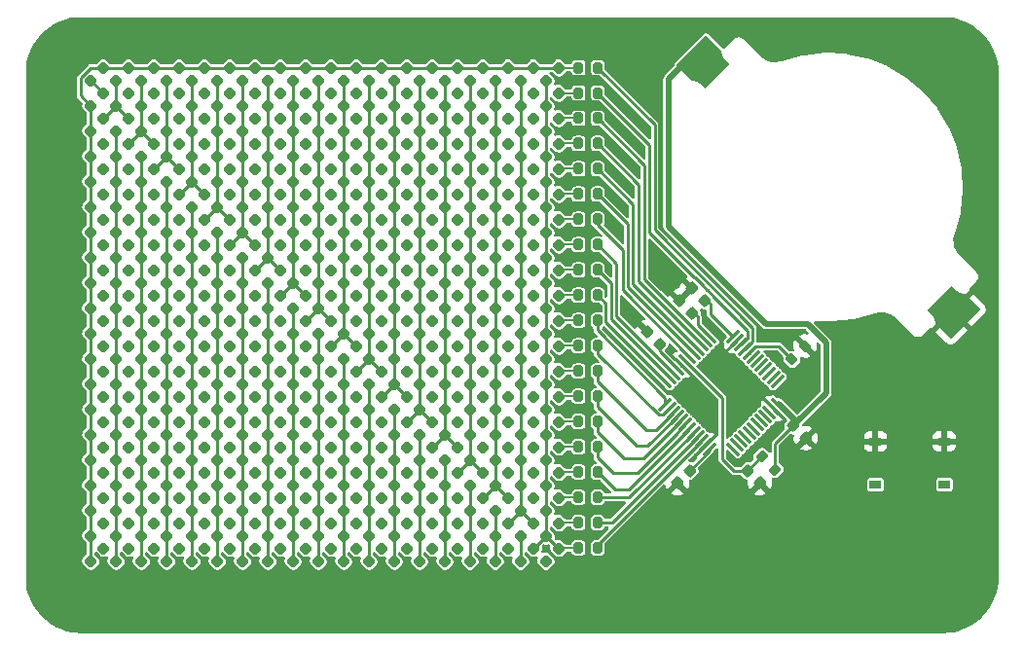
<source format=gbr>
%TF.GenerationSoftware,KiCad,Pcbnew,9.0.2*%
%TF.CreationDate,2025-10-11T19:40:45+02:00*%
%TF.ProjectId,Yet_Another_Business_Card,5965745f-416e-46f7-9468-65725f427573,rev?*%
%TF.SameCoordinates,Original*%
%TF.FileFunction,Copper,L1,Top*%
%TF.FilePolarity,Positive*%
%FSLAX46Y46*%
G04 Gerber Fmt 4.6, Leading zero omitted, Abs format (unit mm)*
G04 Created by KiCad (PCBNEW 9.0.2) date 2025-10-11 19:40:45*
%MOMM*%
%LPD*%
G01*
G04 APERTURE LIST*
G04 Aperture macros list*
%AMRoundRect*
0 Rectangle with rounded corners*
0 $1 Rounding radius*
0 $2 $3 $4 $5 $6 $7 $8 $9 X,Y pos of 4 corners*
0 Add a 4 corners polygon primitive as box body*
4,1,4,$2,$3,$4,$5,$6,$7,$8,$9,$2,$3,0*
0 Add four circle primitives for the rounded corners*
1,1,$1+$1,$2,$3*
1,1,$1+$1,$4,$5*
1,1,$1+$1,$6,$7*
1,1,$1+$1,$8,$9*
0 Add four rect primitives between the rounded corners*
20,1,$1+$1,$2,$3,$4,$5,0*
20,1,$1+$1,$4,$5,$6,$7,0*
20,1,$1+$1,$6,$7,$8,$9,0*
20,1,$1+$1,$8,$9,$2,$3,0*%
%AMFreePoly0*
4,1,30,0.200000,1.710000,0.236753,1.697426,0.376387,1.589219,0.526382,1.504463,0.606724,1.473357,0.606723,1.473356,0.687059,1.442253,0.771046,1.423078,0.855035,1.403901,1.028740,1.390056,1.444035,1.390057,1.486461,1.372484,1.504035,1.330057,1.504034,-1.539942,1.486460,-1.582368,1.444038,-1.599942,1.046227,-1.599966,0.870517,-1.612848,0.700699,-1.650739,0.538235,-1.712988,
0.386579,-1.798267,0.245504,-1.907442,0.208783,-1.919991,-1.650000,-1.919992,-1.692426,-1.902418,-1.710001,-1.859992,-1.710000,1.650008,-1.692426,1.692433,-1.650000,1.710007,0.200000,1.710000,0.200000,1.710000,$1*%
G04 Aperture macros list end*
%TA.AperFunction,SMDPad,CuDef*%
%ADD10RoundRect,0.225000X0.335876X0.017678X0.017678X0.335876X-0.335876X-0.017678X-0.017678X-0.335876X0*%
%TD*%
%TA.AperFunction,SMDPad,CuDef*%
%ADD11RoundRect,0.200000X0.053033X-0.335876X0.335876X-0.053033X-0.053033X0.335876X-0.335876X0.053033X0*%
%TD*%
%TA.AperFunction,SMDPad,CuDef*%
%ADD12R,1.000000X0.750000*%
%TD*%
%TA.AperFunction,SMDPad,CuDef*%
%ADD13RoundRect,0.200000X-0.335876X-0.053033X-0.053033X-0.335876X0.335876X0.053033X0.053033X0.335876X0*%
%TD*%
%TA.AperFunction,SMDPad,CuDef*%
%ADD14RoundRect,0.225000X-0.335876X-0.017678X-0.017678X-0.335876X0.335876X0.017678X0.017678X0.335876X0*%
%TD*%
%TA.AperFunction,SMDPad,CuDef*%
%ADD15RoundRect,0.225000X-0.017678X0.335876X-0.335876X0.017678X0.017678X-0.335876X0.335876X-0.017678X0*%
%TD*%
%TA.AperFunction,SMDPad,CuDef*%
%ADD16RoundRect,0.218750X0.026517X-0.335876X0.335876X-0.026517X-0.026517X0.335876X-0.335876X0.026517X0*%
%TD*%
%TA.AperFunction,SMDPad,CuDef*%
%ADD17RoundRect,0.200000X-0.200000X-0.275000X0.200000X-0.275000X0.200000X0.275000X-0.200000X0.275000X0*%
%TD*%
%TA.AperFunction,SMDPad,CuDef*%
%ADD18RoundRect,0.200000X0.200000X0.275000X-0.200000X0.275000X-0.200000X-0.275000X0.200000X-0.275000X0*%
%TD*%
%TA.AperFunction,SMDPad,CuDef*%
%ADD19RoundRect,0.075000X-0.521491X0.415425X0.415425X-0.521491X0.521491X-0.415425X-0.415425X0.521491X0*%
%TD*%
%TA.AperFunction,SMDPad,CuDef*%
%ADD20RoundRect,0.075000X-0.521491X-0.415425X-0.415425X-0.521491X0.521491X0.415425X0.415425X0.521491X0*%
%TD*%
%TA.AperFunction,SMDPad,CuDef*%
%ADD21FreePoly0,315.000000*%
%TD*%
%TA.AperFunction,SMDPad,CuDef*%
%ADD22FreePoly0,135.000000*%
%TD*%
%TA.AperFunction,ViaPad*%
%ADD23C,0.600000*%
%TD*%
%TA.AperFunction,ViaPad*%
%ADD24C,0.700000*%
%TD*%
%TA.AperFunction,Conductor*%
%ADD25C,0.250000*%
%TD*%
%TA.AperFunction,Conductor*%
%ADD26C,0.500000*%
%TD*%
%TA.AperFunction,Conductor*%
%ADD27C,0.200000*%
%TD*%
G04 APERTURE END LIST*
D10*
%TO.P,C3,2*%
%TO.N,GND*%
X178251992Y-82151992D03*
%TO.P,C3,1*%
%TO.N,VDD*%
X179348008Y-83248008D03*
%TD*%
%TO.P,C2,2*%
%TO.N,GND*%
X179351992Y-81051992D03*
%TO.P,C2,1*%
%TO.N,VDD*%
X180448008Y-82148008D03*
%TD*%
D11*
%TO.P,R22,1*%
%TO.N,MCU_BOOT0*%
X188016637Y-87283363D03*
%TO.P,R22,2*%
%TO.N,GND*%
X189183363Y-86116637D03*
%TD*%
D12*
%TO.P,BTN_MAIN1,1,1*%
%TO.N,GND*%
X195300000Y-94425000D03*
X201300000Y-94425000D03*
%TO.P,BTN_MAIN1,2,2*%
%TO.N,BTN_MAIN_PIN*%
X195300000Y-98175000D03*
X201300000Y-98175000D03*
%TD*%
D13*
%TO.P,R21,1*%
%TO.N,MCU_NRST*%
X185416637Y-95716637D03*
%TO.P,R21,2*%
%TO.N,VDD*%
X186583363Y-96883363D03*
%TD*%
D14*
%TO.P,C6,1*%
%TO.N,MCU_NRST*%
X184151992Y-96951992D03*
%TO.P,C6,2*%
%TO.N,GND*%
X185248008Y-98048008D03*
%TD*%
%TO.P,C5,1*%
%TO.N,VDD*%
X188151992Y-93051992D03*
%TO.P,C5,2*%
%TO.N,GND*%
X189248008Y-94148008D03*
%TD*%
D15*
%TO.P,C4,1*%
%TO.N,VDD*%
X179148008Y-96951992D03*
%TO.P,C4,2*%
%TO.N,GND*%
X178051992Y-98048008D03*
%TD*%
D10*
%TO.P,C1,1*%
%TO.N,VDD*%
X176548008Y-85948008D03*
%TO.P,C1,2*%
%TO.N,GND*%
X175451992Y-84851992D03*
%TD*%
D16*
%TO.P,D300,1,K*%
%TO.N,CHRLY_14*%
X155643153Y-96038182D03*
%TO.P,D300,2,A*%
%TO.N,CHRLY_16*%
X156756847Y-94924488D03*
%TD*%
%TO.P,D322,1,K*%
%TO.N,CHRLY_18*%
X162243153Y-98238182D03*
%TO.P,D322,2,A*%
%TO.N,CHRLY_17*%
X163356847Y-97124488D03*
%TD*%
%TO.P,D206,1,K*%
%TO.N,CHRLY_16*%
X157843153Y-85038182D03*
%TO.P,D206,2,A*%
%TO.N,CHRLY_11*%
X158956847Y-83924488D03*
%TD*%
%TO.P,D62,1,K*%
%TO.N,CHRLY_5*%
X133643153Y-69638182D03*
%TO.P,D62,2,A*%
%TO.N,CHRLY_4*%
X134756847Y-68524488D03*
%TD*%
%TO.P,D289,1,K*%
%TO.N,CHRLY_3*%
X131443153Y-96038182D03*
%TO.P,D289,2,A*%
%TO.N,CHRLY_16*%
X132556847Y-94924488D03*
%TD*%
%TO.P,D267,1,K*%
%TO.N,CHRLY_20*%
X166643153Y-91638182D03*
%TO.P,D267,2,A*%
%TO.N,CHRLY_14*%
X167756847Y-90524488D03*
%TD*%
%TO.P,D130,1,K*%
%TO.N,CHRLY_16*%
X157843153Y-76238182D03*
%TO.P,D130,2,A*%
%TO.N,CHRLY_7*%
X158956847Y-75124488D03*
%TD*%
%TO.P,D371,1,K*%
%TO.N,CHRLY_9*%
X144643153Y-104838182D03*
%TO.P,D371,2,A*%
%TO.N,CHRLY_20*%
X145756847Y-103724488D03*
%TD*%
%TO.P,D134,1,K*%
%TO.N,CHRLY_20*%
X166643153Y-76238182D03*
%TO.P,D134,2,A*%
%TO.N,CHRLY_7*%
X167756847Y-75124488D03*
%TD*%
%TO.P,D305,1,K*%
%TO.N,CHRLY_20*%
X166643153Y-96038182D03*
%TO.P,D305,2,A*%
%TO.N,CHRLY_16*%
X167756847Y-94924488D03*
%TD*%
%TO.P,D60,1,K*%
%TO.N,CHRLY_2*%
X129243153Y-69638182D03*
%TO.P,D60,2,A*%
%TO.N,CHRLY_4*%
X130356847Y-68524488D03*
%TD*%
%TO.P,D37,1,K*%
%TO.N,CHRLY_18*%
X162243153Y-65238182D03*
%TO.P,D37,2,A*%
%TO.N,CHRLY_2*%
X163356847Y-64124488D03*
%TD*%
%TO.P,D335,1,K*%
%TO.N,CHRLY_11*%
X149043153Y-100438182D03*
%TO.P,D335,2,A*%
%TO.N,CHRLY_18*%
X150156847Y-99324488D03*
%TD*%
%TO.P,D158,1,K*%
%TO.N,CHRLY_5*%
X135843153Y-80638182D03*
%TO.P,D158,2,A*%
%TO.N,CHRLY_9*%
X136956847Y-79524488D03*
%TD*%
%TO.P,D23,1,K*%
%TO.N,CHRLY_4*%
X131443153Y-65238182D03*
%TO.P,D23,2,A*%
%TO.N,CHRLY_2*%
X132556847Y-64124488D03*
%TD*%
%TO.P,D74,1,K*%
%TO.N,CHRLY_17*%
X160043153Y-69638182D03*
%TO.P,D74,2,A*%
%TO.N,CHRLY_4*%
X161156847Y-68524488D03*
%TD*%
%TO.P,D287,1,K*%
%TO.N,CHRLY_1*%
X127043153Y-96038182D03*
%TO.P,D287,2,A*%
%TO.N,CHRLY_16*%
X128156847Y-94924488D03*
%TD*%
%TO.P,D355,1,K*%
%TO.N,CHRLY_12*%
X151243153Y-102638182D03*
%TO.P,D355,2,A*%
%TO.N,CHRLY_19*%
X152356847Y-101524488D03*
%TD*%
%TO.P,D360,1,K*%
%TO.N,CHRLY_17*%
X162243153Y-102638182D03*
%TO.P,D360,2,A*%
%TO.N,CHRLY_19*%
X163356847Y-101524488D03*
%TD*%
%TO.P,D334,1,K*%
%TO.N,CHRLY_10*%
X146843153Y-100438182D03*
%TO.P,D334,2,A*%
%TO.N,CHRLY_18*%
X147956847Y-99324488D03*
%TD*%
%TO.P,D187,1,K*%
%TO.N,CHRLY_16*%
X157843153Y-82838182D03*
%TO.P,D187,2,A*%
%TO.N,CHRLY_10*%
X158956847Y-81724488D03*
%TD*%
%TO.P,D66,1,K*%
%TO.N,CHRLY_9*%
X142443153Y-69638182D03*
%TO.P,D66,2,A*%
%TO.N,CHRLY_4*%
X143556847Y-68524488D03*
%TD*%
%TO.P,D67,1,K*%
%TO.N,CHRLY_10*%
X144643153Y-69638182D03*
%TO.P,D67,2,A*%
%TO.N,CHRLY_4*%
X145756847Y-68524488D03*
%TD*%
%TO.P,D241,1,K*%
%TO.N,CHRLY_12*%
X151243153Y-89438182D03*
%TO.P,D241,2,A*%
%TO.N,CHRLY_13*%
X152356847Y-88324488D03*
%TD*%
%TO.P,D64,1,K*%
%TO.N,CHRLY_7*%
X138043153Y-69638182D03*
%TO.P,D64,2,A*%
%TO.N,CHRLY_4*%
X139156847Y-68524488D03*
%TD*%
%TO.P,D12,1,K*%
%TO.N,CHRLY_12*%
X149043153Y-63038182D03*
%TO.P,D12,2,A*%
%TO.N,CHRLY_1*%
X150156847Y-61924488D03*
%TD*%
%TO.P,D15,1,K*%
%TO.N,CHRLY_15*%
X155643153Y-63038182D03*
%TO.P,D15,2,A*%
%TO.N,CHRLY_1*%
X156756847Y-61924488D03*
%TD*%
%TO.P,D119,1,K*%
%TO.N,CHRLY_4*%
X133643153Y-76238182D03*
%TO.P,D119,2,A*%
%TO.N,CHRLY_7*%
X134756847Y-75124488D03*
%TD*%
%TO.P,D272,1,K*%
%TO.N,CHRLY_5*%
X135843153Y-93838182D03*
%TO.P,D272,2,A*%
%TO.N,CHRLY_15*%
X136956847Y-92724488D03*
%TD*%
%TO.P,D153,1,K*%
%TO.N,CHRLY_20*%
X166643153Y-78438182D03*
%TO.P,D153,2,A*%
%TO.N,CHRLY_8*%
X167756847Y-77324488D03*
%TD*%
%TO.P,D141,1,K*%
%TO.N,CHRLY_7*%
X140243153Y-78438182D03*
%TO.P,D141,2,A*%
%TO.N,CHRLY_8*%
X141356847Y-77324488D03*
%TD*%
%TO.P,D328,1,K*%
%TO.N,CHRLY_4*%
X133643153Y-100438182D03*
%TO.P,D328,2,A*%
%TO.N,CHRLY_18*%
X134756847Y-99324488D03*
%TD*%
%TO.P,D332,1,K*%
%TO.N,CHRLY_8*%
X142443153Y-100438182D03*
%TO.P,D332,2,A*%
%TO.N,CHRLY_18*%
X143556847Y-99324488D03*
%TD*%
%TO.P,D257,1,K*%
%TO.N,CHRLY_9*%
X144643153Y-91638182D03*
%TO.P,D257,2,A*%
%TO.N,CHRLY_14*%
X145756847Y-90524488D03*
%TD*%
%TO.P,D205,1,K*%
%TO.N,CHRLY_15*%
X155643153Y-85038182D03*
%TO.P,D205,2,A*%
%TO.N,CHRLY_11*%
X156756847Y-83924488D03*
%TD*%
%TO.P,D20,1,K*%
%TO.N,CHRLY_20*%
X166643153Y-63038182D03*
%TO.P,D20,2,A*%
%TO.N,CHRLY_1*%
X167756847Y-61924488D03*
%TD*%
%TO.P,D246,1,K*%
%TO.N,CHRLY_18*%
X162243153Y-89438182D03*
%TO.P,D246,2,A*%
%TO.N,CHRLY_13*%
X163356847Y-88324488D03*
%TD*%
%TO.P,D346,1,K*%
%TO.N,CHRLY_3*%
X131443153Y-102638182D03*
%TO.P,D346,2,A*%
%TO.N,CHRLY_19*%
X132556847Y-101524488D03*
%TD*%
%TO.P,D105,1,K*%
%TO.N,CHRLY_10*%
X144643153Y-74038182D03*
%TO.P,D105,2,A*%
%TO.N,CHRLY_6*%
X145756847Y-72924488D03*
%TD*%
%TO.P,D317,1,K*%
%TO.N,CHRLY_12*%
X151243153Y-98238182D03*
%TO.P,D317,2,A*%
%TO.N,CHRLY_17*%
X152356847Y-97124488D03*
%TD*%
%TO.P,D171,1,K*%
%TO.N,CHRLY_19*%
X164443153Y-80638182D03*
%TO.P,D171,2,A*%
%TO.N,CHRLY_9*%
X165556847Y-79524488D03*
%TD*%
%TO.P,D277,1,K*%
%TO.N,CHRLY_10*%
X146843153Y-93838182D03*
%TO.P,D277,2,A*%
%TO.N,CHRLY_15*%
X147956847Y-92724488D03*
%TD*%
%TO.P,D128,1,K*%
%TO.N,CHRLY_14*%
X153443153Y-76238182D03*
%TO.P,D128,2,A*%
%TO.N,CHRLY_7*%
X154556847Y-75124488D03*
%TD*%
%TO.P,D345,1,K*%
%TO.N,CHRLY_2*%
X129243153Y-102638182D03*
%TO.P,D345,2,A*%
%TO.N,CHRLY_19*%
X130356847Y-101524488D03*
%TD*%
%TO.P,D199,1,K*%
%TO.N,CHRLY_8*%
X142443153Y-85038182D03*
%TO.P,D199,2,A*%
%TO.N,CHRLY_11*%
X143556847Y-83924488D03*
%TD*%
%TO.P,D308,1,K*%
%TO.N,CHRLY_3*%
X131443153Y-98238182D03*
%TO.P,D308,2,A*%
%TO.N,CHRLY_17*%
X132556847Y-97124488D03*
%TD*%
D17*
%TO.P,R9,1*%
%TO.N,CHRLY_7*%
X169475000Y-75100000D03*
%TO.P,R9,2*%
%TO.N,/PD1_CL*%
X171125000Y-75100000D03*
%TD*%
D16*
%TO.P,D224,1,K*%
%TO.N,CHRLY_15*%
X155643153Y-87238182D03*
%TO.P,D224,2,A*%
%TO.N,CHRLY_12*%
X156756847Y-86124488D03*
%TD*%
%TO.P,D136,1,K*%
%TO.N,CHRLY_2*%
X129243153Y-78438182D03*
%TO.P,D136,2,A*%
%TO.N,CHRLY_8*%
X130356847Y-77324488D03*
%TD*%
%TO.P,D221,1,K*%
%TO.N,CHRLY_11*%
X149043153Y-87238182D03*
%TO.P,D221,2,A*%
%TO.N,CHRLY_12*%
X150156847Y-86124488D03*
%TD*%
%TO.P,D310,1,K*%
%TO.N,CHRLY_5*%
X135843153Y-98238182D03*
%TO.P,D310,2,A*%
%TO.N,CHRLY_17*%
X136956847Y-97124488D03*
%TD*%
%TO.P,D262,1,K*%
%TO.N,CHRLY_15*%
X155643153Y-91638182D03*
%TO.P,D262,2,A*%
%TO.N,CHRLY_14*%
X156756847Y-90524488D03*
%TD*%
%TO.P,D380,1,K*%
%TO.N,CHRLY_18*%
X164443153Y-104838182D03*
%TO.P,D380,2,A*%
%TO.N,CHRLY_20*%
X165556847Y-103724488D03*
%TD*%
%TO.P,D286,1,K*%
%TO.N,CHRLY_20*%
X166643153Y-93838182D03*
%TO.P,D286,2,A*%
%TO.N,CHRLY_15*%
X167756847Y-92724488D03*
%TD*%
%TO.P,D225,1,K*%
%TO.N,CHRLY_16*%
X157843153Y-87238182D03*
%TO.P,D225,2,A*%
%TO.N,CHRLY_12*%
X158956847Y-86124488D03*
%TD*%
%TO.P,D219,1,K*%
%TO.N,CHRLY_9*%
X144643153Y-87238182D03*
%TO.P,D219,2,A*%
%TO.N,CHRLY_12*%
X145756847Y-86124488D03*
%TD*%
%TO.P,D323,1,K*%
%TO.N,CHRLY_19*%
X164443153Y-98238182D03*
%TO.P,D323,2,A*%
%TO.N,CHRLY_17*%
X165556847Y-97124488D03*
%TD*%
%TO.P,D353,1,K*%
%TO.N,CHRLY_10*%
X146843153Y-102638182D03*
%TO.P,D353,2,A*%
%TO.N,CHRLY_19*%
X147956847Y-101524488D03*
%TD*%
%TO.P,D343,1,K*%
%TO.N,CHRLY_20*%
X166643153Y-100438182D03*
%TO.P,D343,2,A*%
%TO.N,CHRLY_18*%
X167756847Y-99324488D03*
%TD*%
%TO.P,D24,1,K*%
%TO.N,CHRLY_5*%
X133643153Y-65238182D03*
%TO.P,D24,2,A*%
%TO.N,CHRLY_2*%
X134756847Y-64124488D03*
%TD*%
%TO.P,D292,1,K*%
%TO.N,CHRLY_6*%
X138043153Y-96038182D03*
%TO.P,D292,2,A*%
%TO.N,CHRLY_16*%
X139156847Y-94924488D03*
%TD*%
%TO.P,D152,1,K*%
%TO.N,CHRLY_19*%
X164443153Y-78438182D03*
%TO.P,D152,2,A*%
%TO.N,CHRLY_8*%
X165556847Y-77324488D03*
%TD*%
%TO.P,D295,1,K*%
%TO.N,CHRLY_9*%
X144643153Y-96038182D03*
%TO.P,D295,2,A*%
%TO.N,CHRLY_16*%
X145756847Y-94924488D03*
%TD*%
%TO.P,D165,1,K*%
%TO.N,CHRLY_13*%
X151243153Y-80638182D03*
%TO.P,D165,2,A*%
%TO.N,CHRLY_9*%
X152356847Y-79524488D03*
%TD*%
%TO.P,D255,1,K*%
%TO.N,CHRLY_7*%
X140243153Y-91638182D03*
%TO.P,D255,2,A*%
%TO.N,CHRLY_14*%
X141356847Y-90524488D03*
%TD*%
%TO.P,D320,1,K*%
%TO.N,CHRLY_15*%
X157843153Y-98238182D03*
%TO.P,D320,2,A*%
%TO.N,CHRLY_17*%
X158956847Y-97124488D03*
%TD*%
%TO.P,D144,1,K*%
%TO.N,CHRLY_11*%
X146843153Y-78438182D03*
%TO.P,D144,2,A*%
%TO.N,CHRLY_8*%
X147956847Y-77324488D03*
%TD*%
%TO.P,D210,1,K*%
%TO.N,CHRLY_20*%
X166643153Y-85038182D03*
%TO.P,D210,2,A*%
%TO.N,CHRLY_11*%
X167756847Y-83924488D03*
%TD*%
%TO.P,D239,1,K*%
%TO.N,CHRLY_10*%
X146843153Y-89438182D03*
%TO.P,D239,2,A*%
%TO.N,CHRLY_13*%
X147956847Y-88324488D03*
%TD*%
%TO.P,D193,1,K*%
%TO.N,CHRLY_2*%
X129243153Y-85038182D03*
%TO.P,D193,2,A*%
%TO.N,CHRLY_11*%
X130356847Y-83924488D03*
%TD*%
%TO.P,D110,1,K*%
%TO.N,CHRLY_15*%
X155643153Y-74038182D03*
%TO.P,D110,2,A*%
%TO.N,CHRLY_6*%
X156756847Y-72924488D03*
%TD*%
%TO.P,D315,1,K*%
%TO.N,CHRLY_10*%
X146843153Y-98238182D03*
%TO.P,D315,2,A*%
%TO.N,CHRLY_17*%
X147956847Y-97124488D03*
%TD*%
%TO.P,D145,1,K*%
%TO.N,CHRLY_12*%
X149043153Y-78438182D03*
%TO.P,D145,2,A*%
%TO.N,CHRLY_8*%
X150156847Y-77324488D03*
%TD*%
%TO.P,D42,1,K*%
%TO.N,CHRLY_4*%
X131443153Y-67438182D03*
%TO.P,D42,2,A*%
%TO.N,CHRLY_3*%
X132556847Y-66324488D03*
%TD*%
%TO.P,D122,1,K*%
%TO.N,CHRLY_8*%
X140243153Y-76238182D03*
%TO.P,D122,2,A*%
%TO.N,CHRLY_7*%
X141356847Y-75124488D03*
%TD*%
%TO.P,D191,1,K*%
%TO.N,CHRLY_20*%
X166643153Y-82838182D03*
%TO.P,D191,2,A*%
%TO.N,CHRLY_10*%
X167756847Y-81724488D03*
%TD*%
%TO.P,D26,1,K*%
%TO.N,CHRLY_7*%
X138043153Y-65238182D03*
%TO.P,D26,2,A*%
%TO.N,CHRLY_2*%
X139156847Y-64124488D03*
%TD*%
D18*
%TO.P,R15,1*%
%TO.N,/PA5_CL*%
X171125000Y-88300000D03*
%TO.P,R15,2*%
%TO.N,CHRLY_13*%
X169475000Y-88300000D03*
%TD*%
D16*
%TO.P,D304,1,K*%
%TO.N,CHRLY_19*%
X164443153Y-96038182D03*
%TO.P,D304,2,A*%
%TO.N,CHRLY_16*%
X165556847Y-94924488D03*
%TD*%
%TO.P,D201,1,K*%
%TO.N,CHRLY_10*%
X146843153Y-85038182D03*
%TO.P,D201,2,A*%
%TO.N,CHRLY_11*%
X147956847Y-83924488D03*
%TD*%
%TO.P,D301,1,K*%
%TO.N,CHRLY_15*%
X157843153Y-96038182D03*
%TO.P,D301,2,A*%
%TO.N,CHRLY_16*%
X158956847Y-94924488D03*
%TD*%
%TO.P,D216,1,K*%
%TO.N,CHRLY_6*%
X138043153Y-87238182D03*
%TO.P,D216,2,A*%
%TO.N,CHRLY_12*%
X139156847Y-86124488D03*
%TD*%
%TO.P,D198,1,K*%
%TO.N,CHRLY_7*%
X140243153Y-85038182D03*
%TO.P,D198,2,A*%
%TO.N,CHRLY_11*%
X141356847Y-83924488D03*
%TD*%
%TO.P,D339,1,K*%
%TO.N,CHRLY_15*%
X157843153Y-100438182D03*
%TO.P,D339,2,A*%
%TO.N,CHRLY_18*%
X158956847Y-99324488D03*
%TD*%
%TO.P,D61,1,K*%
%TO.N,CHRLY_3*%
X131443153Y-69638182D03*
%TO.P,D61,2,A*%
%TO.N,CHRLY_4*%
X132556847Y-68524488D03*
%TD*%
%TO.P,D139,1,K*%
%TO.N,CHRLY_5*%
X135843153Y-78438182D03*
%TO.P,D139,2,A*%
%TO.N,CHRLY_8*%
X136956847Y-77324488D03*
%TD*%
%TO.P,D177,1,K*%
%TO.N,CHRLY_5*%
X135843153Y-82838182D03*
%TO.P,D177,2,A*%
%TO.N,CHRLY_10*%
X136956847Y-81724488D03*
%TD*%
%TO.P,D131,1,K*%
%TO.N,CHRLY_17*%
X160043153Y-76238182D03*
%TO.P,D131,2,A*%
%TO.N,CHRLY_7*%
X161156847Y-75124488D03*
%TD*%
D18*
%TO.P,R13,1*%
%TO.N,/PA3_CL*%
X171125000Y-83900000D03*
%TO.P,R13,2*%
%TO.N,CHRLY_11*%
X169475000Y-83900000D03*
%TD*%
D16*
%TO.P,D203,1,K*%
%TO.N,CHRLY_13*%
X151243153Y-85038182D03*
%TO.P,D203,2,A*%
%TO.N,CHRLY_11*%
X152356847Y-83924488D03*
%TD*%
D18*
%TO.P,R11,1*%
%TO.N,/PA1_CL*%
X171125000Y-79500000D03*
%TO.P,R11,2*%
%TO.N,CHRLY_9*%
X169475000Y-79500000D03*
%TD*%
D16*
%TO.P,D270,1,K*%
%TO.N,CHRLY_3*%
X131443153Y-93838182D03*
%TO.P,D270,2,A*%
%TO.N,CHRLY_15*%
X132556847Y-92724488D03*
%TD*%
D18*
%TO.P,R10,1*%
%TO.N,/PA0_CL*%
X171125000Y-77300000D03*
%TO.P,R10,2*%
%TO.N,CHRLY_8*%
X169475000Y-77300000D03*
%TD*%
D16*
%TO.P,D21,1,K*%
%TO.N,CHRLY_1*%
X127043153Y-65238182D03*
%TO.P,D21,2,A*%
%TO.N,CHRLY_2*%
X128156847Y-64124488D03*
%TD*%
%TO.P,D123,1,K*%
%TO.N,CHRLY_9*%
X142443153Y-76238182D03*
%TO.P,D123,2,A*%
%TO.N,CHRLY_7*%
X143556847Y-75124488D03*
%TD*%
%TO.P,D327,1,K*%
%TO.N,CHRLY_3*%
X131443153Y-100438182D03*
%TO.P,D327,2,A*%
%TO.N,CHRLY_18*%
X132556847Y-99324488D03*
%TD*%
%TO.P,D48,1,K*%
%TO.N,CHRLY_10*%
X144643153Y-67438182D03*
%TO.P,D48,2,A*%
%TO.N,CHRLY_3*%
X145756847Y-66324488D03*
%TD*%
%TO.P,D341,1,K*%
%TO.N,CHRLY_17*%
X162243153Y-100438182D03*
%TO.P,D341,2,A*%
%TO.N,CHRLY_18*%
X163356847Y-99324488D03*
%TD*%
%TO.P,D91,1,K*%
%TO.N,CHRLY_15*%
X155643153Y-71838182D03*
%TO.P,D91,2,A*%
%TO.N,CHRLY_5*%
X156756847Y-70724488D03*
%TD*%
%TO.P,D306,1,K*%
%TO.N,CHRLY_1*%
X127043153Y-98238182D03*
%TO.P,D306,2,A*%
%TO.N,CHRLY_17*%
X128156847Y-97124488D03*
%TD*%
%TO.P,D377,1,K*%
%TO.N,CHRLY_15*%
X157843153Y-104838182D03*
%TO.P,D377,2,A*%
%TO.N,CHRLY_20*%
X158956847Y-103724488D03*
%TD*%
%TO.P,D231,1,K*%
%TO.N,CHRLY_2*%
X129243153Y-89438182D03*
%TO.P,D231,2,A*%
%TO.N,CHRLY_13*%
X130356847Y-88324488D03*
%TD*%
%TO.P,D156,1,K*%
%TO.N,CHRLY_3*%
X131443153Y-80638182D03*
%TO.P,D156,2,A*%
%TO.N,CHRLY_9*%
X132556847Y-79524488D03*
%TD*%
%TO.P,D115,1,K*%
%TO.N,CHRLY_20*%
X166643153Y-74038182D03*
%TO.P,D115,2,A*%
%TO.N,CHRLY_6*%
X167756847Y-72924488D03*
%TD*%
%TO.P,D87,1,K*%
%TO.N,CHRLY_11*%
X146843153Y-71838182D03*
%TO.P,D87,2,A*%
%TO.N,CHRLY_5*%
X147956847Y-70724488D03*
%TD*%
%TO.P,D65,1,K*%
%TO.N,CHRLY_8*%
X140243153Y-69638182D03*
%TO.P,D65,2,A*%
%TO.N,CHRLY_4*%
X141356847Y-68524488D03*
%TD*%
%TO.P,D13,1,K*%
%TO.N,CHRLY_13*%
X151243153Y-63038182D03*
%TO.P,D13,2,A*%
%TO.N,CHRLY_1*%
X152356847Y-61924488D03*
%TD*%
%TO.P,D22,1,K*%
%TO.N,CHRLY_3*%
X129243153Y-65238182D03*
%TO.P,D22,2,A*%
%TO.N,CHRLY_2*%
X130356847Y-64124488D03*
%TD*%
%TO.P,D98,1,K*%
%TO.N,CHRLY_2*%
X129243153Y-74038182D03*
%TO.P,D98,2,A*%
%TO.N,CHRLY_6*%
X130356847Y-72924488D03*
%TD*%
%TO.P,D366,1,K*%
%TO.N,CHRLY_4*%
X133643153Y-104838182D03*
%TO.P,D366,2,A*%
%TO.N,CHRLY_20*%
X134756847Y-103724488D03*
%TD*%
%TO.P,D132,1,K*%
%TO.N,CHRLY_18*%
X162243153Y-76238182D03*
%TO.P,D132,2,A*%
%TO.N,CHRLY_7*%
X163356847Y-75124488D03*
%TD*%
D18*
%TO.P,R17,1*%
%TO.N,/PA7_CL*%
X171125000Y-92700000D03*
%TO.P,R17,2*%
%TO.N,CHRLY_15*%
X169475000Y-92700000D03*
%TD*%
D16*
%TO.P,D197,1,K*%
%TO.N,CHRLY_6*%
X138043153Y-85038182D03*
%TO.P,D197,2,A*%
%TO.N,CHRLY_11*%
X139156847Y-83924488D03*
%TD*%
%TO.P,D261,1,K*%
%TO.N,CHRLY_13*%
X153443153Y-91638182D03*
%TO.P,D261,2,A*%
%TO.N,CHRLY_14*%
X154556847Y-90524488D03*
%TD*%
%TO.P,D170,1,K*%
%TO.N,CHRLY_18*%
X162243153Y-80638182D03*
%TO.P,D170,2,A*%
%TO.N,CHRLY_9*%
X163356847Y-79524488D03*
%TD*%
%TO.P,D340,1,K*%
%TO.N,CHRLY_16*%
X160043153Y-100438182D03*
%TO.P,D340,2,A*%
%TO.N,CHRLY_18*%
X161156847Y-99324488D03*
%TD*%
%TO.P,D166,1,K*%
%TO.N,CHRLY_14*%
X153443153Y-80638182D03*
%TO.P,D166,2,A*%
%TO.N,CHRLY_9*%
X154556847Y-79524488D03*
%TD*%
%TO.P,D117,1,K*%
%TO.N,CHRLY_2*%
X129243153Y-76238182D03*
%TO.P,D117,2,A*%
%TO.N,CHRLY_7*%
X130356847Y-75124488D03*
%TD*%
%TO.P,D249,1,K*%
%TO.N,CHRLY_1*%
X127043153Y-91638182D03*
%TO.P,D249,2,A*%
%TO.N,CHRLY_14*%
X128156847Y-90524488D03*
%TD*%
%TO.P,D6,1,K*%
%TO.N,CHRLY_6*%
X135843153Y-63038182D03*
%TO.P,D6,2,A*%
%TO.N,CHRLY_1*%
X136956847Y-61924488D03*
%TD*%
%TO.P,D38,1,K*%
%TO.N,CHRLY_19*%
X164443153Y-65238182D03*
%TO.P,D38,2,A*%
%TO.N,CHRLY_2*%
X165556847Y-64124488D03*
%TD*%
%TO.P,D3,1,K*%
%TO.N,CHRLY_3*%
X129243153Y-63038182D03*
%TO.P,D3,2,A*%
%TO.N,CHRLY_1*%
X130356847Y-61924488D03*
%TD*%
%TO.P,D184,1,K*%
%TO.N,CHRLY_13*%
X151243153Y-82838182D03*
%TO.P,D184,2,A*%
%TO.N,CHRLY_10*%
X152356847Y-81724488D03*
%TD*%
%TO.P,D236,1,K*%
%TO.N,CHRLY_7*%
X140243153Y-89438182D03*
%TO.P,D236,2,A*%
%TO.N,CHRLY_13*%
X141356847Y-88324488D03*
%TD*%
%TO.P,D46,1,K*%
%TO.N,CHRLY_8*%
X140243153Y-67438182D03*
%TO.P,D46,2,A*%
%TO.N,CHRLY_3*%
X141356847Y-66324488D03*
%TD*%
%TO.P,D183,1,K*%
%TO.N,CHRLY_12*%
X149043153Y-82838182D03*
%TO.P,D183,2,A*%
%TO.N,CHRLY_10*%
X150156847Y-81724488D03*
%TD*%
%TO.P,D373,1,K*%
%TO.N,CHRLY_11*%
X149043153Y-104838182D03*
%TO.P,D373,2,A*%
%TO.N,CHRLY_20*%
X150156847Y-103724488D03*
%TD*%
%TO.P,D92,1,K*%
%TO.N,CHRLY_16*%
X157843153Y-71838182D03*
%TO.P,D92,2,A*%
%TO.N,CHRLY_5*%
X158956847Y-70724488D03*
%TD*%
%TO.P,D229,1,K*%
%TO.N,CHRLY_20*%
X166643153Y-87238182D03*
%TO.P,D229,2,A*%
%TO.N,CHRLY_12*%
X167756847Y-86124488D03*
%TD*%
%TO.P,D82,1,K*%
%TO.N,CHRLY_6*%
X135843153Y-71838182D03*
%TO.P,D82,2,A*%
%TO.N,CHRLY_5*%
X136956847Y-70724488D03*
%TD*%
%TO.P,D190,1,K*%
%TO.N,CHRLY_19*%
X164443153Y-82838182D03*
%TO.P,D190,2,A*%
%TO.N,CHRLY_10*%
X165556847Y-81724488D03*
%TD*%
%TO.P,D218,1,K*%
%TO.N,CHRLY_8*%
X142443153Y-87238182D03*
%TO.P,D218,2,A*%
%TO.N,CHRLY_12*%
X143556847Y-86124488D03*
%TD*%
%TO.P,D211,1,K*%
%TO.N,CHRLY_1*%
X127043153Y-87238182D03*
%TO.P,D211,2,A*%
%TO.N,CHRLY_12*%
X128156847Y-86124488D03*
%TD*%
%TO.P,D268,1,K*%
%TO.N,CHRLY_1*%
X127043153Y-93838182D03*
%TO.P,D268,2,A*%
%TO.N,CHRLY_15*%
X128156847Y-92724488D03*
%TD*%
%TO.P,D243,1,K*%
%TO.N,CHRLY_15*%
X155643153Y-89438182D03*
%TO.P,D243,2,A*%
%TO.N,CHRLY_13*%
X156756847Y-88324488D03*
%TD*%
D17*
%TO.P,R1,1*%
%TO.N,CHRLY_1*%
X169475000Y-61900000D03*
%TO.P,R1,2*%
%TO.N,/PB8_CL*%
X171125000Y-61900000D03*
%TD*%
D16*
%TO.P,D161,1,K*%
%TO.N,CHRLY_8*%
X142443153Y-80638182D03*
%TO.P,D161,2,A*%
%TO.N,CHRLY_9*%
X143556847Y-79524488D03*
%TD*%
%TO.P,D321,1,K*%
%TO.N,CHRLY_16*%
X160043153Y-98238182D03*
%TO.P,D321,2,A*%
%TO.N,CHRLY_17*%
X161156847Y-97124488D03*
%TD*%
%TO.P,D352,1,K*%
%TO.N,CHRLY_9*%
X144643153Y-102638182D03*
%TO.P,D352,2,A*%
%TO.N,CHRLY_19*%
X145756847Y-101524488D03*
%TD*%
%TO.P,D47,1,K*%
%TO.N,CHRLY_9*%
X142443153Y-67438182D03*
%TO.P,D47,2,A*%
%TO.N,CHRLY_3*%
X143556847Y-66324488D03*
%TD*%
%TO.P,D99,1,K*%
%TO.N,CHRLY_3*%
X131443153Y-74038182D03*
%TO.P,D99,2,A*%
%TO.N,CHRLY_6*%
X132556847Y-72924488D03*
%TD*%
%TO.P,D242,1,K*%
%TO.N,CHRLY_14*%
X153443153Y-89438182D03*
%TO.P,D242,2,A*%
%TO.N,CHRLY_13*%
X154556847Y-88324488D03*
%TD*%
%TO.P,D189,1,K*%
%TO.N,CHRLY_18*%
X162243153Y-82838182D03*
%TO.P,D189,2,A*%
%TO.N,CHRLY_10*%
X163356847Y-81724488D03*
%TD*%
%TO.P,D52,1,K*%
%TO.N,CHRLY_14*%
X153443153Y-67438182D03*
%TO.P,D52,2,A*%
%TO.N,CHRLY_3*%
X154556847Y-66324488D03*
%TD*%
%TO.P,D294,1,K*%
%TO.N,CHRLY_8*%
X142443153Y-96038182D03*
%TO.P,D294,2,A*%
%TO.N,CHRLY_16*%
X143556847Y-94924488D03*
%TD*%
%TO.P,D160,1,K*%
%TO.N,CHRLY_7*%
X140243153Y-80638182D03*
%TO.P,D160,2,A*%
%TO.N,CHRLY_9*%
X141356847Y-79524488D03*
%TD*%
%TO.P,D329,1,K*%
%TO.N,CHRLY_5*%
X135843153Y-100438182D03*
%TO.P,D329,2,A*%
%TO.N,CHRLY_18*%
X136956847Y-99324488D03*
%TD*%
%TO.P,D324,1,K*%
%TO.N,CHRLY_20*%
X166643153Y-98238182D03*
%TO.P,D324,2,A*%
%TO.N,CHRLY_17*%
X167756847Y-97124488D03*
%TD*%
%TO.P,D179,1,K*%
%TO.N,CHRLY_7*%
X140243153Y-82838182D03*
%TO.P,D179,2,A*%
%TO.N,CHRLY_10*%
X141356847Y-81724488D03*
%TD*%
D17*
%TO.P,R5,1*%
%TO.N,CHRLY_3*%
X169475000Y-66300000D03*
%TO.P,R5,2*%
%TO.N,/PC13_CL*%
X171125000Y-66300000D03*
%TD*%
D16*
%TO.P,D148,1,K*%
%TO.N,CHRLY_15*%
X155643153Y-78438182D03*
%TO.P,D148,2,A*%
%TO.N,CHRLY_8*%
X156756847Y-77324488D03*
%TD*%
%TO.P,D138,1,K*%
%TO.N,CHRLY_4*%
X133643153Y-78438182D03*
%TO.P,D138,2,A*%
%TO.N,CHRLY_8*%
X134756847Y-77324488D03*
%TD*%
%TO.P,D372,1,K*%
%TO.N,CHRLY_10*%
X146843153Y-104838182D03*
%TO.P,D372,2,A*%
%TO.N,CHRLY_20*%
X147956847Y-103724488D03*
%TD*%
%TO.P,D284,1,K*%
%TO.N,CHRLY_18*%
X162243153Y-93838182D03*
%TO.P,D284,2,A*%
%TO.N,CHRLY_15*%
X163356847Y-92724488D03*
%TD*%
D18*
%TO.P,R14,1*%
%TO.N,/PA4_CL*%
X171125000Y-86100000D03*
%TO.P,R14,2*%
%TO.N,CHRLY_12*%
X169475000Y-86100000D03*
%TD*%
D16*
%TO.P,D95,1,K*%
%TO.N,CHRLY_19*%
X164443153Y-71838182D03*
%TO.P,D95,2,A*%
%TO.N,CHRLY_5*%
X165556847Y-70724488D03*
%TD*%
%TO.P,D291,1,K*%
%TO.N,CHRLY_5*%
X135843153Y-96038182D03*
%TO.P,D291,2,A*%
%TO.N,CHRLY_16*%
X136956847Y-94924488D03*
%TD*%
%TO.P,D127,1,K*%
%TO.N,CHRLY_13*%
X151243153Y-76238182D03*
%TO.P,D127,2,A*%
%TO.N,CHRLY_7*%
X152356847Y-75124488D03*
%TD*%
%TO.P,D14,1,K*%
%TO.N,CHRLY_14*%
X153443153Y-63038182D03*
%TO.P,D14,2,A*%
%TO.N,CHRLY_1*%
X154556847Y-61924488D03*
%TD*%
%TO.P,D76,1,K*%
%TO.N,CHRLY_19*%
X164443153Y-69638182D03*
%TO.P,D76,2,A*%
%TO.N,CHRLY_4*%
X165556847Y-68524488D03*
%TD*%
%TO.P,D276,1,K*%
%TO.N,CHRLY_9*%
X144643153Y-93838182D03*
%TO.P,D276,2,A*%
%TO.N,CHRLY_15*%
X145756847Y-92724488D03*
%TD*%
%TO.P,D358,1,K*%
%TO.N,CHRLY_15*%
X157843153Y-102638182D03*
%TO.P,D358,2,A*%
%TO.N,CHRLY_19*%
X158956847Y-101524488D03*
%TD*%
%TO.P,D237,1,K*%
%TO.N,CHRLY_8*%
X142443153Y-89438182D03*
%TO.P,D237,2,A*%
%TO.N,CHRLY_13*%
X143556847Y-88324488D03*
%TD*%
%TO.P,D357,1,K*%
%TO.N,CHRLY_14*%
X155643153Y-102638182D03*
%TO.P,D357,2,A*%
%TO.N,CHRLY_19*%
X156756847Y-101524488D03*
%TD*%
%TO.P,D195,1,K*%
%TO.N,CHRLY_4*%
X133643153Y-85038182D03*
%TO.P,D195,2,A*%
%TO.N,CHRLY_11*%
X134756847Y-83924488D03*
%TD*%
%TO.P,D259,1,K*%
%TO.N,CHRLY_11*%
X149043153Y-91638182D03*
%TO.P,D259,2,A*%
%TO.N,CHRLY_14*%
X150156847Y-90524488D03*
%TD*%
%TO.P,D133,1,K*%
%TO.N,CHRLY_19*%
X164443153Y-76238182D03*
%TO.P,D133,2,A*%
%TO.N,CHRLY_7*%
X165556847Y-75124488D03*
%TD*%
%TO.P,D2,1,K*%
%TO.N,CHRLY_2*%
X127043153Y-63038182D03*
%TO.P,D2,2,A*%
%TO.N,CHRLY_1*%
X128156847Y-61924488D03*
%TD*%
%TO.P,D93,1,K*%
%TO.N,CHRLY_17*%
X160043153Y-71838182D03*
%TO.P,D93,2,A*%
%TO.N,CHRLY_5*%
X161156847Y-70724488D03*
%TD*%
%TO.P,D220,1,K*%
%TO.N,CHRLY_10*%
X146843153Y-87238182D03*
%TO.P,D220,2,A*%
%TO.N,CHRLY_12*%
X147956847Y-86124488D03*
%TD*%
%TO.P,D311,1,K*%
%TO.N,CHRLY_6*%
X138043153Y-98238182D03*
%TO.P,D311,2,A*%
%TO.N,CHRLY_17*%
X139156847Y-97124488D03*
%TD*%
%TO.P,D124,1,K*%
%TO.N,CHRLY_10*%
X144643153Y-76238182D03*
%TO.P,D124,2,A*%
%TO.N,CHRLY_7*%
X145756847Y-75124488D03*
%TD*%
D17*
%TO.P,R7,1*%
%TO.N,CHRLY_5*%
X169475000Y-70700000D03*
%TO.P,R7,2*%
%TO.N,/PC15_CL*%
X171125000Y-70700000D03*
%TD*%
D18*
%TO.P,R12,1*%
%TO.N,/PA2_CL*%
X171125000Y-81700000D03*
%TO.P,R12,2*%
%TO.N,CHRLY_10*%
X169475000Y-81700000D03*
%TD*%
D16*
%TO.P,D333,1,K*%
%TO.N,CHRLY_9*%
X144643153Y-100438182D03*
%TO.P,D333,2,A*%
%TO.N,CHRLY_18*%
X145756847Y-99324488D03*
%TD*%
%TO.P,D265,1,K*%
%TO.N,CHRLY_18*%
X162243153Y-91638182D03*
%TO.P,D265,2,A*%
%TO.N,CHRLY_14*%
X163356847Y-90524488D03*
%TD*%
%TO.P,D263,1,K*%
%TO.N,CHRLY_16*%
X157843153Y-91638182D03*
%TO.P,D263,2,A*%
%TO.N,CHRLY_14*%
X158956847Y-90524488D03*
%TD*%
D17*
%TO.P,R8,1*%
%TO.N,CHRLY_6*%
X169475000Y-72900000D03*
%TO.P,R8,2*%
%TO.N,/PD0_CL*%
X171125000Y-72900000D03*
%TD*%
D16*
%TO.P,D297,1,K*%
%TO.N,CHRLY_11*%
X149043153Y-96038182D03*
%TO.P,D297,2,A*%
%TO.N,CHRLY_16*%
X150156847Y-94924488D03*
%TD*%
%TO.P,D379,1,K*%
%TO.N,CHRLY_17*%
X162243153Y-104838182D03*
%TO.P,D379,2,A*%
%TO.N,CHRLY_20*%
X163356847Y-103724488D03*
%TD*%
%TO.P,D45,1,K*%
%TO.N,CHRLY_7*%
X138043153Y-67438182D03*
%TO.P,D45,2,A*%
%TO.N,CHRLY_3*%
X139156847Y-66324488D03*
%TD*%
%TO.P,D178,1,K*%
%TO.N,CHRLY_6*%
X138043153Y-82838182D03*
%TO.P,D178,2,A*%
%TO.N,CHRLY_10*%
X139156847Y-81724488D03*
%TD*%
%TO.P,D146,1,K*%
%TO.N,CHRLY_13*%
X151243153Y-78438182D03*
%TO.P,D146,2,A*%
%TO.N,CHRLY_8*%
X152356847Y-77324488D03*
%TD*%
%TO.P,D296,1,K*%
%TO.N,CHRLY_10*%
X146843153Y-96038182D03*
%TO.P,D296,2,A*%
%TO.N,CHRLY_16*%
X147956847Y-94924488D03*
%TD*%
%TO.P,D163,1,K*%
%TO.N,CHRLY_11*%
X146843153Y-80638182D03*
%TO.P,D163,2,A*%
%TO.N,CHRLY_9*%
X147956847Y-79524488D03*
%TD*%
%TO.P,D354,1,K*%
%TO.N,CHRLY_11*%
X149043153Y-102638182D03*
%TO.P,D354,2,A*%
%TO.N,CHRLY_19*%
X150156847Y-101524488D03*
%TD*%
%TO.P,D202,1,K*%
%TO.N,CHRLY_12*%
X149043153Y-85038182D03*
%TO.P,D202,2,A*%
%TO.N,CHRLY_11*%
X150156847Y-83924488D03*
%TD*%
%TO.P,D53,1,K*%
%TO.N,CHRLY_15*%
X155643153Y-67438182D03*
%TO.P,D53,2,A*%
%TO.N,CHRLY_3*%
X156756847Y-66324488D03*
%TD*%
%TO.P,D238,1,K*%
%TO.N,CHRLY_9*%
X144643153Y-89438182D03*
%TO.P,D238,2,A*%
%TO.N,CHRLY_13*%
X145756847Y-88324488D03*
%TD*%
%TO.P,D318,1,K*%
%TO.N,CHRLY_13*%
X153443153Y-98238182D03*
%TO.P,D318,2,A*%
%TO.N,CHRLY_17*%
X154556847Y-97124488D03*
%TD*%
%TO.P,D104,1,K*%
%TO.N,CHRLY_9*%
X142443153Y-74038182D03*
%TO.P,D104,2,A*%
%TO.N,CHRLY_6*%
X143556847Y-72924488D03*
%TD*%
%TO.P,D245,1,K*%
%TO.N,CHRLY_17*%
X160043153Y-89438182D03*
%TO.P,D245,2,A*%
%TO.N,CHRLY_13*%
X161156847Y-88324488D03*
%TD*%
%TO.P,D41,1,K*%
%TO.N,CHRLY_2*%
X129243153Y-67438182D03*
%TO.P,D41,2,A*%
%TO.N,CHRLY_3*%
X130356847Y-66324488D03*
%TD*%
%TO.P,D271,1,K*%
%TO.N,CHRLY_4*%
X133643153Y-93838182D03*
%TO.P,D271,2,A*%
%TO.N,CHRLY_15*%
X134756847Y-92724488D03*
%TD*%
%TO.P,D234,1,K*%
%TO.N,CHRLY_5*%
X135843153Y-89438182D03*
%TO.P,D234,2,A*%
%TO.N,CHRLY_13*%
X136956847Y-88324488D03*
%TD*%
%TO.P,D251,1,K*%
%TO.N,CHRLY_3*%
X131443153Y-91638182D03*
%TO.P,D251,2,A*%
%TO.N,CHRLY_14*%
X132556847Y-90524488D03*
%TD*%
%TO.P,D30,1,K*%
%TO.N,CHRLY_11*%
X146843153Y-65238182D03*
%TO.P,D30,2,A*%
%TO.N,CHRLY_2*%
X147956847Y-64124488D03*
%TD*%
%TO.P,D88,1,K*%
%TO.N,CHRLY_12*%
X149043153Y-71838182D03*
%TO.P,D88,2,A*%
%TO.N,CHRLY_5*%
X150156847Y-70724488D03*
%TD*%
%TO.P,D217,1,K*%
%TO.N,CHRLY_7*%
X140243153Y-87238182D03*
%TO.P,D217,2,A*%
%TO.N,CHRLY_12*%
X141356847Y-86124488D03*
%TD*%
%TO.P,D168,1,K*%
%TO.N,CHRLY_16*%
X157843153Y-80638182D03*
%TO.P,D168,2,A*%
%TO.N,CHRLY_9*%
X158956847Y-79524488D03*
%TD*%
%TO.P,D44,1,K*%
%TO.N,CHRLY_6*%
X135843153Y-67438182D03*
%TO.P,D44,2,A*%
%TO.N,CHRLY_3*%
X136956847Y-66324488D03*
%TD*%
%TO.P,D102,1,K*%
%TO.N,CHRLY_7*%
X138043153Y-74038182D03*
%TO.P,D102,2,A*%
%TO.N,CHRLY_6*%
X139156847Y-72924488D03*
%TD*%
%TO.P,D364,1,K*%
%TO.N,CHRLY_2*%
X129243153Y-104838182D03*
%TO.P,D364,2,A*%
%TO.N,CHRLY_20*%
X130356847Y-103724488D03*
%TD*%
%TO.P,D367,1,K*%
%TO.N,CHRLY_5*%
X135843153Y-104838182D03*
%TO.P,D367,2,A*%
%TO.N,CHRLY_20*%
X136956847Y-103724488D03*
%TD*%
%TO.P,D155,1,K*%
%TO.N,CHRLY_2*%
X129243153Y-80638182D03*
%TO.P,D155,2,A*%
%TO.N,CHRLY_9*%
X130356847Y-79524488D03*
%TD*%
D17*
%TO.P,R4,1*%
%TO.N,CHRLY_20*%
X169475000Y-103700000D03*
%TO.P,R4,2*%
%TO.N,/PB11_CL*%
X171125000Y-103700000D03*
%TD*%
D16*
%TO.P,D55,1,K*%
%TO.N,CHRLY_17*%
X160043153Y-67438182D03*
%TO.P,D55,2,A*%
%TO.N,CHRLY_3*%
X161156847Y-66324488D03*
%TD*%
%TO.P,D214,1,K*%
%TO.N,CHRLY_4*%
X133643153Y-87238182D03*
%TO.P,D214,2,A*%
%TO.N,CHRLY_12*%
X134756847Y-86124488D03*
%TD*%
%TO.P,D376,1,K*%
%TO.N,CHRLY_14*%
X155643153Y-104838182D03*
%TO.P,D376,2,A*%
%TO.N,CHRLY_20*%
X156756847Y-103724488D03*
%TD*%
%TO.P,D309,1,K*%
%TO.N,CHRLY_4*%
X133643153Y-98238182D03*
%TO.P,D309,2,A*%
%TO.N,CHRLY_17*%
X134756847Y-97124488D03*
%TD*%
%TO.P,D43,1,K*%
%TO.N,CHRLY_5*%
X133643153Y-67438182D03*
%TO.P,D43,2,A*%
%TO.N,CHRLY_3*%
X134756847Y-66324488D03*
%TD*%
%TO.P,D16,1,K*%
%TO.N,CHRLY_16*%
X157843153Y-63038182D03*
%TO.P,D16,2,A*%
%TO.N,CHRLY_1*%
X158956847Y-61924488D03*
%TD*%
%TO.P,D319,1,K*%
%TO.N,CHRLY_14*%
X155643153Y-98238182D03*
%TO.P,D319,2,A*%
%TO.N,CHRLY_17*%
X156756847Y-97124488D03*
%TD*%
%TO.P,D40,1,K*%
%TO.N,CHRLY_1*%
X127043153Y-67438182D03*
%TO.P,D40,2,A*%
%TO.N,CHRLY_3*%
X128156847Y-66324488D03*
%TD*%
D19*
%TO.P,U1,1,VBAT*%
%TO.N,VDD*%
X180901212Y-85312124D03*
%TO.P,U1,2,PC13*%
%TO.N,/PC13_CL*%
X180547658Y-85665678D03*
%TO.P,U1,3,PC14*%
%TO.N,/PC14_CL*%
X180194105Y-86019231D03*
%TO.P,U1,4,PC15*%
%TO.N,/PC15_CL*%
X179840551Y-86372785D03*
%TO.P,U1,5,PD0*%
%TO.N,/PD0_CL*%
X179486998Y-86726338D03*
%TO.P,U1,6,PD1*%
%TO.N,/PD1_CL*%
X179133445Y-87079891D03*
%TO.P,U1,7,NRST*%
%TO.N,MCU_NRST*%
X178779891Y-87433445D03*
%TO.P,U1,8,VSSA*%
%TO.N,GND*%
X178426338Y-87786998D03*
%TO.P,U1,9,VDDA*%
%TO.N,VDD*%
X178072785Y-88140551D03*
%TO.P,U1,10,PA0*%
%TO.N,/PA0_CL*%
X177719231Y-88494105D03*
%TO.P,U1,11,PA1*%
%TO.N,/PA1_CL*%
X177365678Y-88847658D03*
%TO.P,U1,12,PA2*%
%TO.N,/PA2_CL*%
X177012124Y-89201212D03*
D20*
%TO.P,U1,13,PA3*%
%TO.N,/PA3_CL*%
X177012124Y-91198788D03*
%TO.P,U1,14,PA4*%
%TO.N,/PA4_CL*%
X177365678Y-91552342D03*
%TO.P,U1,15,PA5*%
%TO.N,/PA5_CL*%
X177719231Y-91905895D03*
%TO.P,U1,16,PA6*%
%TO.N,/PA6_CL*%
X178072785Y-92259449D03*
%TO.P,U1,17,PA7*%
%TO.N,/PA7_CL*%
X178426338Y-92613002D03*
%TO.P,U1,18,PB0*%
%TO.N,/PB0_CL*%
X178779891Y-92966555D03*
%TO.P,U1,19,PB1*%
%TO.N,/PB1_CL*%
X179133445Y-93320109D03*
%TO.P,U1,20,PB2*%
%TO.N,/PB2_CL*%
X179486998Y-93673662D03*
%TO.P,U1,21,PB10*%
%TO.N,/PB10_CL*%
X179840551Y-94027215D03*
%TO.P,U1,22,PB11*%
%TO.N,/PB11_CL*%
X180194105Y-94380769D03*
%TO.P,U1,23,VSS*%
%TO.N,GND*%
X180547658Y-94734322D03*
%TO.P,U1,24,VDD*%
%TO.N,VDD*%
X180901212Y-95087876D03*
D19*
%TO.P,U1,25,PB12*%
%TO.N,BTN_MAIN_PIN*%
X182898788Y-95087876D03*
%TO.P,U1,26,PB13*%
%TO.N,unconnected-(U1-PB13-Pad26)*%
X183252342Y-94734322D03*
%TO.P,U1,27,PB14*%
%TO.N,unconnected-(U1-PB14-Pad27)*%
X183605895Y-94380769D03*
%TO.P,U1,28,PB15*%
%TO.N,unconnected-(U1-PB15-Pad28)*%
X183959449Y-94027215D03*
%TO.P,U1,29,PA8*%
%TO.N,unconnected-(U1-PA8-Pad29)*%
X184313002Y-93673662D03*
%TO.P,U1,30,PA9*%
%TO.N,unconnected-(U1-PA9-Pad30)*%
X184666555Y-93320109D03*
%TO.P,U1,31,PA10*%
%TO.N,unconnected-(U1-PA10-Pad31)*%
X185020109Y-92966555D03*
%TO.P,U1,32,PA11*%
%TO.N,unconnected-(U1-PA11-Pad32)*%
X185373662Y-92613002D03*
%TO.P,U1,33,PA12*%
%TO.N,unconnected-(U1-PA12-Pad33)*%
X185727215Y-92259449D03*
%TO.P,U1,34,PA13*%
%TO.N,unconnected-(U1-PA13-Pad34)*%
X186080769Y-91905895D03*
%TO.P,U1,35,VSS*%
%TO.N,GND*%
X186434322Y-91552342D03*
%TO.P,U1,36,VDD*%
%TO.N,VDD*%
X186787876Y-91198788D03*
D20*
%TO.P,U1,37,PA14*%
%TO.N,unconnected-(U1-PA14-Pad37)*%
X186787876Y-89201212D03*
%TO.P,U1,38,PA15*%
%TO.N,unconnected-(U1-PA15-Pad38)*%
X186434322Y-88847658D03*
%TO.P,U1,39,PB3*%
%TO.N,unconnected-(U1-PB3-Pad39)*%
X186080769Y-88494105D03*
%TO.P,U1,40,PB4*%
%TO.N,unconnected-(U1-PB4-Pad40)*%
X185727215Y-88140551D03*
%TO.P,U1,41,PB5*%
%TO.N,unconnected-(U1-PB5-Pad41)*%
X185373662Y-87786998D03*
%TO.P,U1,42,PB6*%
%TO.N,unconnected-(U1-PB6-Pad42)*%
X185020109Y-87433445D03*
%TO.P,U1,43,PB7*%
%TO.N,unconnected-(U1-PB7-Pad43)*%
X184666555Y-87079891D03*
%TO.P,U1,44,BOOT0*%
%TO.N,MCU_BOOT0*%
X184313002Y-86726338D03*
%TO.P,U1,45,PB8*%
%TO.N,/PB8_CL*%
X183959449Y-86372785D03*
%TO.P,U1,46,PB9*%
%TO.N,/PB9_CL*%
X183605895Y-86019231D03*
%TO.P,U1,47,VSS*%
%TO.N,GND*%
X183252342Y-85665678D03*
%TO.P,U1,48,VDD*%
%TO.N,VDD*%
X182898788Y-85312124D03*
%TD*%
D16*
%TO.P,D96,1,K*%
%TO.N,CHRLY_20*%
X166643153Y-71838182D03*
%TO.P,D96,2,A*%
%TO.N,CHRLY_5*%
X167756847Y-70724488D03*
%TD*%
%TO.P,D167,1,K*%
%TO.N,CHRLY_15*%
X155643153Y-80638182D03*
%TO.P,D167,2,A*%
%TO.N,CHRLY_9*%
X156756847Y-79524488D03*
%TD*%
%TO.P,D362,1,K*%
%TO.N,CHRLY_20*%
X166643153Y-102638182D03*
%TO.P,D362,2,A*%
%TO.N,CHRLY_19*%
X167756847Y-101524488D03*
%TD*%
%TO.P,D215,1,K*%
%TO.N,CHRLY_5*%
X135843153Y-87238182D03*
%TO.P,D215,2,A*%
%TO.N,CHRLY_12*%
X136956847Y-86124488D03*
%TD*%
%TO.P,D181,1,K*%
%TO.N,CHRLY_9*%
X144643153Y-82838182D03*
%TO.P,D181,2,A*%
%TO.N,CHRLY_10*%
X145756847Y-81724488D03*
%TD*%
%TO.P,D71,1,K*%
%TO.N,CHRLY_14*%
X153443153Y-69638182D03*
%TO.P,D71,2,A*%
%TO.N,CHRLY_4*%
X154556847Y-68524488D03*
%TD*%
D18*
%TO.P,R16,1*%
%TO.N,/PA6_CL*%
X171125000Y-90500000D03*
%TO.P,R16,2*%
%TO.N,CHRLY_14*%
X169475000Y-90500000D03*
%TD*%
D16*
%TO.P,D200,1,K*%
%TO.N,CHRLY_9*%
X144643153Y-85038182D03*
%TO.P,D200,2,A*%
%TO.N,CHRLY_11*%
X145756847Y-83924488D03*
%TD*%
%TO.P,D338,1,K*%
%TO.N,CHRLY_14*%
X155643153Y-100438182D03*
%TO.P,D338,2,A*%
%TO.N,CHRLY_18*%
X156756847Y-99324488D03*
%TD*%
%TO.P,D120,1,K*%
%TO.N,CHRLY_5*%
X135843153Y-76238182D03*
%TO.P,D120,2,A*%
%TO.N,CHRLY_7*%
X136956847Y-75124488D03*
%TD*%
%TO.P,D244,1,K*%
%TO.N,CHRLY_16*%
X157843153Y-89438182D03*
%TO.P,D244,2,A*%
%TO.N,CHRLY_13*%
X158956847Y-88324488D03*
%TD*%
%TO.P,D54,1,K*%
%TO.N,CHRLY_16*%
X157843153Y-67438182D03*
%TO.P,D54,2,A*%
%TO.N,CHRLY_3*%
X158956847Y-66324488D03*
%TD*%
%TO.P,D31,1,K*%
%TO.N,CHRLY_12*%
X149043153Y-65238182D03*
%TO.P,D31,2,A*%
%TO.N,CHRLY_2*%
X150156847Y-64124488D03*
%TD*%
%TO.P,D264,1,K*%
%TO.N,CHRLY_17*%
X160043153Y-91638182D03*
%TO.P,D264,2,A*%
%TO.N,CHRLY_14*%
X161156847Y-90524488D03*
%TD*%
%TO.P,D50,1,K*%
%TO.N,CHRLY_12*%
X149043153Y-67438182D03*
%TO.P,D50,2,A*%
%TO.N,CHRLY_3*%
X150156847Y-66324488D03*
%TD*%
%TO.P,D5,1,K*%
%TO.N,CHRLY_5*%
X133643153Y-63038182D03*
%TO.P,D5,2,A*%
%TO.N,CHRLY_1*%
X134756847Y-61924488D03*
%TD*%
%TO.P,D359,1,K*%
%TO.N,CHRLY_16*%
X160043153Y-102638182D03*
%TO.P,D359,2,A*%
%TO.N,CHRLY_19*%
X161156847Y-101524488D03*
%TD*%
%TO.P,D111,1,K*%
%TO.N,CHRLY_16*%
X157843153Y-74038182D03*
%TO.P,D111,2,A*%
%TO.N,CHRLY_6*%
X158956847Y-72924488D03*
%TD*%
%TO.P,D227,1,K*%
%TO.N,CHRLY_18*%
X162243153Y-87238182D03*
%TO.P,D227,2,A*%
%TO.N,CHRLY_12*%
X163356847Y-86124488D03*
%TD*%
%TO.P,D228,1,K*%
%TO.N,CHRLY_19*%
X164443153Y-87238182D03*
%TO.P,D228,2,A*%
%TO.N,CHRLY_12*%
X165556847Y-86124488D03*
%TD*%
%TO.P,D169,1,K*%
%TO.N,CHRLY_17*%
X160043153Y-80638182D03*
%TO.P,D169,2,A*%
%TO.N,CHRLY_9*%
X161156847Y-79524488D03*
%TD*%
%TO.P,D108,1,K*%
%TO.N,CHRLY_13*%
X151243153Y-74038182D03*
%TO.P,D108,2,A*%
%TO.N,CHRLY_6*%
X152356847Y-72924488D03*
%TD*%
%TO.P,D180,1,K*%
%TO.N,CHRLY_8*%
X142443153Y-82838182D03*
%TO.P,D180,2,A*%
%TO.N,CHRLY_10*%
X143556847Y-81724488D03*
%TD*%
%TO.P,D275,1,K*%
%TO.N,CHRLY_8*%
X142443153Y-93838182D03*
%TO.P,D275,2,A*%
%TO.N,CHRLY_15*%
X143556847Y-92724488D03*
%TD*%
%TO.P,D126,1,K*%
%TO.N,CHRLY_12*%
X149043153Y-76238182D03*
%TO.P,D126,2,A*%
%TO.N,CHRLY_7*%
X150156847Y-75124488D03*
%TD*%
%TO.P,D51,1,K*%
%TO.N,CHRLY_13*%
X151243153Y-67438182D03*
%TO.P,D51,2,A*%
%TO.N,CHRLY_3*%
X152356847Y-66324488D03*
%TD*%
%TO.P,D28,1,K*%
%TO.N,CHRLY_9*%
X142443153Y-65238182D03*
%TO.P,D28,2,A*%
%TO.N,CHRLY_2*%
X143556847Y-64124488D03*
%TD*%
%TO.P,D59,1,K*%
%TO.N,CHRLY_1*%
X127043153Y-69638182D03*
%TO.P,D59,2,A*%
%TO.N,CHRLY_4*%
X128156847Y-68524488D03*
%TD*%
%TO.P,D173,1,K*%
%TO.N,CHRLY_1*%
X127043153Y-82838182D03*
%TO.P,D173,2,A*%
%TO.N,CHRLY_10*%
X128156847Y-81724488D03*
%TD*%
%TO.P,D204,1,K*%
%TO.N,CHRLY_14*%
X153443153Y-85038182D03*
%TO.P,D204,2,A*%
%TO.N,CHRLY_11*%
X154556847Y-83924488D03*
%TD*%
%TO.P,D33,1,K*%
%TO.N,CHRLY_14*%
X153443153Y-65238182D03*
%TO.P,D33,2,A*%
%TO.N,CHRLY_2*%
X154556847Y-64124488D03*
%TD*%
%TO.P,D172,1,K*%
%TO.N,CHRLY_20*%
X166643153Y-80638182D03*
%TO.P,D172,2,A*%
%TO.N,CHRLY_9*%
X167756847Y-79524488D03*
%TD*%
%TO.P,D25,1,K*%
%TO.N,CHRLY_6*%
X135843153Y-65238182D03*
%TO.P,D25,2,A*%
%TO.N,CHRLY_2*%
X136956847Y-64124488D03*
%TD*%
%TO.P,D298,1,K*%
%TO.N,CHRLY_12*%
X151243153Y-96038182D03*
%TO.P,D298,2,A*%
%TO.N,CHRLY_16*%
X152356847Y-94924488D03*
%TD*%
%TO.P,D207,1,K*%
%TO.N,CHRLY_17*%
X160043153Y-85038182D03*
%TO.P,D207,2,A*%
%TO.N,CHRLY_11*%
X161156847Y-83924488D03*
%TD*%
%TO.P,D213,1,K*%
%TO.N,CHRLY_3*%
X131443153Y-87238182D03*
%TO.P,D213,2,A*%
%TO.N,CHRLY_12*%
X132556847Y-86124488D03*
%TD*%
%TO.P,D135,1,K*%
%TO.N,CHRLY_1*%
X127043153Y-78438182D03*
%TO.P,D135,2,A*%
%TO.N,CHRLY_8*%
X128156847Y-77324488D03*
%TD*%
%TO.P,D208,1,K*%
%TO.N,CHRLY_18*%
X162243153Y-85038182D03*
%TO.P,D208,2,A*%
%TO.N,CHRLY_11*%
X163356847Y-83924488D03*
%TD*%
%TO.P,D84,1,K*%
%TO.N,CHRLY_8*%
X140243153Y-71838182D03*
%TO.P,D84,2,A*%
%TO.N,CHRLY_5*%
X141356847Y-70724488D03*
%TD*%
%TO.P,D69,1,K*%
%TO.N,CHRLY_12*%
X149043153Y-69638182D03*
%TO.P,D69,2,A*%
%TO.N,CHRLY_4*%
X150156847Y-68524488D03*
%TD*%
%TO.P,D374,1,K*%
%TO.N,CHRLY_12*%
X151243153Y-104838182D03*
%TO.P,D374,2,A*%
%TO.N,CHRLY_20*%
X152356847Y-103724488D03*
%TD*%
%TO.P,D121,1,K*%
%TO.N,CHRLY_6*%
X138043153Y-76238182D03*
%TO.P,D121,2,A*%
%TO.N,CHRLY_7*%
X139156847Y-75124488D03*
%TD*%
%TO.P,D325,1,K*%
%TO.N,CHRLY_1*%
X127043153Y-100438182D03*
%TO.P,D325,2,A*%
%TO.N,CHRLY_18*%
X128156847Y-99324488D03*
%TD*%
%TO.P,D254,1,K*%
%TO.N,CHRLY_6*%
X138043153Y-91638182D03*
%TO.P,D254,2,A*%
%TO.N,CHRLY_14*%
X139156847Y-90524488D03*
%TD*%
%TO.P,D188,1,K*%
%TO.N,CHRLY_17*%
X160043153Y-82838182D03*
%TO.P,D188,2,A*%
%TO.N,CHRLY_10*%
X161156847Y-81724488D03*
%TD*%
%TO.P,D313,1,K*%
%TO.N,CHRLY_8*%
X142443153Y-98238182D03*
%TO.P,D313,2,A*%
%TO.N,CHRLY_17*%
X143556847Y-97124488D03*
%TD*%
%TO.P,D36,1,K*%
%TO.N,CHRLY_17*%
X160043153Y-65238182D03*
%TO.P,D36,2,A*%
%TO.N,CHRLY_2*%
X161156847Y-64124488D03*
%TD*%
%TO.P,D223,1,K*%
%TO.N,CHRLY_14*%
X153443153Y-87238182D03*
%TO.P,D223,2,A*%
%TO.N,CHRLY_12*%
X154556847Y-86124488D03*
%TD*%
%TO.P,D150,1,K*%
%TO.N,CHRLY_17*%
X160043153Y-78438182D03*
%TO.P,D150,2,A*%
%TO.N,CHRLY_8*%
X161156847Y-77324488D03*
%TD*%
%TO.P,D233,1,K*%
%TO.N,CHRLY_4*%
X133643153Y-89438182D03*
%TO.P,D233,2,A*%
%TO.N,CHRLY_13*%
X134756847Y-88324488D03*
%TD*%
%TO.P,D250,1,K*%
%TO.N,CHRLY_2*%
X129243153Y-91638182D03*
%TO.P,D250,2,A*%
%TO.N,CHRLY_14*%
X130356847Y-90524488D03*
%TD*%
%TO.P,D350,1,K*%
%TO.N,CHRLY_7*%
X140243153Y-102638182D03*
%TO.P,D350,2,A*%
%TO.N,CHRLY_19*%
X141356847Y-101524488D03*
%TD*%
%TO.P,D109,1,K*%
%TO.N,CHRLY_14*%
X153443153Y-74038182D03*
%TO.P,D109,2,A*%
%TO.N,CHRLY_6*%
X154556847Y-72924488D03*
%TD*%
%TO.P,D10,1,K*%
%TO.N,CHRLY_10*%
X144643153Y-63038182D03*
%TO.P,D10,2,A*%
%TO.N,CHRLY_1*%
X145756847Y-61924488D03*
%TD*%
%TO.P,D314,1,K*%
%TO.N,CHRLY_9*%
X144643153Y-98238182D03*
%TO.P,D314,2,A*%
%TO.N,CHRLY_17*%
X145756847Y-97124488D03*
%TD*%
%TO.P,D27,1,K*%
%TO.N,CHRLY_8*%
X140243153Y-65238182D03*
%TO.P,D27,2,A*%
%TO.N,CHRLY_2*%
X141356847Y-64124488D03*
%TD*%
%TO.P,D140,1,K*%
%TO.N,CHRLY_6*%
X138043153Y-78438182D03*
%TO.P,D140,2,A*%
%TO.N,CHRLY_8*%
X139156847Y-77324488D03*
%TD*%
%TO.P,D56,1,K*%
%TO.N,CHRLY_18*%
X162243153Y-67438182D03*
%TO.P,D56,2,A*%
%TO.N,CHRLY_3*%
X163356847Y-66324488D03*
%TD*%
%TO.P,D342,1,K*%
%TO.N,CHRLY_19*%
X164443153Y-100438182D03*
%TO.P,D342,2,A*%
%TO.N,CHRLY_18*%
X165556847Y-99324488D03*
%TD*%
%TO.P,D129,1,K*%
%TO.N,CHRLY_15*%
X155643153Y-76238182D03*
%TO.P,D129,2,A*%
%TO.N,CHRLY_7*%
X156756847Y-75124488D03*
%TD*%
%TO.P,D365,1,K*%
%TO.N,CHRLY_3*%
X131443153Y-104838182D03*
%TO.P,D365,2,A*%
%TO.N,CHRLY_20*%
X132556847Y-103724488D03*
%TD*%
%TO.P,D118,1,K*%
%TO.N,CHRLY_3*%
X131443153Y-76238182D03*
%TO.P,D118,2,A*%
%TO.N,CHRLY_7*%
X132556847Y-75124488D03*
%TD*%
%TO.P,D368,1,K*%
%TO.N,CHRLY_6*%
X138043153Y-104838182D03*
%TO.P,D368,2,A*%
%TO.N,CHRLY_20*%
X139156847Y-103724488D03*
%TD*%
%TO.P,D149,1,K*%
%TO.N,CHRLY_16*%
X157843153Y-78438182D03*
%TO.P,D149,2,A*%
%TO.N,CHRLY_8*%
X158956847Y-77324488D03*
%TD*%
%TO.P,D97,1,K*%
%TO.N,CHRLY_1*%
X127043153Y-74038182D03*
%TO.P,D97,2,A*%
%TO.N,CHRLY_6*%
X128156847Y-72924488D03*
%TD*%
%TO.P,D326,1,K*%
%TO.N,CHRLY_2*%
X129243153Y-100438182D03*
%TO.P,D326,2,A*%
%TO.N,CHRLY_18*%
X130356847Y-99324488D03*
%TD*%
%TO.P,D106,1,K*%
%TO.N,CHRLY_11*%
X146843153Y-74038182D03*
%TO.P,D106,2,A*%
%TO.N,CHRLY_6*%
X147956847Y-72924488D03*
%TD*%
%TO.P,D162,1,K*%
%TO.N,CHRLY_10*%
X144643153Y-80638182D03*
%TO.P,D162,2,A*%
%TO.N,CHRLY_9*%
X145756847Y-79524488D03*
%TD*%
%TO.P,D285,1,K*%
%TO.N,CHRLY_19*%
X164443153Y-93838182D03*
%TO.P,D285,2,A*%
%TO.N,CHRLY_15*%
X165556847Y-92724488D03*
%TD*%
%TO.P,D280,1,K*%
%TO.N,CHRLY_13*%
X153443153Y-93838182D03*
%TO.P,D280,2,A*%
%TO.N,CHRLY_15*%
X154556847Y-92724488D03*
%TD*%
%TO.P,D58,1,K*%
%TO.N,CHRLY_20*%
X166643153Y-67438182D03*
%TO.P,D58,2,A*%
%TO.N,CHRLY_3*%
X167756847Y-66324488D03*
%TD*%
%TO.P,D381,1,K*%
%TO.N,CHRLY_19*%
X166643153Y-104838182D03*
%TO.P,D381,2,A*%
%TO.N,CHRLY_20*%
X167756847Y-103724488D03*
%TD*%
%TO.P,D282,1,K*%
%TO.N,CHRLY_16*%
X157843153Y-93838182D03*
%TO.P,D282,2,A*%
%TO.N,CHRLY_15*%
X158956847Y-92724488D03*
%TD*%
%TO.P,D248,1,K*%
%TO.N,CHRLY_20*%
X166643153Y-89438182D03*
%TO.P,D248,2,A*%
%TO.N,CHRLY_13*%
X167756847Y-88324488D03*
%TD*%
%TO.P,D72,1,K*%
%TO.N,CHRLY_15*%
X155643153Y-69638182D03*
%TO.P,D72,2,A*%
%TO.N,CHRLY_4*%
X156756847Y-68524488D03*
%TD*%
%TO.P,D194,1,K*%
%TO.N,CHRLY_3*%
X131443153Y-85038182D03*
%TO.P,D194,2,A*%
%TO.N,CHRLY_11*%
X132556847Y-83924488D03*
%TD*%
%TO.P,D29,1,K*%
%TO.N,CHRLY_10*%
X144643153Y-65238182D03*
%TO.P,D29,2,A*%
%TO.N,CHRLY_2*%
X145756847Y-64124488D03*
%TD*%
%TO.P,D7,1,K*%
%TO.N,CHRLY_7*%
X138043153Y-63038182D03*
%TO.P,D7,2,A*%
%TO.N,CHRLY_1*%
X139156847Y-61924488D03*
%TD*%
%TO.P,D185,1,K*%
%TO.N,CHRLY_14*%
X153443153Y-82838182D03*
%TO.P,D185,2,A*%
%TO.N,CHRLY_10*%
X154556847Y-81724488D03*
%TD*%
%TO.P,D94,1,K*%
%TO.N,CHRLY_18*%
X162243153Y-71838182D03*
%TO.P,D94,2,A*%
%TO.N,CHRLY_5*%
X163356847Y-70724488D03*
%TD*%
%TO.P,D17,1,K*%
%TO.N,CHRLY_17*%
X160043153Y-63038182D03*
%TO.P,D17,2,A*%
%TO.N,CHRLY_1*%
X161156847Y-61924488D03*
%TD*%
D21*
%TO.P,BT1,1,+*%
%TO.N,VDD*%
X180558043Y-61516622D03*
D22*
%TO.P,BT1,2,-*%
%TO.N,GND*%
X201841957Y-83083378D03*
%TD*%
D17*
%TO.P,R19,1*%
%TO.N,CHRLY_17*%
X169475000Y-97100000D03*
%TO.P,R19,2*%
%TO.N,/PB1_CL*%
X171125000Y-97100000D03*
%TD*%
D16*
%TO.P,D86,1,K*%
%TO.N,CHRLY_10*%
X144643153Y-71838182D03*
%TO.P,D86,2,A*%
%TO.N,CHRLY_5*%
X145756847Y-70724488D03*
%TD*%
%TO.P,D222,1,K*%
%TO.N,CHRLY_13*%
X151243153Y-87238182D03*
%TO.P,D222,2,A*%
%TO.N,CHRLY_12*%
X152356847Y-86124488D03*
%TD*%
%TO.P,D240,1,K*%
%TO.N,CHRLY_11*%
X149043153Y-89438182D03*
%TO.P,D240,2,A*%
%TO.N,CHRLY_13*%
X150156847Y-88324488D03*
%TD*%
%TO.P,D312,1,K*%
%TO.N,CHRLY_7*%
X140243153Y-98238182D03*
%TO.P,D312,2,A*%
%TO.N,CHRLY_17*%
X141356847Y-97124488D03*
%TD*%
%TO.P,D18,1,K*%
%TO.N,CHRLY_18*%
X162243153Y-63038182D03*
%TO.P,D18,2,A*%
%TO.N,CHRLY_1*%
X163356847Y-61924488D03*
%TD*%
%TO.P,D79,1,K*%
%TO.N,CHRLY_2*%
X129243153Y-71838182D03*
%TO.P,D79,2,A*%
%TO.N,CHRLY_5*%
X130356847Y-70724488D03*
%TD*%
%TO.P,D303,1,K*%
%TO.N,CHRLY_18*%
X162243153Y-96038182D03*
%TO.P,D303,2,A*%
%TO.N,CHRLY_16*%
X163356847Y-94924488D03*
%TD*%
%TO.P,D247,1,K*%
%TO.N,CHRLY_19*%
X164443153Y-89438182D03*
%TO.P,D247,2,A*%
%TO.N,CHRLY_13*%
X165556847Y-88324488D03*
%TD*%
%TO.P,D235,1,K*%
%TO.N,CHRLY_6*%
X138043153Y-89438182D03*
%TO.P,D235,2,A*%
%TO.N,CHRLY_13*%
X139156847Y-88324488D03*
%TD*%
%TO.P,D316,1,K*%
%TO.N,CHRLY_11*%
X149043153Y-98238182D03*
%TO.P,D316,2,A*%
%TO.N,CHRLY_17*%
X150156847Y-97124488D03*
%TD*%
%TO.P,D35,1,K*%
%TO.N,CHRLY_16*%
X157843153Y-65238182D03*
%TO.P,D35,2,A*%
%TO.N,CHRLY_2*%
X158956847Y-64124488D03*
%TD*%
%TO.P,D302,1,K*%
%TO.N,CHRLY_17*%
X160043153Y-96038182D03*
%TO.P,D302,2,A*%
%TO.N,CHRLY_16*%
X161156847Y-94924488D03*
%TD*%
D17*
%TO.P,R3,1*%
%TO.N,CHRLY_19*%
X169475000Y-101500000D03*
%TO.P,R3,2*%
%TO.N,/PB10_CL*%
X171125000Y-101500000D03*
%TD*%
%TO.P,R2,1*%
%TO.N,CHRLY_2*%
X169475000Y-64100000D03*
%TO.P,R2,2*%
%TO.N,/PB9_CL*%
X171125000Y-64100000D03*
%TD*%
D16*
%TO.P,D182,1,K*%
%TO.N,CHRLY_11*%
X146843153Y-82838182D03*
%TO.P,D182,2,A*%
%TO.N,CHRLY_10*%
X147956847Y-81724488D03*
%TD*%
%TO.P,D100,1,K*%
%TO.N,CHRLY_4*%
X133643153Y-74038182D03*
%TO.P,D100,2,A*%
%TO.N,CHRLY_6*%
X134756847Y-72924488D03*
%TD*%
%TO.P,D273,1,K*%
%TO.N,CHRLY_6*%
X138043153Y-93838182D03*
%TO.P,D273,2,A*%
%TO.N,CHRLY_15*%
X139156847Y-92724488D03*
%TD*%
%TO.P,D283,1,K*%
%TO.N,CHRLY_17*%
X160043153Y-93838182D03*
%TO.P,D283,2,A*%
%TO.N,CHRLY_15*%
X161156847Y-92724488D03*
%TD*%
%TO.P,D370,1,K*%
%TO.N,CHRLY_8*%
X142443153Y-104838182D03*
%TO.P,D370,2,A*%
%TO.N,CHRLY_20*%
X143556847Y-103724488D03*
%TD*%
%TO.P,D336,1,K*%
%TO.N,CHRLY_12*%
X151243153Y-100438182D03*
%TO.P,D336,2,A*%
%TO.N,CHRLY_18*%
X152356847Y-99324488D03*
%TD*%
%TO.P,D266,1,K*%
%TO.N,CHRLY_19*%
X164443153Y-91638182D03*
%TO.P,D266,2,A*%
%TO.N,CHRLY_14*%
X165556847Y-90524488D03*
%TD*%
%TO.P,D57,1,K*%
%TO.N,CHRLY_19*%
X164443153Y-67438182D03*
%TO.P,D57,2,A*%
%TO.N,CHRLY_3*%
X165556847Y-66324488D03*
%TD*%
%TO.P,D113,1,K*%
%TO.N,CHRLY_18*%
X162243153Y-74038182D03*
%TO.P,D113,2,A*%
%TO.N,CHRLY_6*%
X163356847Y-72924488D03*
%TD*%
%TO.P,D101,1,K*%
%TO.N,CHRLY_5*%
X135843153Y-74038182D03*
%TO.P,D101,2,A*%
%TO.N,CHRLY_6*%
X136956847Y-72924488D03*
%TD*%
%TO.P,D143,1,K*%
%TO.N,CHRLY_10*%
X144643153Y-78438182D03*
%TO.P,D143,2,A*%
%TO.N,CHRLY_8*%
X145756847Y-77324488D03*
%TD*%
%TO.P,D351,1,K*%
%TO.N,CHRLY_8*%
X142443153Y-102638182D03*
%TO.P,D351,2,A*%
%TO.N,CHRLY_19*%
X143556847Y-101524488D03*
%TD*%
%TO.P,D330,1,K*%
%TO.N,CHRLY_6*%
X138043153Y-100438182D03*
%TO.P,D330,2,A*%
%TO.N,CHRLY_18*%
X139156847Y-99324488D03*
%TD*%
%TO.P,D192,1,K*%
%TO.N,CHRLY_1*%
X127043153Y-85038182D03*
%TO.P,D192,2,A*%
%TO.N,CHRLY_11*%
X128156847Y-83924488D03*
%TD*%
%TO.P,D279,1,K*%
%TO.N,CHRLY_12*%
X151243153Y-93838182D03*
%TO.P,D279,2,A*%
%TO.N,CHRLY_15*%
X152356847Y-92724488D03*
%TD*%
%TO.P,D253,1,K*%
%TO.N,CHRLY_5*%
X135843153Y-91638182D03*
%TO.P,D253,2,A*%
%TO.N,CHRLY_14*%
X136956847Y-90524488D03*
%TD*%
%TO.P,D49,1,K*%
%TO.N,CHRLY_11*%
X146843153Y-67438182D03*
%TO.P,D49,2,A*%
%TO.N,CHRLY_3*%
X147956847Y-66324488D03*
%TD*%
%TO.P,D80,1,K*%
%TO.N,CHRLY_3*%
X131443153Y-71838182D03*
%TO.P,D80,2,A*%
%TO.N,CHRLY_5*%
X132556847Y-70724488D03*
%TD*%
%TO.P,D107,1,K*%
%TO.N,CHRLY_12*%
X149043153Y-74038182D03*
%TO.P,D107,2,A*%
%TO.N,CHRLY_6*%
X150156847Y-72924488D03*
%TD*%
%TO.P,D212,1,K*%
%TO.N,CHRLY_2*%
X129243153Y-87238182D03*
%TO.P,D212,2,A*%
%TO.N,CHRLY_12*%
X130356847Y-86124488D03*
%TD*%
%TO.P,D63,1,K*%
%TO.N,CHRLY_6*%
X135843153Y-69638182D03*
%TO.P,D63,2,A*%
%TO.N,CHRLY_4*%
X136956847Y-68524488D03*
%TD*%
%TO.P,D75,1,K*%
%TO.N,CHRLY_18*%
X162243153Y-69638182D03*
%TO.P,D75,2,A*%
%TO.N,CHRLY_4*%
X163356847Y-68524488D03*
%TD*%
%TO.P,D378,1,K*%
%TO.N,CHRLY_16*%
X160043153Y-104838182D03*
%TO.P,D378,2,A*%
%TO.N,CHRLY_20*%
X161156847Y-103724488D03*
%TD*%
%TO.P,D258,1,K*%
%TO.N,CHRLY_10*%
X146843153Y-91638182D03*
%TO.P,D258,2,A*%
%TO.N,CHRLY_14*%
X147956847Y-90524488D03*
%TD*%
%TO.P,D174,1,K*%
%TO.N,CHRLY_2*%
X129243153Y-82838182D03*
%TO.P,D174,2,A*%
%TO.N,CHRLY_10*%
X130356847Y-81724488D03*
%TD*%
%TO.P,D375,1,K*%
%TO.N,CHRLY_13*%
X153443153Y-104838182D03*
%TO.P,D375,2,A*%
%TO.N,CHRLY_20*%
X154556847Y-103724488D03*
%TD*%
%TO.P,D4,1,K*%
%TO.N,CHRLY_4*%
X131443153Y-63038182D03*
%TO.P,D4,2,A*%
%TO.N,CHRLY_1*%
X132556847Y-61924488D03*
%TD*%
%TO.P,D337,1,K*%
%TO.N,CHRLY_13*%
X153443153Y-100438182D03*
%TO.P,D337,2,A*%
%TO.N,CHRLY_18*%
X154556847Y-99324488D03*
%TD*%
%TO.P,D83,1,K*%
%TO.N,CHRLY_7*%
X138043153Y-71838182D03*
%TO.P,D83,2,A*%
%TO.N,CHRLY_5*%
X139156847Y-70724488D03*
%TD*%
%TO.P,D369,1,K*%
%TO.N,CHRLY_7*%
X140243153Y-104838182D03*
%TO.P,D369,2,A*%
%TO.N,CHRLY_20*%
X141356847Y-103724488D03*
%TD*%
%TO.P,D164,1,K*%
%TO.N,CHRLY_12*%
X149043153Y-80638182D03*
%TO.P,D164,2,A*%
%TO.N,CHRLY_9*%
X150156847Y-79524488D03*
%TD*%
%TO.P,D32,1,K*%
%TO.N,CHRLY_13*%
X151243153Y-65238182D03*
%TO.P,D32,2,A*%
%TO.N,CHRLY_2*%
X152356847Y-64124488D03*
%TD*%
%TO.P,D70,1,K*%
%TO.N,CHRLY_13*%
X151243153Y-69638182D03*
%TO.P,D70,2,A*%
%TO.N,CHRLY_4*%
X152356847Y-68524488D03*
%TD*%
%TO.P,D81,1,K*%
%TO.N,CHRLY_4*%
X133643153Y-71838182D03*
%TO.P,D81,2,A*%
%TO.N,CHRLY_5*%
X134756847Y-70724488D03*
%TD*%
%TO.P,D77,1,K*%
%TO.N,CHRLY_20*%
X166643153Y-69638182D03*
%TO.P,D77,2,A*%
%TO.N,CHRLY_4*%
X167756847Y-68524488D03*
%TD*%
%TO.P,D252,1,K*%
%TO.N,CHRLY_4*%
X133643153Y-91638182D03*
%TO.P,D252,2,A*%
%TO.N,CHRLY_14*%
X134756847Y-90524488D03*
%TD*%
%TO.P,D125,1,K*%
%TO.N,CHRLY_11*%
X146843153Y-76238182D03*
%TO.P,D125,2,A*%
%TO.N,CHRLY_7*%
X147956847Y-75124488D03*
%TD*%
%TO.P,D269,1,K*%
%TO.N,CHRLY_2*%
X129243153Y-93838182D03*
%TO.P,D269,2,A*%
%TO.N,CHRLY_15*%
X130356847Y-92724488D03*
%TD*%
%TO.P,D196,1,K*%
%TO.N,CHRLY_5*%
X135843153Y-85038182D03*
%TO.P,D196,2,A*%
%TO.N,CHRLY_11*%
X136956847Y-83924488D03*
%TD*%
%TO.P,D347,1,K*%
%TO.N,CHRLY_4*%
X133643153Y-102638182D03*
%TO.P,D347,2,A*%
%TO.N,CHRLY_19*%
X134756847Y-101524488D03*
%TD*%
%TO.P,D288,1,K*%
%TO.N,CHRLY_2*%
X129243153Y-96038182D03*
%TO.P,D288,2,A*%
%TO.N,CHRLY_16*%
X130356847Y-94924488D03*
%TD*%
%TO.P,D186,1,K*%
%TO.N,CHRLY_15*%
X155643153Y-82838182D03*
%TO.P,D186,2,A*%
%TO.N,CHRLY_10*%
X156756847Y-81724488D03*
%TD*%
%TO.P,D19,1,K*%
%TO.N,CHRLY_19*%
X164443153Y-63038182D03*
%TO.P,D19,2,A*%
%TO.N,CHRLY_1*%
X165556847Y-61924488D03*
%TD*%
%TO.P,D159,1,K*%
%TO.N,CHRLY_6*%
X138043153Y-80638182D03*
%TO.P,D159,2,A*%
%TO.N,CHRLY_9*%
X139156847Y-79524488D03*
%TD*%
%TO.P,D90,1,K*%
%TO.N,CHRLY_14*%
X153443153Y-71838182D03*
%TO.P,D90,2,A*%
%TO.N,CHRLY_5*%
X154556847Y-70724488D03*
%TD*%
%TO.P,D344,1,K*%
%TO.N,CHRLY_1*%
X127043153Y-102638182D03*
%TO.P,D344,2,A*%
%TO.N,CHRLY_19*%
X128156847Y-101524488D03*
%TD*%
D17*
%TO.P,R6,1*%
%TO.N,CHRLY_4*%
X169475000Y-68500000D03*
%TO.P,R6,2*%
%TO.N,/PC14_CL*%
X171125000Y-68500000D03*
%TD*%
%TO.P,R20,1*%
%TO.N,CHRLY_18*%
X169475000Y-99300000D03*
%TO.P,R20,2*%
%TO.N,/PB2_CL*%
X171125000Y-99300000D03*
%TD*%
D16*
%TO.P,D209,1,K*%
%TO.N,CHRLY_19*%
X164443153Y-85038182D03*
%TO.P,D209,2,A*%
%TO.N,CHRLY_11*%
X165556847Y-83924488D03*
%TD*%
%TO.P,D232,1,K*%
%TO.N,CHRLY_3*%
X131443153Y-89438182D03*
%TO.P,D232,2,A*%
%TO.N,CHRLY_13*%
X132556847Y-88324488D03*
%TD*%
%TO.P,D9,1,K*%
%TO.N,CHRLY_9*%
X142443153Y-63038182D03*
%TO.P,D9,2,A*%
%TO.N,CHRLY_1*%
X143556847Y-61924488D03*
%TD*%
%TO.P,D281,1,K*%
%TO.N,CHRLY_14*%
X155643153Y-93838182D03*
%TO.P,D281,2,A*%
%TO.N,CHRLY_15*%
X156756847Y-92724488D03*
%TD*%
%TO.P,D349,1,K*%
%TO.N,CHRLY_6*%
X138043153Y-102638182D03*
%TO.P,D349,2,A*%
%TO.N,CHRLY_19*%
X139156847Y-101524488D03*
%TD*%
%TO.P,D68,1,K*%
%TO.N,CHRLY_11*%
X146843153Y-69638182D03*
%TO.P,D68,2,A*%
%TO.N,CHRLY_4*%
X147956847Y-68524488D03*
%TD*%
%TO.P,D8,1,K*%
%TO.N,CHRLY_8*%
X140243153Y-63038182D03*
%TO.P,D8,2,A*%
%TO.N,CHRLY_1*%
X141356847Y-61924488D03*
%TD*%
%TO.P,D112,1,K*%
%TO.N,CHRLY_17*%
X160043153Y-74038182D03*
%TO.P,D112,2,A*%
%TO.N,CHRLY_6*%
X161156847Y-72924488D03*
%TD*%
%TO.P,D331,1,K*%
%TO.N,CHRLY_7*%
X140243153Y-100438182D03*
%TO.P,D331,2,A*%
%TO.N,CHRLY_18*%
X141356847Y-99324488D03*
%TD*%
%TO.P,D226,1,K*%
%TO.N,CHRLY_17*%
X160043153Y-87238182D03*
%TO.P,D226,2,A*%
%TO.N,CHRLY_12*%
X161156847Y-86124488D03*
%TD*%
%TO.P,D307,1,K*%
%TO.N,CHRLY_2*%
X129243153Y-98238182D03*
%TO.P,D307,2,A*%
%TO.N,CHRLY_17*%
X130356847Y-97124488D03*
%TD*%
%TO.P,D151,1,K*%
%TO.N,CHRLY_18*%
X162243153Y-78438182D03*
%TO.P,D151,2,A*%
%TO.N,CHRLY_8*%
X163356847Y-77324488D03*
%TD*%
%TO.P,D34,1,K*%
%TO.N,CHRLY_15*%
X155643153Y-65238182D03*
%TO.P,D34,2,A*%
%TO.N,CHRLY_2*%
X156756847Y-64124488D03*
%TD*%
%TO.P,D39,1,K*%
%TO.N,CHRLY_20*%
X166643153Y-65238182D03*
%TO.P,D39,2,A*%
%TO.N,CHRLY_2*%
X167756847Y-64124488D03*
%TD*%
%TO.P,D73,1,K*%
%TO.N,CHRLY_16*%
X157843153Y-69638182D03*
%TO.P,D73,2,A*%
%TO.N,CHRLY_4*%
X158956847Y-68524488D03*
%TD*%
%TO.P,D157,1,K*%
%TO.N,CHRLY_4*%
X133643153Y-80638182D03*
%TO.P,D157,2,A*%
%TO.N,CHRLY_9*%
X134756847Y-79524488D03*
%TD*%
%TO.P,D154,1,K*%
%TO.N,CHRLY_1*%
X127043153Y-80638182D03*
%TO.P,D154,2,A*%
%TO.N,CHRLY_9*%
X128156847Y-79524488D03*
%TD*%
%TO.P,D230,1,K*%
%TO.N,CHRLY_1*%
X127043153Y-89438182D03*
%TO.P,D230,2,A*%
%TO.N,CHRLY_13*%
X128156847Y-88324488D03*
%TD*%
%TO.P,D348,1,K*%
%TO.N,CHRLY_5*%
X135843153Y-102638182D03*
%TO.P,D348,2,A*%
%TO.N,CHRLY_19*%
X136956847Y-101524488D03*
%TD*%
D17*
%TO.P,R18,1*%
%TO.N,CHRLY_16*%
X169475000Y-94900000D03*
%TO.P,R18,2*%
%TO.N,/PB0_CL*%
X171125000Y-94900000D03*
%TD*%
D16*
%TO.P,D274,1,K*%
%TO.N,CHRLY_7*%
X140243153Y-93838182D03*
%TO.P,D274,2,A*%
%TO.N,CHRLY_15*%
X141356847Y-92724488D03*
%TD*%
%TO.P,D293,1,K*%
%TO.N,CHRLY_7*%
X140243153Y-96038182D03*
%TO.P,D293,2,A*%
%TO.N,CHRLY_16*%
X141356847Y-94924488D03*
%TD*%
%TO.P,D176,1,K*%
%TO.N,CHRLY_4*%
X133643153Y-82838182D03*
%TO.P,D176,2,A*%
%TO.N,CHRLY_10*%
X134756847Y-81724488D03*
%TD*%
%TO.P,D114,1,K*%
%TO.N,CHRLY_19*%
X164443153Y-74038182D03*
%TO.P,D114,2,A*%
%TO.N,CHRLY_6*%
X165556847Y-72924488D03*
%TD*%
%TO.P,D11,1,K*%
%TO.N,CHRLY_11*%
X146843153Y-63038182D03*
%TO.P,D11,2,A*%
%TO.N,CHRLY_1*%
X147956847Y-61924488D03*
%TD*%
%TO.P,D89,1,K*%
%TO.N,CHRLY_13*%
X151243153Y-71838182D03*
%TO.P,D89,2,A*%
%TO.N,CHRLY_5*%
X152356847Y-70724488D03*
%TD*%
%TO.P,D260,1,K*%
%TO.N,CHRLY_12*%
X151243153Y-91638182D03*
%TO.P,D260,2,A*%
%TO.N,CHRLY_14*%
X152356847Y-90524488D03*
%TD*%
%TO.P,D142,1,K*%
%TO.N,CHRLY_9*%
X142443153Y-78438182D03*
%TO.P,D142,2,A*%
%TO.N,CHRLY_8*%
X143556847Y-77324488D03*
%TD*%
%TO.P,D147,1,K*%
%TO.N,CHRLY_14*%
X153443153Y-78438182D03*
%TO.P,D147,2,A*%
%TO.N,CHRLY_8*%
X154556847Y-77324488D03*
%TD*%
%TO.P,D278,1,K*%
%TO.N,CHRLY_11*%
X149043153Y-93838182D03*
%TO.P,D278,2,A*%
%TO.N,CHRLY_15*%
X150156847Y-92724488D03*
%TD*%
%TO.P,D116,1,K*%
%TO.N,CHRLY_1*%
X127043153Y-76238182D03*
%TO.P,D116,2,A*%
%TO.N,CHRLY_7*%
X128156847Y-75124488D03*
%TD*%
%TO.P,D175,1,K*%
%TO.N,CHRLY_3*%
X131443153Y-82838182D03*
%TO.P,D175,2,A*%
%TO.N,CHRLY_10*%
X132556847Y-81724488D03*
%TD*%
%TO.P,D290,1,K*%
%TO.N,CHRLY_4*%
X133643153Y-96038182D03*
%TO.P,D290,2,A*%
%TO.N,CHRLY_16*%
X134756847Y-94924488D03*
%TD*%
%TO.P,D85,1,K*%
%TO.N,CHRLY_9*%
X142443153Y-71838182D03*
%TO.P,D85,2,A*%
%TO.N,CHRLY_5*%
X143556847Y-70724488D03*
%TD*%
%TO.P,D256,1,K*%
%TO.N,CHRLY_8*%
X142443153Y-91638182D03*
%TO.P,D256,2,A*%
%TO.N,CHRLY_14*%
X143556847Y-90524488D03*
%TD*%
%TO.P,D103,1,K*%
%TO.N,CHRLY_8*%
X140243153Y-74038182D03*
%TO.P,D103,2,A*%
%TO.N,CHRLY_6*%
X141356847Y-72924488D03*
%TD*%
%TO.P,D299,1,K*%
%TO.N,CHRLY_13*%
X153443153Y-96038182D03*
%TO.P,D299,2,A*%
%TO.N,CHRLY_16*%
X154556847Y-94924488D03*
%TD*%
%TO.P,D78,1,K*%
%TO.N,CHRLY_1*%
X127043153Y-71838182D03*
%TO.P,D78,2,A*%
%TO.N,CHRLY_5*%
X128156847Y-70724488D03*
%TD*%
%TO.P,D363,1,K*%
%TO.N,CHRLY_1*%
X127043153Y-104838182D03*
%TO.P,D363,2,A*%
%TO.N,CHRLY_20*%
X128156847Y-103724488D03*
%TD*%
%TO.P,D356,1,K*%
%TO.N,CHRLY_13*%
X153443153Y-102638182D03*
%TO.P,D356,2,A*%
%TO.N,CHRLY_19*%
X154556847Y-101524488D03*
%TD*%
%TO.P,D137,1,K*%
%TO.N,CHRLY_3*%
X131443153Y-78438182D03*
%TO.P,D137,2,A*%
%TO.N,CHRLY_8*%
X132556847Y-77324488D03*
%TD*%
%TO.P,D361,1,K*%
%TO.N,CHRLY_18*%
X164443153Y-102638182D03*
%TO.P,D361,2,A*%
%TO.N,CHRLY_19*%
X165556847Y-101524488D03*
%TD*%
D23*
%TO.N,GND*%
X204450000Y-81300000D03*
X204200000Y-85300000D03*
X199950000Y-85800000D03*
X174200000Y-83550000D03*
X178200000Y-79800000D03*
X177200000Y-80800000D03*
D24*
%TO.N,CHRLY_2*%
X150156847Y-64124488D03*
X145756847Y-64124488D03*
X134756847Y-64124488D03*
X139156847Y-64124488D03*
X152356847Y-64124488D03*
X158956847Y-64124488D03*
X130356847Y-64124488D03*
X128156847Y-64124488D03*
X156756847Y-64124488D03*
X147956847Y-64124488D03*
X154556847Y-64124488D03*
X161156847Y-64124488D03*
X143556847Y-64124488D03*
X167756847Y-64124488D03*
X141356847Y-64124488D03*
X136956847Y-64124488D03*
X132556847Y-64124488D03*
X165556847Y-64124488D03*
X163356847Y-64124488D03*
X129243153Y-67438182D03*
%TO.N,CHRLY_3*%
X132556847Y-66324488D03*
X154556847Y-66324488D03*
X165556847Y-66324488D03*
X152356847Y-66324488D03*
X145756847Y-66324488D03*
X161156847Y-66324488D03*
X136956847Y-66324488D03*
X130356847Y-66324488D03*
X139156847Y-66324488D03*
X167756847Y-66324488D03*
X143556847Y-66324488D03*
X131443153Y-69638182D03*
X158956847Y-66324488D03*
X150156847Y-66324488D03*
X147956847Y-66324488D03*
X156756847Y-66324488D03*
X163356847Y-66324488D03*
X134756847Y-66324488D03*
X141356847Y-66324488D03*
%TO.N,CHRLY_4*%
X156756847Y-68524488D03*
X165556847Y-68524488D03*
X145756847Y-68524488D03*
X132556847Y-68524488D03*
X163356847Y-68524488D03*
X136956847Y-68524488D03*
X139156847Y-68524488D03*
X133643153Y-71838182D03*
X147956847Y-68524488D03*
X130356847Y-68524488D03*
X143556847Y-68524488D03*
X150156847Y-68524488D03*
X167756847Y-68524488D03*
X158956847Y-68524488D03*
X152356847Y-68524488D03*
X134756847Y-68524488D03*
X141356847Y-68524488D03*
X161156847Y-68524488D03*
X128156847Y-68524488D03*
X154556847Y-68524488D03*
%TO.N,CHRLY_5*%
X134756847Y-70724488D03*
X130356847Y-70724488D03*
X150156847Y-70724488D03*
X139156847Y-70724488D03*
X156756847Y-70724488D03*
X128156847Y-70724488D03*
X141356847Y-70724488D03*
X152356847Y-70724488D03*
X165556847Y-70724488D03*
X135843153Y-74038182D03*
X154556847Y-70724488D03*
X163356847Y-70724488D03*
X143556847Y-70724488D03*
X167756847Y-70724488D03*
X158956847Y-70724488D03*
X136956847Y-70724488D03*
X132556847Y-70724488D03*
X147956847Y-70724488D03*
X161156847Y-70724488D03*
X145756847Y-70724488D03*
%TO.N,CHRLY_6*%
X128156847Y-72924488D03*
X136956847Y-72924488D03*
X161156847Y-72924488D03*
X143556847Y-72924488D03*
X165556847Y-72924488D03*
X156756847Y-72924488D03*
X150156847Y-72924488D03*
X138043153Y-76238182D03*
X163356847Y-72924488D03*
X145756847Y-72924488D03*
X167756847Y-72924488D03*
X154556847Y-72924488D03*
X147956847Y-72924488D03*
X139156847Y-72924488D03*
X141356847Y-72924488D03*
X134756847Y-72924488D03*
X152356847Y-72924488D03*
X130356847Y-72924488D03*
X158956847Y-72924488D03*
X132556847Y-72924488D03*
%TO.N,CHRLY_7*%
X158956847Y-75124488D03*
X128156847Y-75124488D03*
X140243153Y-78438182D03*
X150156847Y-75124488D03*
X152356847Y-75124488D03*
X132556847Y-75124488D03*
X130356847Y-75124488D03*
X143556847Y-75124488D03*
X134756847Y-75124488D03*
X156756847Y-75124488D03*
X154556847Y-75124488D03*
X145756847Y-75124488D03*
X147956847Y-75124488D03*
X136956847Y-75124488D03*
X139156847Y-75124488D03*
X161156847Y-75124488D03*
X165556847Y-75124488D03*
X163356847Y-75124488D03*
X141356847Y-75124488D03*
X167756847Y-75124488D03*
%TO.N,CHRLY_8*%
X132556847Y-77324488D03*
X145756847Y-77324488D03*
X136956847Y-77324488D03*
X158956847Y-77324488D03*
X156756847Y-77324488D03*
X156756847Y-77324488D03*
X167756847Y-77324488D03*
X141356847Y-77324488D03*
X152356847Y-77324488D03*
X130356847Y-77324488D03*
X143556847Y-77324488D03*
X163356847Y-77324488D03*
X142443153Y-80638182D03*
X150156847Y-77324488D03*
X165556847Y-77324488D03*
X147956847Y-77324488D03*
X161156847Y-77324488D03*
X154556847Y-77324488D03*
X128156847Y-77324488D03*
X139156847Y-77324488D03*
X134756847Y-77324488D03*
%TO.N,CHRLY_9*%
X141356847Y-79524488D03*
X143556847Y-79524488D03*
X144643153Y-82838182D03*
X156756847Y-79524488D03*
X130356847Y-79524488D03*
X152356847Y-79524488D03*
X136956847Y-79524488D03*
X132556847Y-79524488D03*
X147956847Y-79524488D03*
X161156847Y-79524488D03*
X128156847Y-79524488D03*
X163356847Y-79524488D03*
X145756847Y-79524488D03*
X158956847Y-79524488D03*
X139156847Y-79524488D03*
X150156847Y-79524488D03*
X134756847Y-79524488D03*
X167756847Y-79524488D03*
X154556847Y-79524488D03*
X165556847Y-79524488D03*
%TO.N,CHRLY_10*%
X163356847Y-81724488D03*
X165556847Y-81724488D03*
X154556847Y-81724488D03*
X167756847Y-81724488D03*
X134756847Y-81724488D03*
X136956847Y-81724488D03*
X146843153Y-85038182D03*
X145756847Y-81724488D03*
X147956847Y-81724488D03*
X139156847Y-81724488D03*
X152356847Y-81724488D03*
X143556847Y-81724488D03*
X161156847Y-81724488D03*
X158956847Y-81724488D03*
X132556847Y-81724488D03*
X130356847Y-81724488D03*
X128156847Y-81724488D03*
X150156847Y-81724488D03*
X156756847Y-81724488D03*
X141356847Y-81724488D03*
%TO.N,CHRLY_11*%
X158956847Y-83924488D03*
X145756847Y-83924488D03*
X139156847Y-83924488D03*
X156756847Y-83924488D03*
X152356847Y-83924488D03*
X132556847Y-83924488D03*
X136956847Y-83924488D03*
X130356847Y-83924488D03*
X134756847Y-83924488D03*
X154556847Y-83924488D03*
X150156847Y-83924488D03*
X143556847Y-83924488D03*
X141356847Y-83924488D03*
X149043153Y-87238182D03*
X147956847Y-83924488D03*
X165556847Y-83924488D03*
X167756847Y-83924488D03*
X128156847Y-83924488D03*
X163356847Y-83924488D03*
X161156847Y-83924488D03*
%TO.N,CHRLY_12*%
X147956847Y-86124488D03*
X152356847Y-86124488D03*
X150156847Y-86124488D03*
X165556847Y-86124488D03*
X136956847Y-86124488D03*
X151243153Y-89438182D03*
X143556847Y-86124488D03*
X139156847Y-86124488D03*
X145756847Y-86124488D03*
X128156847Y-86124488D03*
X134756847Y-86124488D03*
X154556847Y-86124488D03*
X141356847Y-86124488D03*
X132556847Y-86124488D03*
X167756847Y-86124488D03*
X156756847Y-86124488D03*
X130356847Y-86124488D03*
X163356847Y-86124488D03*
X161156847Y-86124488D03*
X158956847Y-86124488D03*
%TO.N,CHRLY_13*%
X143556847Y-88324488D03*
X139156847Y-88324488D03*
X145756847Y-88324488D03*
X165556847Y-88324488D03*
X141356847Y-88324488D03*
X153443153Y-91638182D03*
X156756847Y-88324488D03*
X154556847Y-88324488D03*
X136956847Y-88324488D03*
X128156847Y-88324488D03*
X134756847Y-88324488D03*
X161156847Y-88324488D03*
X152356847Y-88324488D03*
X163356847Y-88324488D03*
X132556847Y-88324488D03*
X158956847Y-88324488D03*
X130356847Y-88324488D03*
X150156847Y-88324488D03*
X167756847Y-88324488D03*
X147956847Y-88324488D03*
%TO.N,CHRLY_14*%
X158956847Y-90524488D03*
X130356847Y-90524488D03*
X161156847Y-90524488D03*
X139156847Y-90524488D03*
X145756847Y-90524488D03*
X167756847Y-90524488D03*
X150156847Y-90524488D03*
X147956847Y-90524488D03*
X136956847Y-90524488D03*
X152356847Y-90524488D03*
X165556847Y-90524488D03*
X155643153Y-93838182D03*
X154556847Y-90524488D03*
X163356847Y-90524488D03*
X128156847Y-90524488D03*
X141356847Y-90524488D03*
X132556847Y-90524488D03*
X134756847Y-90524488D03*
X156756847Y-90524488D03*
X143556847Y-90524488D03*
%TO.N,CHRLY_15*%
X158956847Y-92724488D03*
X136956847Y-92724488D03*
X128156847Y-92724488D03*
X139156847Y-92724488D03*
X130356847Y-92724488D03*
X141356847Y-92724488D03*
X154556847Y-92724488D03*
X165556847Y-92724488D03*
X157843153Y-96038182D03*
X156756847Y-92724488D03*
X147956847Y-92724488D03*
X161156847Y-92724488D03*
X150156847Y-92724488D03*
X167756847Y-92724488D03*
X132556847Y-92724488D03*
X163356847Y-92724488D03*
X134756847Y-92724488D03*
X143556847Y-92724488D03*
X145756847Y-92724488D03*
X152356847Y-92724488D03*
%TO.N,CHRLY_16*%
X156756847Y-94924488D03*
X158956847Y-94924488D03*
X160043153Y-98238182D03*
X152356847Y-94924488D03*
X147956847Y-94924488D03*
X143556847Y-94924488D03*
X141356847Y-94924488D03*
X132556847Y-94924488D03*
X145756847Y-94924488D03*
X167756847Y-94924488D03*
X130356847Y-94924488D03*
X154556847Y-94924488D03*
X128156847Y-94924488D03*
X163356847Y-94924488D03*
X136956847Y-94924488D03*
X150156847Y-94924488D03*
X139156847Y-94924488D03*
X134756847Y-94924488D03*
X161156847Y-94924488D03*
X165556847Y-94924488D03*
%TO.N,CHRLY_17*%
X147956847Y-97124488D03*
X161156847Y-97124488D03*
X162243153Y-100438182D03*
X139156847Y-97124488D03*
X143556847Y-97124488D03*
X141356847Y-97124488D03*
X158956847Y-97124488D03*
X167756847Y-97124488D03*
X128156847Y-97124488D03*
X154556847Y-97124488D03*
X163356847Y-97124488D03*
X165556847Y-97124488D03*
X132556847Y-97124488D03*
X145756847Y-97124488D03*
X156756847Y-97124488D03*
X150156847Y-97124488D03*
X152356847Y-97124488D03*
X136956847Y-97124488D03*
X130356847Y-97124488D03*
X134756847Y-97124488D03*
%TO.N,CHRLY_18*%
X152356847Y-99324488D03*
X158956847Y-99324488D03*
X136956847Y-99324488D03*
X154556847Y-99324488D03*
X145756847Y-99324488D03*
X156756847Y-99324488D03*
X128156847Y-99324488D03*
X139156847Y-99324488D03*
X165556847Y-99324488D03*
X164443153Y-102638182D03*
X163356847Y-99324488D03*
X161156847Y-99324488D03*
X134756847Y-99324488D03*
X147956847Y-99324488D03*
X141356847Y-99324488D03*
X167756847Y-99324488D03*
X143556847Y-99324488D03*
X132556847Y-99324488D03*
X150156847Y-99324488D03*
X130356847Y-99324488D03*
%TO.N,CHRLY_19*%
X130356847Y-101524488D03*
X156756847Y-101524488D03*
X145756847Y-101524488D03*
X154556847Y-101524488D03*
X147956847Y-101524488D03*
X165556847Y-101524488D03*
X163356847Y-101524488D03*
X141356847Y-101524488D03*
X166643153Y-104838182D03*
X158956847Y-101524488D03*
X143556847Y-101524488D03*
X132556847Y-101524488D03*
X161156847Y-101524488D03*
X152356847Y-101524488D03*
X167756847Y-101524488D03*
X139156847Y-101524488D03*
X136956847Y-101524488D03*
X150156847Y-101524488D03*
X134756847Y-101524488D03*
X128156847Y-101524488D03*
%TO.N,CHRLY_20*%
X143556847Y-103724488D03*
X147956847Y-103724488D03*
X130356847Y-103724488D03*
X152356847Y-103724488D03*
X154556847Y-103724488D03*
X163356847Y-103724488D03*
X136956847Y-103724488D03*
X132556847Y-103724488D03*
X139156847Y-103724488D03*
X165556847Y-103724488D03*
X150156847Y-103724488D03*
X161156847Y-103724488D03*
X141356847Y-103724488D03*
X134756847Y-103724488D03*
X145756847Y-103724488D03*
X156756847Y-103724488D03*
X128156847Y-103724488D03*
X158956847Y-103724488D03*
%TD*%
D25*
%TO.N,MCU_NRST*%
X181974827Y-95974827D02*
X181974827Y-90628381D01*
X181974827Y-90628381D02*
X178779891Y-87433445D01*
X183000000Y-97000000D02*
X181974827Y-95974827D01*
X184103984Y-97000000D02*
X183000000Y-97000000D01*
X184151992Y-96951992D02*
X184103984Y-97000000D01*
%TO.N,VDD*%
X186583363Y-94620621D02*
X188151992Y-93051992D01*
X186583363Y-96883363D02*
X186583363Y-94620621D01*
X180901212Y-95198788D02*
X180901212Y-95087876D01*
X179148008Y-96951992D02*
X180901212Y-95198788D01*
%TO.N,MCU_NRST*%
X185387347Y-95716637D02*
X184151992Y-96951992D01*
X185416637Y-95716637D02*
X185387347Y-95716637D01*
D26*
%TO.N,VDD*%
X188251992Y-92520068D02*
X186859294Y-91127370D01*
X188251992Y-92951992D02*
X188251992Y-92520068D01*
X188151992Y-93051992D02*
X188251992Y-92951992D01*
X191000000Y-85800000D02*
X191000000Y-90203984D01*
X177300000Y-75700000D02*
X185800000Y-84200000D01*
X177300000Y-62900000D02*
X177300000Y-75700000D01*
X185800000Y-84200000D02*
X189400000Y-84200000D01*
X189400000Y-84200000D02*
X191000000Y-85800000D01*
X178683378Y-61516622D02*
X177300000Y-62900000D01*
X191000000Y-90203984D02*
X188151992Y-93051992D01*
X180558043Y-61516622D02*
X178683378Y-61516622D01*
D25*
%TO.N,/PB8_CL*%
X184627303Y-85704931D02*
X183959449Y-86372785D01*
X184627303Y-84527303D02*
X184627303Y-85704931D01*
X176102000Y-68439190D02*
X176102000Y-76002000D01*
X176100000Y-66875000D02*
X176100000Y-68437190D01*
X176102000Y-76002000D02*
X184627303Y-84527303D01*
X171125000Y-61900000D02*
X176100000Y-66875000D01*
X176100000Y-68437190D02*
X176102000Y-68439190D01*
%TO.N,/PB9_CL*%
X184176303Y-85448823D02*
X183605895Y-86019231D01*
X184176303Y-84776303D02*
X184176303Y-85448823D01*
X181339292Y-81939292D02*
X184176303Y-84776303D01*
X181339292Y-81906508D02*
X181339292Y-81939292D01*
X180689508Y-81256724D02*
X181339292Y-81906508D01*
X180243276Y-80843276D02*
X180656724Y-81256724D01*
X180656724Y-81256724D02*
X180689508Y-81256724D01*
X179593492Y-80160708D02*
X180243276Y-80810492D01*
X180243276Y-80810492D02*
X180243276Y-80843276D01*
X179560708Y-80160708D02*
X179593492Y-80160708D01*
X175651000Y-76251000D02*
X179560708Y-80160708D01*
X175651000Y-68626000D02*
X175651000Y-76251000D01*
X171125000Y-64100000D02*
X175651000Y-68626000D01*
%TO.N,VDD*%
X180648008Y-82148008D02*
X180948008Y-82448008D01*
X180448008Y-82148008D02*
X180648008Y-82148008D01*
X180948008Y-82448008D02*
X180948008Y-83361344D01*
X180948008Y-83361344D02*
X182898788Y-85312124D01*
X179848008Y-84258920D02*
X180901212Y-85312124D01*
X179848008Y-83548008D02*
X179848008Y-84258920D01*
X179548008Y-83248008D02*
X179848008Y-83548008D01*
X179348008Y-83248008D02*
X179548008Y-83248008D01*
%TO.N,MCU_BOOT0*%
X184883410Y-86155930D02*
X184313002Y-86726338D01*
X186889204Y-86155930D02*
X184883410Y-86155930D01*
X188016637Y-87283363D02*
X186889204Y-86155930D01*
%TO.N,VDD*%
X176548008Y-86615774D02*
X178072785Y-88140551D01*
X176548008Y-85948008D02*
X176548008Y-86615774D01*
%TO.N,/PC13_CL*%
X175200000Y-80318020D02*
X180547658Y-85665678D01*
X175200000Y-70375000D02*
X175200000Y-80318020D01*
X171125000Y-66300000D02*
X175200000Y-70375000D01*
%TO.N,/PC14_CL*%
X180194105Y-85994105D02*
X180194105Y-86019231D01*
X174700000Y-72075000D02*
X174700000Y-80500000D01*
X174700000Y-80500000D02*
X180194105Y-85994105D01*
X171125000Y-68500000D02*
X174700000Y-72075000D01*
%TO.N,/PC15_CL*%
X174202000Y-80734234D02*
X179840551Y-86372785D01*
X174202000Y-75339190D02*
X174202000Y-80734234D01*
X174200000Y-73775000D02*
X174200000Y-75337190D01*
X174200000Y-75337190D02*
X174202000Y-75339190D01*
X171125000Y-70700000D02*
X174200000Y-73775000D01*
%TO.N,/PD0_CL*%
X173751000Y-75526000D02*
X173751000Y-80990340D01*
X171125000Y-72900000D02*
X173751000Y-75526000D01*
X173751000Y-80990340D02*
X179486998Y-86726338D01*
%TO.N,/PD1_CL*%
X173300000Y-81246446D02*
X179133445Y-87079891D01*
X173300000Y-77750000D02*
X173300000Y-81246446D01*
X171125000Y-75575000D02*
X173300000Y-77750000D01*
X171125000Y-75100000D02*
X171125000Y-75575000D01*
%TO.N,/PA0_CL*%
X172753000Y-83527874D02*
X177719231Y-88494105D01*
X172753000Y-78928000D02*
X172753000Y-83527874D01*
X171125000Y-77300000D02*
X172753000Y-78928000D01*
%TO.N,/PA1_CL*%
X172302000Y-83783980D02*
X177365678Y-88847658D01*
X172302000Y-80677000D02*
X172302000Y-83783980D01*
X171125000Y-79500000D02*
X172302000Y-80677000D01*
%TO.N,/PA2_CL*%
X171851000Y-84040088D02*
X177012124Y-89201212D01*
X171851000Y-82426000D02*
X171851000Y-84040088D01*
X171125000Y-81700000D02*
X171851000Y-82426000D01*
%TO.N,/PA3_CL*%
X177012124Y-90612124D02*
X177012124Y-91198788D01*
X171100000Y-84700000D02*
X177012124Y-90612124D01*
X171100000Y-83925000D02*
X171100000Y-84700000D01*
X171125000Y-83900000D02*
X171100000Y-83925000D01*
%TO.N,/PA4_CL*%
X171125000Y-86815680D02*
X176432069Y-92122749D01*
X176432069Y-92122749D02*
X176795271Y-92122749D01*
X171125000Y-86100000D02*
X171125000Y-86815680D01*
X176795271Y-92122749D02*
X177365678Y-91552342D01*
%TO.N,/PB0_CL*%
X177879891Y-93900497D02*
X177879891Y-93866555D01*
X174580388Y-97200000D02*
X177879891Y-93900497D01*
X172500000Y-97200000D02*
X174580388Y-97200000D01*
X171125000Y-95825000D02*
X172500000Y-97200000D01*
X171125000Y-94900000D02*
X171125000Y-95825000D01*
X177879891Y-93866555D02*
X178779891Y-92966555D01*
%TO.N,/PA7_CL*%
X175139340Y-95900000D02*
X178426338Y-92613002D01*
X173400000Y-95900000D02*
X175139340Y-95900000D01*
X171125000Y-93625000D02*
X173400000Y-95900000D01*
X171125000Y-92700000D02*
X171125000Y-93625000D01*
%TO.N,/PA6_CL*%
X177777134Y-92555100D02*
X178072785Y-92259449D01*
X177743192Y-92555100D02*
X177777134Y-92555100D01*
X175498292Y-94800000D02*
X177743192Y-92555100D01*
X174500000Y-94800000D02*
X175498292Y-94800000D01*
X171125000Y-90500000D02*
X171125000Y-91425000D01*
X171125000Y-91425000D02*
X174500000Y-94800000D01*
%TO.N,/PA5_CL*%
X175330241Y-93430241D02*
X176194885Y-93430241D01*
X171125000Y-89225000D02*
X175330241Y-93430241D01*
X176194885Y-93430241D02*
X177719231Y-91905895D01*
X171125000Y-88300000D02*
X171125000Y-89225000D01*
%TO.N,/PB1_CL*%
X173853554Y-98600000D02*
X179133445Y-93320109D01*
X171125000Y-97100000D02*
X172625000Y-98600000D01*
X172625000Y-98600000D02*
X173853554Y-98600000D01*
%TO.N,/PB11_CL*%
X171125000Y-103449874D02*
X180194105Y-94380769D01*
X171125000Y-103700000D02*
X171125000Y-103449874D01*
%TO.N,/PB10_CL*%
X172367766Y-101500000D02*
X179840551Y-94027215D01*
X171125000Y-101500000D02*
X172367766Y-101500000D01*
%TO.N,/PB2_CL*%
X173860660Y-99300000D02*
X179486998Y-93673662D01*
X171125000Y-99300000D02*
X173860660Y-99300000D01*
%TO.N,CHRLY_1*%
X147956847Y-61924488D02*
X150156847Y-61924488D01*
X139156847Y-61924488D02*
X141356847Y-61924488D01*
X127043153Y-74038182D02*
X127043153Y-71838182D01*
X127043153Y-96038182D02*
X127043153Y-93838182D01*
X141356847Y-61924488D02*
X143556847Y-61924488D01*
X127043153Y-76238182D02*
X127043153Y-74038182D01*
X156756847Y-61924488D02*
X158956847Y-61924488D01*
X127043153Y-69638182D02*
X127043153Y-67438182D01*
X136956847Y-61924488D02*
X139156847Y-61924488D01*
X127043153Y-93838182D02*
X127043153Y-91638182D01*
X126158242Y-64353271D02*
X126158242Y-62790307D01*
X127043153Y-102638182D02*
X127043153Y-100438182D01*
X127043153Y-67438182D02*
X127043153Y-65238182D01*
X127043153Y-100438182D02*
X127043153Y-98238182D01*
X152356847Y-61924488D02*
X154556847Y-61924488D01*
X145756847Y-61924488D02*
X147956847Y-61924488D01*
X127024061Y-61924488D02*
X128156847Y-61924488D01*
X150156847Y-61924488D02*
X152356847Y-61924488D01*
X127043153Y-98238182D02*
X127043153Y-96038182D01*
X127043153Y-71838182D02*
X127043153Y-69638182D01*
X127043153Y-65238182D02*
X126158242Y-64353271D01*
X127043153Y-91638182D02*
X127043153Y-89438182D01*
X143556847Y-61924488D02*
X145756847Y-61924488D01*
X165556847Y-61924488D02*
X167756847Y-61924488D01*
X154556847Y-61924488D02*
X156756847Y-61924488D01*
D27*
X169450512Y-61924488D02*
X169475000Y-61900000D01*
D25*
X128156847Y-61924488D02*
X130356847Y-61924488D01*
X127043153Y-87238182D02*
X127043153Y-85038182D01*
X163356847Y-61924488D02*
X165556847Y-61924488D01*
D27*
X167756847Y-61924488D02*
X169450512Y-61924488D01*
D25*
X161156847Y-61924488D02*
X163356847Y-61924488D01*
X127043153Y-89438182D02*
X127043153Y-87238182D01*
X127043153Y-78438182D02*
X127043153Y-76238182D01*
X130356847Y-61924488D02*
X132556847Y-61924488D01*
X127043153Y-80638182D02*
X127043153Y-78438182D01*
X127043153Y-82838182D02*
X127043153Y-80638182D01*
X134756847Y-61924488D02*
X136956847Y-61924488D01*
X126158242Y-62790307D02*
X127024061Y-61924488D01*
X132556847Y-61924488D02*
X134756847Y-61924488D01*
X127043153Y-85038182D02*
X127043153Y-82838182D01*
X127043153Y-104838182D02*
X127043153Y-102638182D01*
X158956847Y-61924488D02*
X161156847Y-61924488D01*
D27*
%TO.N,CHRLY_2*%
X167781335Y-64100000D02*
X167756847Y-64124488D01*
D25*
X129243153Y-93838182D02*
X129243153Y-91638182D01*
X129243153Y-69638182D02*
X129243153Y-67438182D01*
X129243153Y-82838182D02*
X129243153Y-80638182D01*
X129243153Y-80638182D02*
X129243153Y-78438182D01*
X127043153Y-63038182D02*
X127070541Y-63038182D01*
X129243153Y-85038182D02*
X129243153Y-82838182D01*
X129243153Y-71838182D02*
X129243153Y-69638182D01*
X127070541Y-63038182D02*
X128156847Y-64124488D01*
X129243153Y-96038182D02*
X129243153Y-93838182D01*
X129243153Y-98238182D02*
X129243153Y-96038182D01*
D27*
X169475000Y-64100000D02*
X167781335Y-64100000D01*
D25*
X129243153Y-100438182D02*
X129243153Y-98238182D01*
X129243153Y-89438182D02*
X129243153Y-87238182D01*
X129243153Y-102638182D02*
X129243153Y-100438182D01*
X129243153Y-87238182D02*
X129243153Y-85038182D01*
X129243153Y-91638182D02*
X129243153Y-89438182D01*
X129243153Y-78438182D02*
X129243153Y-76238182D01*
X129243153Y-74038182D02*
X129243153Y-71838182D01*
X129243153Y-104838182D02*
X129243153Y-102638182D01*
X129243153Y-76238182D02*
X129243153Y-74038182D01*
%TO.N,CHRLY_3*%
X131443153Y-100438182D02*
X131443153Y-98238182D01*
X129243153Y-65238182D02*
X129270541Y-65238182D01*
X131443153Y-87238182D02*
X131443153Y-85038182D01*
X131443153Y-76238182D02*
X131443153Y-74038182D01*
X131443153Y-89438182D02*
X131443153Y-87238182D01*
X131443153Y-104838182D02*
X131443153Y-102638182D01*
D27*
X167781335Y-66300000D02*
X167756847Y-66324488D01*
D25*
X131443153Y-71838182D02*
X131443153Y-69638182D01*
X131443153Y-78438182D02*
X131443153Y-76238182D01*
X131443153Y-74038182D02*
X131443153Y-71838182D01*
X129243153Y-65238182D02*
X128156847Y-66324488D01*
X131443153Y-80638182D02*
X131443153Y-78438182D01*
X129243153Y-65238182D02*
X129243153Y-63038182D01*
X131443153Y-82838182D02*
X131443153Y-80638182D01*
X131443153Y-91638182D02*
X131443153Y-89438182D01*
X131443153Y-93838182D02*
X131443153Y-91638182D01*
X131443153Y-85038182D02*
X131443153Y-82838182D01*
D27*
X169475000Y-66300000D02*
X167781335Y-66300000D01*
D25*
X131443153Y-98238182D02*
X131443153Y-96038182D01*
X129270541Y-65238182D02*
X130356847Y-66324488D01*
X131443153Y-102638182D02*
X131443153Y-100438182D01*
X131443153Y-96038182D02*
X131443153Y-93838182D01*
%TO.N,CHRLY_4*%
X131470541Y-67438182D02*
X132556847Y-68524488D01*
X133643153Y-93838182D02*
X133643153Y-91638182D01*
X133643153Y-100438182D02*
X133643153Y-98238182D01*
X133643153Y-98238182D02*
X133643153Y-96038182D01*
D27*
X169475000Y-68500000D02*
X167781335Y-68500000D01*
D25*
X133643153Y-82838182D02*
X133643153Y-80638182D01*
X133643153Y-78438182D02*
X133643153Y-76238182D01*
X133643153Y-104838182D02*
X133643153Y-102638182D01*
D27*
X167781335Y-68500000D02*
X167756847Y-68524488D01*
D25*
X133643153Y-96038182D02*
X133643153Y-93838182D01*
X131443153Y-67438182D02*
X130356847Y-68524488D01*
X133643153Y-89438182D02*
X133643153Y-87238182D01*
X133643153Y-87238182D02*
X133643153Y-85038182D01*
X133643153Y-102638182D02*
X133643153Y-100438182D01*
X131443153Y-65238182D02*
X131443153Y-63038182D01*
X133643153Y-85038182D02*
X133643153Y-82838182D01*
X131443153Y-65238182D02*
X131443153Y-67438182D01*
X133643153Y-76238182D02*
X133643153Y-74038182D01*
X131443153Y-67438182D02*
X131470541Y-67438182D01*
X133643153Y-80638182D02*
X133643153Y-78438182D01*
X133643153Y-91638182D02*
X133643153Y-89438182D01*
X133643153Y-74038182D02*
X133643153Y-71838182D01*
D27*
%TO.N,CHRLY_5*%
X169475000Y-70700000D02*
X167781335Y-70700000D01*
D25*
X133670541Y-69638182D02*
X134756847Y-70724488D01*
X135843153Y-87238182D02*
X135843153Y-89438182D01*
X135843153Y-74038182D02*
X135843153Y-76238182D01*
X135843153Y-100438182D02*
X135843153Y-102638182D01*
X135843153Y-76238182D02*
X135843153Y-78438182D01*
X135843153Y-89438182D02*
X135843153Y-91638182D01*
D27*
X167781335Y-70700000D02*
X167756847Y-70724488D01*
D25*
X133643153Y-69638182D02*
X133670541Y-69638182D01*
X135843153Y-93838182D02*
X135843153Y-96038182D01*
X133643153Y-69638182D02*
X133643153Y-67438182D01*
X135843153Y-98238182D02*
X135843153Y-100438182D01*
X135843153Y-78438182D02*
X135843153Y-80638182D01*
X135843153Y-91638182D02*
X135843153Y-93838182D01*
X133643153Y-65238182D02*
X133643153Y-63038182D01*
X135843153Y-82838182D02*
X135843153Y-85038182D01*
X135843153Y-80638182D02*
X135843153Y-82838182D01*
X135843153Y-102638182D02*
X135843153Y-104838182D01*
X133643153Y-67438182D02*
X133643153Y-65238182D01*
X135843153Y-85038182D02*
X135843153Y-87238182D01*
X135843153Y-96038182D02*
X135843153Y-98238182D01*
X133643153Y-69638182D02*
X132556847Y-70724488D01*
%TO.N,CHRLY_6*%
X138043153Y-93838182D02*
X138043153Y-91638182D01*
X138043153Y-102638182D02*
X138043153Y-100438182D01*
X135843153Y-71838182D02*
X134756847Y-72924488D01*
X135843153Y-65238182D02*
X135843153Y-63038182D01*
X138043153Y-100438182D02*
X138043153Y-98238182D01*
X135843153Y-67438182D02*
X135843153Y-65238182D01*
X138043153Y-104838182D02*
X138043153Y-102638182D01*
X138043153Y-78438182D02*
X138043153Y-76238182D01*
X135870541Y-71838182D02*
X136956847Y-72924488D01*
X138043153Y-82838182D02*
X138043153Y-80638182D01*
D27*
X169475000Y-72900000D02*
X167781335Y-72900000D01*
D25*
X135843153Y-71838182D02*
X135870541Y-71838182D01*
X138043153Y-87238182D02*
X138043153Y-85038182D01*
X138043153Y-91638182D02*
X138043153Y-89438182D01*
X138043153Y-89438182D02*
X138043153Y-87238182D01*
X135843153Y-71838182D02*
X135843153Y-69638182D01*
X135843153Y-69638182D02*
X135843153Y-67438182D01*
X138043153Y-96038182D02*
X138043153Y-93838182D01*
D27*
X167781335Y-72900000D02*
X167756847Y-72924488D01*
D25*
X138043153Y-80638182D02*
X138043153Y-78438182D01*
X138043153Y-85038182D02*
X138043153Y-82838182D01*
X138043153Y-98238182D02*
X138043153Y-96038182D01*
%TO.N,CHRLY_7*%
X138043153Y-71838182D02*
X138043153Y-74038182D01*
X140243153Y-87238182D02*
X140243153Y-89438182D01*
X138043153Y-69638182D02*
X138043153Y-71838182D01*
X140243153Y-91638182D02*
X140243153Y-93838182D01*
X138043153Y-74038182D02*
X136956847Y-75124488D01*
X140243153Y-85038182D02*
X140243153Y-87238182D01*
X140243153Y-100438182D02*
X140243153Y-102638182D01*
X138043153Y-65238182D02*
X138043153Y-67438182D01*
X140243153Y-93838182D02*
X140243153Y-96038182D01*
X140243153Y-82838182D02*
X140243153Y-85038182D01*
D27*
X169475000Y-75100000D02*
X167781335Y-75100000D01*
D25*
X140243153Y-98238182D02*
X140243153Y-100438182D01*
X140243153Y-96038182D02*
X140243153Y-98238182D01*
X140243153Y-80638182D02*
X140243153Y-82838182D01*
X140243153Y-102638182D02*
X140243153Y-104838182D01*
D27*
X167781335Y-75100000D02*
X167756847Y-75124488D01*
D25*
X140243153Y-89438182D02*
X140243153Y-91638182D01*
X138043153Y-63038182D02*
X138043153Y-65238182D01*
X138070541Y-74038182D02*
X139156847Y-75124488D01*
X138043153Y-67438182D02*
X138043153Y-69638182D01*
X140243153Y-78438182D02*
X140243153Y-80638182D01*
X138043153Y-74038182D02*
X138070541Y-74038182D01*
%TO.N,CHRLY_8*%
X140243153Y-65238182D02*
X140243153Y-67438182D01*
X142443153Y-91638182D02*
X142443153Y-89438182D01*
X142443153Y-87238182D02*
X142443153Y-85038182D01*
X140270541Y-76238182D02*
X141356847Y-77324488D01*
X142443153Y-104838182D02*
X142443153Y-102638182D01*
X140243153Y-63038182D02*
X140243153Y-65238182D01*
X142443153Y-98238182D02*
X142443153Y-96038182D01*
D27*
X169475000Y-77300000D02*
X167781335Y-77300000D01*
D25*
X140243153Y-76238182D02*
X140270541Y-76238182D01*
X142443153Y-96038182D02*
X142443153Y-93838182D01*
X142443153Y-85038182D02*
X142443153Y-82838182D01*
X142443153Y-89438182D02*
X142443153Y-87238182D01*
X142443153Y-100438182D02*
X142443153Y-98238182D01*
X140243153Y-76238182D02*
X139156847Y-77324488D01*
X142443153Y-102638182D02*
X142443153Y-100438182D01*
X140243153Y-71838182D02*
X140243153Y-74038182D01*
X140243153Y-69638182D02*
X140243153Y-71838182D01*
X140243153Y-74038182D02*
X140243153Y-76238182D01*
X140243153Y-67438182D02*
X140243153Y-69638182D01*
X142443153Y-82838182D02*
X142443153Y-80638182D01*
D27*
X167781335Y-77300000D02*
X167756847Y-77324488D01*
D25*
X142443153Y-93838182D02*
X142443153Y-91638182D01*
D27*
%TO.N,CHRLY_9*%
X169475000Y-79500000D02*
X167781335Y-79500000D01*
D25*
X144643153Y-82838182D02*
X144643153Y-85038182D01*
X144643153Y-93838182D02*
X144643153Y-96038182D01*
X142443153Y-71838182D02*
X142443153Y-74038182D01*
X142470541Y-78438182D02*
X143556847Y-79524488D01*
X142443153Y-74038182D02*
X142443153Y-76238182D01*
X144643153Y-98238182D02*
X144643153Y-100438182D01*
X144643153Y-100438182D02*
X144643153Y-102638182D01*
X144643153Y-96038182D02*
X144643153Y-98238182D01*
X142443153Y-76238182D02*
X142443153Y-78438182D01*
X142443153Y-63038182D02*
X142443153Y-65238182D01*
X144643153Y-85038182D02*
X144643153Y-87238182D01*
X142443153Y-67438182D02*
X142443153Y-69638182D01*
D27*
X167781335Y-79500000D02*
X167756847Y-79524488D01*
D25*
X144643153Y-89438182D02*
X144643153Y-91638182D01*
X144643153Y-91638182D02*
X144643153Y-93838182D01*
X142443153Y-65238182D02*
X142443153Y-67438182D01*
X144643153Y-87238182D02*
X144643153Y-89438182D01*
X142443153Y-78438182D02*
X141356847Y-79524488D01*
X142443153Y-78438182D02*
X142470541Y-78438182D01*
X144643153Y-102638182D02*
X144643153Y-104838182D01*
X142443153Y-69638182D02*
X142443153Y-71838182D01*
%TO.N,CHRLY_10*%
X146843153Y-104838182D02*
X146843153Y-102638182D01*
X146843153Y-89438182D02*
X146843153Y-87238182D01*
X146843153Y-98238182D02*
X146843153Y-96038182D01*
X144643153Y-69638182D02*
X144643153Y-71838182D01*
X144670541Y-80638182D02*
X145756847Y-81724488D01*
D27*
X167781335Y-81700000D02*
X167756847Y-81724488D01*
D25*
X144643153Y-80638182D02*
X143556847Y-81724488D01*
X146843153Y-102638182D02*
X146843153Y-100438182D01*
X144643153Y-76238182D02*
X144643153Y-78438182D01*
X144643153Y-74038182D02*
X144643153Y-76238182D01*
X146843153Y-91638182D02*
X146843153Y-89438182D01*
X144643153Y-78438182D02*
X144643153Y-80638182D01*
X146843153Y-96038182D02*
X146843153Y-93838182D01*
X146843153Y-100438182D02*
X146843153Y-98238182D01*
X146843153Y-87238182D02*
X146843153Y-85038182D01*
X144643153Y-71838182D02*
X144643153Y-74038182D01*
X144643153Y-80638182D02*
X144670541Y-80638182D01*
X144643153Y-67438182D02*
X144643153Y-69638182D01*
X146843153Y-93838182D02*
X146843153Y-91638182D01*
D27*
X169475000Y-81700000D02*
X167781335Y-81700000D01*
D25*
X144643153Y-65238182D02*
X144643153Y-67438182D01*
X144643153Y-63038182D02*
X144643153Y-65238182D01*
%TO.N,CHRLY_11*%
X146843153Y-82838182D02*
X146870541Y-82838182D01*
X146843153Y-74038182D02*
X146843153Y-71838182D01*
X146870541Y-82838182D02*
X147956847Y-83924488D01*
X146843153Y-82838182D02*
X146843153Y-80638182D01*
X149043153Y-96038182D02*
X149043153Y-93838182D01*
X146843153Y-65238182D02*
X146843153Y-63038182D01*
X149043153Y-98238182D02*
X149043153Y-96038182D01*
X146843153Y-69638182D02*
X146843153Y-67438182D01*
X146843153Y-82838182D02*
X145756847Y-83924488D01*
X149043153Y-91638182D02*
X149043153Y-89438182D01*
X149043153Y-104838182D02*
X149043153Y-102638182D01*
D27*
X167781335Y-83900000D02*
X167756847Y-83924488D01*
D25*
X146843153Y-67438182D02*
X146843153Y-65238182D01*
X146843153Y-76238182D02*
X146843153Y-74038182D01*
D27*
X169475000Y-83900000D02*
X167781335Y-83900000D01*
D25*
X146843153Y-80638182D02*
X146843153Y-78438182D01*
X146843153Y-78438182D02*
X146843153Y-76238182D01*
X149043153Y-89438182D02*
X149043153Y-87238182D01*
X146843153Y-71838182D02*
X146843153Y-69638182D01*
X149043153Y-102638182D02*
X149043153Y-100438182D01*
X149043153Y-93838182D02*
X149043153Y-91638182D01*
X149043153Y-100438182D02*
X149043153Y-98238182D01*
%TO.N,CHRLY_12*%
X149043153Y-65238182D02*
X149043153Y-67438182D01*
D27*
X167781335Y-86100000D02*
X167756847Y-86124488D01*
D25*
X149043153Y-85038182D02*
X147956847Y-86124488D01*
X151243153Y-104838182D02*
X151243153Y-102638182D01*
X151243153Y-93838182D02*
X151243153Y-91638182D01*
X149043153Y-80638182D02*
X149043153Y-82838182D01*
X149043153Y-82838182D02*
X149043153Y-85038182D01*
X149043153Y-63038182D02*
X149043153Y-65238182D01*
X151243153Y-100438182D02*
X151243153Y-98238182D01*
X151243153Y-98238182D02*
X151243153Y-96038182D01*
X149043153Y-71838182D02*
X149043153Y-74038182D01*
X151243153Y-91638182D02*
X151243153Y-89438182D01*
X149043153Y-67438182D02*
X149043153Y-69638182D01*
X149043153Y-69638182D02*
X149043153Y-71838182D01*
D27*
X169475000Y-86100000D02*
X167781335Y-86100000D01*
D25*
X151243153Y-102638182D02*
X151243153Y-100438182D01*
X149043153Y-78438182D02*
X149043153Y-80638182D01*
X149043153Y-85038182D02*
X149070541Y-85038182D01*
X149043153Y-76238182D02*
X149043153Y-78438182D01*
X151243153Y-96038182D02*
X151243153Y-93838182D01*
X149070541Y-85038182D02*
X150156847Y-86124488D01*
X149043153Y-74038182D02*
X149043153Y-76238182D01*
D27*
%TO.N,CHRLY_13*%
X167781335Y-88300000D02*
X167756847Y-88324488D01*
D25*
X153443153Y-96038182D02*
X153443153Y-93838182D01*
X151243153Y-71838182D02*
X151243153Y-69638182D01*
X153443153Y-104838182D02*
X153443153Y-102638182D01*
D27*
X169475000Y-88300000D02*
X167781335Y-88300000D01*
D25*
X151243153Y-78438182D02*
X151243153Y-76238182D01*
X151243153Y-76238182D02*
X151243153Y-74038182D01*
X151243153Y-69638182D02*
X151243153Y-67438182D01*
X151243153Y-87238182D02*
X151270541Y-87238182D01*
X151243153Y-82838182D02*
X151243153Y-80638182D01*
X153443153Y-93838182D02*
X153443153Y-91638182D01*
X151243153Y-74038182D02*
X151243153Y-71838182D01*
X151243153Y-87238182D02*
X150156847Y-88324488D01*
X151243153Y-87238182D02*
X151243153Y-85038182D01*
X153443153Y-102638182D02*
X153443153Y-100438182D01*
X151243153Y-80638182D02*
X151243153Y-78438182D01*
X151243153Y-65238182D02*
X151243153Y-63038182D01*
X151243153Y-67438182D02*
X151243153Y-65238182D01*
X151270541Y-87238182D02*
X152356847Y-88324488D01*
X151243153Y-85038182D02*
X151243153Y-82838182D01*
X153443153Y-100438182D02*
X153443153Y-98238182D01*
X153443153Y-98238182D02*
X153443153Y-96038182D01*
%TO.N,CHRLY_14*%
X155643153Y-104838182D02*
X155643153Y-102638182D01*
X153443153Y-80638182D02*
X153443153Y-82838182D01*
X153443153Y-78438182D02*
X153443153Y-80638182D01*
X153443153Y-74038182D02*
X153443153Y-76238182D01*
X155643153Y-96038182D02*
X155643153Y-93838182D01*
X153470541Y-89438182D02*
X154556847Y-90524488D01*
X153443153Y-67438182D02*
X153443153Y-69638182D01*
X153443153Y-87238182D02*
X153443153Y-89438182D01*
X153443153Y-89438182D02*
X153470541Y-89438182D01*
X153443153Y-76238182D02*
X153443153Y-78438182D01*
X153443153Y-63038182D02*
X153443153Y-65238182D01*
X153443153Y-69638182D02*
X153443153Y-71838182D01*
X155643153Y-98238182D02*
X155643153Y-96038182D01*
X153443153Y-89438182D02*
X152356847Y-90524488D01*
D27*
X169475000Y-90500000D02*
X167781335Y-90500000D01*
D25*
X155643153Y-100438182D02*
X155643153Y-98238182D01*
X153443153Y-71838182D02*
X153443153Y-74038182D01*
X153443153Y-85038182D02*
X153443153Y-87238182D01*
D27*
X167781335Y-90500000D02*
X167756847Y-90524488D01*
D25*
X153443153Y-82838182D02*
X153443153Y-85038182D01*
X155643153Y-102638182D02*
X155643153Y-100438182D01*
X153443153Y-65238182D02*
X153443153Y-67438182D01*
%TO.N,CHRLY_15*%
X157843153Y-100438182D02*
X157843153Y-98238182D01*
X157843153Y-98238182D02*
X157843153Y-96038182D01*
X155643153Y-74038182D02*
X155643153Y-71838182D01*
X157843153Y-102638182D02*
X157843153Y-100438182D01*
D27*
X167781335Y-92700000D02*
X167756847Y-92724488D01*
D25*
X155643153Y-85038182D02*
X155643153Y-82838182D01*
X157843153Y-104838182D02*
X157843153Y-102638182D01*
X155643153Y-67438182D02*
X155643153Y-65238182D01*
X155643153Y-76238182D02*
X155643153Y-74038182D01*
X155643153Y-65238182D02*
X155643153Y-63038182D01*
X155643153Y-91638182D02*
X155670541Y-91638182D01*
X155643153Y-71838182D02*
X155643153Y-69638182D01*
X155643153Y-78438182D02*
X155643153Y-76238182D01*
X155643153Y-82838182D02*
X155643153Y-80638182D01*
X155643153Y-80638182D02*
X155643153Y-78438182D01*
X155643153Y-89438182D02*
X155643153Y-87238182D01*
X155643153Y-87238182D02*
X155643153Y-85038182D01*
X155643153Y-69638182D02*
X155643153Y-67438182D01*
X155643153Y-91638182D02*
X155643153Y-89438182D01*
X155670541Y-91638182D02*
X156756847Y-92724488D01*
D27*
X169475000Y-92700000D02*
X167781335Y-92700000D01*
D25*
X155643153Y-91638182D02*
X154556847Y-92724488D01*
%TO.N,CHRLY_16*%
X157843153Y-91638182D02*
X157843153Y-93838182D01*
X157843153Y-93838182D02*
X156756847Y-94924488D01*
D27*
X169475000Y-94900000D02*
X167781335Y-94900000D01*
D25*
X157843153Y-89438182D02*
X157843153Y-91638182D01*
X157843153Y-76238182D02*
X157843153Y-78438182D01*
X157843153Y-69638182D02*
X157843153Y-71838182D01*
X157843153Y-93838182D02*
X157870541Y-93838182D01*
X157843153Y-87238182D02*
X157843153Y-89438182D01*
X157843153Y-67438182D02*
X157843153Y-69638182D01*
X160043153Y-100438182D02*
X160043153Y-98238182D01*
X157843153Y-85038182D02*
X157843153Y-87238182D01*
X157843153Y-78438182D02*
X157843153Y-80638182D01*
X160043153Y-102638182D02*
X160043153Y-100438182D01*
D27*
X167781335Y-94900000D02*
X167756847Y-94924488D01*
D25*
X157843153Y-82838182D02*
X157843153Y-85038182D01*
X157843153Y-63038182D02*
X157843153Y-65238182D01*
X157870541Y-93838182D02*
X158956847Y-94924488D01*
X160043153Y-104838182D02*
X160043153Y-102638182D01*
X157843153Y-74038182D02*
X157843153Y-76238182D01*
X157843153Y-80638182D02*
X157843153Y-82838182D01*
X157843153Y-65238182D02*
X157843153Y-67438182D01*
X157843153Y-71838182D02*
X157843153Y-74038182D01*
%TO.N,CHRLY_17*%
X160043153Y-74038182D02*
X160043153Y-71838182D01*
D27*
X169475000Y-97100000D02*
X167781335Y-97100000D01*
D25*
X160043153Y-93838182D02*
X160043153Y-91638182D01*
X160043153Y-89438182D02*
X160043153Y-87238182D01*
X160043153Y-96038182D02*
X158956847Y-97124488D01*
X162243153Y-102638182D02*
X162243153Y-104838182D01*
X160043153Y-87238182D02*
X160043153Y-85038182D01*
X160043153Y-85038182D02*
X160043153Y-82838182D01*
X160043153Y-78438182D02*
X160043153Y-76238182D01*
X160043153Y-96038182D02*
X160043153Y-93838182D01*
X160043153Y-80638182D02*
X160043153Y-78438182D01*
D27*
X167781335Y-97100000D02*
X167756847Y-97124488D01*
D25*
X160043153Y-76238182D02*
X160043153Y-74038182D01*
X160043153Y-69638182D02*
X160043153Y-67438182D01*
X160043153Y-67438182D02*
X160043153Y-65238182D01*
X160043153Y-82838182D02*
X160043153Y-80638182D01*
X162243153Y-100438182D02*
X162243153Y-102638182D01*
X160043153Y-91638182D02*
X160043153Y-89438182D01*
X160070541Y-96038182D02*
X161156847Y-97124488D01*
X160043153Y-96038182D02*
X160070541Y-96038182D01*
X160043153Y-71838182D02*
X160043153Y-69638182D01*
X160043153Y-65238182D02*
X160043153Y-63038182D01*
%TO.N,CHRLY_18*%
X162243153Y-67438182D02*
X162243153Y-69638182D01*
X162243153Y-78438182D02*
X162243153Y-80638182D01*
X162270541Y-98238182D02*
X163356847Y-99324488D01*
X162243153Y-63038182D02*
X162243153Y-65238182D01*
X162243153Y-80638182D02*
X162243153Y-82838182D01*
X162243153Y-87238182D02*
X162243153Y-89438182D01*
X162243153Y-89438182D02*
X162243153Y-91638182D01*
D27*
X167781335Y-99300000D02*
X167756847Y-99324488D01*
D25*
X162243153Y-98238182D02*
X161156847Y-99324488D01*
X162243153Y-65238182D02*
X162243153Y-67438182D01*
X162243153Y-91638182D02*
X162243153Y-93838182D01*
X162243153Y-96038182D02*
X162243153Y-98238182D01*
X162243153Y-85038182D02*
X162243153Y-87238182D01*
X162243153Y-82838182D02*
X162243153Y-85038182D01*
X162243153Y-98238182D02*
X162270541Y-98238182D01*
X162243153Y-69638182D02*
X162243153Y-71838182D01*
D27*
X169475000Y-99300000D02*
X167781335Y-99300000D01*
D25*
X162243153Y-74038182D02*
X162243153Y-76238182D01*
X162243153Y-76238182D02*
X162243153Y-78438182D01*
X164443153Y-104838182D02*
X164443153Y-102638182D01*
X162243153Y-93838182D02*
X162243153Y-96038182D01*
X162243153Y-71838182D02*
X162243153Y-74038182D01*
%TO.N,CHRLY_19*%
X164443153Y-93838182D02*
X164443153Y-91638182D01*
X164443153Y-100438182D02*
X164470541Y-100438182D01*
X164443153Y-85038182D02*
X164443153Y-82838182D01*
X164470541Y-100438182D02*
X165556847Y-101524488D01*
X164443153Y-100438182D02*
X163356847Y-101524488D01*
X164443153Y-71838182D02*
X164443153Y-69638182D01*
D27*
X167781335Y-101500000D02*
X167756847Y-101524488D01*
D25*
X164443153Y-100438182D02*
X164443153Y-98238182D01*
X164443153Y-89438182D02*
X164443153Y-87238182D01*
X164443153Y-65238182D02*
X164443153Y-63038182D01*
X164443153Y-80638182D02*
X164443153Y-78438182D01*
X164443153Y-87238182D02*
X164443153Y-85038182D01*
X164443153Y-91638182D02*
X164443153Y-89438182D01*
X164443153Y-74038182D02*
X164443153Y-71838182D01*
X164443153Y-76238182D02*
X164443153Y-74038182D01*
X164443153Y-96038182D02*
X164443153Y-93838182D01*
X164443153Y-78438182D02*
X164443153Y-76238182D01*
X164443153Y-98238182D02*
X164443153Y-96038182D01*
X164443153Y-67438182D02*
X164443153Y-65238182D01*
X164443153Y-82838182D02*
X164443153Y-80638182D01*
X164443153Y-69638182D02*
X164443153Y-67438182D01*
D27*
X169475000Y-101500000D02*
X167781335Y-101500000D01*
D25*
%TO.N,CHRLY_20*%
X166643153Y-87238182D02*
X166643153Y-89438182D01*
X166643153Y-65238182D02*
X166643153Y-67438182D01*
X166643153Y-78438182D02*
X166643153Y-80638182D01*
X166643153Y-102638182D02*
X165556847Y-103724488D01*
X166643153Y-96038182D02*
X166643153Y-98238182D01*
X166643153Y-71838182D02*
X166643153Y-74038182D01*
X166643153Y-93838182D02*
X166643153Y-96038182D01*
X166643153Y-76238182D02*
X166643153Y-78438182D01*
X166643153Y-69638182D02*
X166643153Y-71838182D01*
D27*
X169475000Y-103700000D02*
X167781335Y-103700000D01*
D25*
X166643153Y-102638182D02*
X166670541Y-102638182D01*
X166643153Y-91638182D02*
X166643153Y-93838182D01*
X166643153Y-67438182D02*
X166643153Y-69638182D01*
X166643153Y-100438182D02*
X166643153Y-102638182D01*
X166643153Y-74038182D02*
X166643153Y-76238182D01*
X166670541Y-102638182D02*
X167756847Y-103724488D01*
X166643153Y-89438182D02*
X166643153Y-91638182D01*
X166643153Y-82838182D02*
X166643153Y-85038182D01*
D27*
X167781335Y-103700000D02*
X167756847Y-103724488D01*
D25*
X166643153Y-98238182D02*
X166643153Y-100438182D01*
X166643153Y-63038182D02*
X166643153Y-65238182D01*
X166643153Y-80638182D02*
X166643153Y-82838182D01*
X166643153Y-85038182D02*
X166643153Y-87238182D01*
%TD*%
%TA.AperFunction,Conductor*%
%TO.N,GND*%
G36*
X186583370Y-91505809D02*
G01*
X186627716Y-91534309D01*
X187028389Y-91934982D01*
X187035920Y-91941808D01*
X187449467Y-92355356D01*
X187452340Y-92357519D01*
X187601748Y-92506927D01*
X187635233Y-92568250D01*
X187630249Y-92637942D01*
X187601750Y-92682287D01*
X187586532Y-92697506D01*
X187491560Y-92792478D01*
X187432268Y-92874086D01*
X187432267Y-92874089D01*
X187390616Y-93002275D01*
X187390616Y-93137066D01*
X187420100Y-93227806D01*
X187422095Y-93297647D01*
X187389850Y-93353805D01*
X186322900Y-94420756D01*
X186322898Y-94420759D01*
X186280045Y-94494980D01*
X186278781Y-94499698D01*
X186272273Y-94523988D01*
X186272273Y-94523989D01*
X186272272Y-94523988D01*
X186257863Y-94577766D01*
X186257863Y-95303200D01*
X186238178Y-95370239D01*
X186185374Y-95415994D01*
X186116216Y-95425938D01*
X186052660Y-95396913D01*
X186046182Y-95390881D01*
X185730577Y-95075277D01*
X185653762Y-95019466D01*
X185653760Y-95019465D01*
X185623595Y-95009664D01*
X185533106Y-94980262D01*
X185533103Y-94980262D01*
X185406237Y-94980262D01*
X185406233Y-94980262D01*
X185285580Y-95019465D01*
X185285574Y-95019468D01*
X185208767Y-95075273D01*
X185208758Y-95075280D01*
X184775278Y-95508761D01*
X184775276Y-95508763D01*
X184719466Y-95585577D01*
X184719465Y-95585580D01*
X184680262Y-95706233D01*
X184680262Y-95833105D01*
X184688733Y-95859174D01*
X184690728Y-95929015D01*
X184658483Y-95985173D01*
X184453806Y-96189850D01*
X184392483Y-96223335D01*
X184327807Y-96220100D01*
X184237066Y-96190616D01*
X184237063Y-96190616D01*
X184102277Y-96190616D01*
X184102275Y-96190616D01*
X183974089Y-96232267D01*
X183974086Y-96232268D01*
X183892478Y-96291560D01*
X183892472Y-96291565D01*
X183545857Y-96638181D01*
X183484534Y-96671666D01*
X183458176Y-96674500D01*
X183186188Y-96674500D01*
X183119149Y-96654815D01*
X183098507Y-96638181D01*
X182336646Y-95876319D01*
X182303161Y-95814996D01*
X182300327Y-95788638D01*
X182300327Y-95284458D01*
X182320012Y-95217419D01*
X182372816Y-95171664D01*
X182441974Y-95161720D01*
X182505530Y-95190745D01*
X182512008Y-95196777D01*
X183138591Y-95823360D01*
X183138597Y-95823364D01*
X183206717Y-95868882D01*
X183206719Y-95868883D01*
X183314213Y-95890264D01*
X183421708Y-95868883D01*
X183489835Y-95823361D01*
X183634272Y-95678923D01*
X183679795Y-95610796D01*
X183679795Y-95610792D01*
X183684469Y-95599512D01*
X183685914Y-95600110D01*
X183711850Y-95550523D01*
X183764256Y-95520677D01*
X183763977Y-95520003D01*
X183769343Y-95517780D01*
X183772564Y-95515946D01*
X183775106Y-95515393D01*
X183775255Y-95515330D01*
X183775262Y-95515329D01*
X183843389Y-95469807D01*
X183987826Y-95325369D01*
X184033349Y-95257242D01*
X184033349Y-95257238D01*
X184038023Y-95245958D01*
X184039469Y-95246556D01*
X184065406Y-95196969D01*
X184117810Y-95167124D01*
X184117531Y-95166450D01*
X184122898Y-95164226D01*
X184126120Y-95162392D01*
X184128661Y-95161839D01*
X184128812Y-95161776D01*
X184128815Y-95161776D01*
X184196942Y-95116254D01*
X184341379Y-94971816D01*
X184386902Y-94903689D01*
X184386902Y-94903685D01*
X184391576Y-94892405D01*
X184393021Y-94893003D01*
X184418957Y-94843416D01*
X184471363Y-94813570D01*
X184471084Y-94812896D01*
X184476450Y-94810673D01*
X184479671Y-94808839D01*
X184482213Y-94808286D01*
X184482362Y-94808223D01*
X184482369Y-94808222D01*
X184550496Y-94762700D01*
X184694933Y-94618262D01*
X184740456Y-94550135D01*
X184740456Y-94550131D01*
X184745130Y-94538851D01*
X184746576Y-94539449D01*
X184772513Y-94489862D01*
X184824917Y-94460017D01*
X184824638Y-94459343D01*
X184830005Y-94457119D01*
X184833227Y-94455285D01*
X184835768Y-94454732D01*
X184835919Y-94454669D01*
X184835922Y-94454669D01*
X184904049Y-94409147D01*
X185048486Y-94264709D01*
X185094009Y-94196582D01*
X185094009Y-94196578D01*
X185098683Y-94185298D01*
X185100129Y-94185896D01*
X185126066Y-94136309D01*
X185178470Y-94106464D01*
X185178191Y-94105790D01*
X185183558Y-94103566D01*
X185186780Y-94101732D01*
X185189321Y-94101179D01*
X185189472Y-94101116D01*
X185189475Y-94101116D01*
X185257602Y-94055594D01*
X185402039Y-93911156D01*
X185447562Y-93843029D01*
X185447562Y-93843025D01*
X185452236Y-93831745D01*
X185453681Y-93832343D01*
X185479617Y-93782756D01*
X185532023Y-93752910D01*
X185531744Y-93752236D01*
X185537110Y-93750013D01*
X185540331Y-93748179D01*
X185542873Y-93747626D01*
X185543022Y-93747563D01*
X185543029Y-93747562D01*
X185611156Y-93702040D01*
X185755593Y-93557602D01*
X185801116Y-93489475D01*
X185801116Y-93489471D01*
X185805790Y-93478191D01*
X185807236Y-93478789D01*
X185833173Y-93429202D01*
X185885577Y-93399357D01*
X185885298Y-93398683D01*
X185890665Y-93396459D01*
X185893887Y-93394625D01*
X185896428Y-93394072D01*
X185896579Y-93394009D01*
X185896582Y-93394009D01*
X185964709Y-93348487D01*
X186109146Y-93204049D01*
X186154669Y-93135922D01*
X186154669Y-93135918D01*
X186159343Y-93124638D01*
X186160789Y-93125236D01*
X186186726Y-93075649D01*
X186239130Y-93045804D01*
X186238851Y-93045130D01*
X186244218Y-93042906D01*
X186247440Y-93041072D01*
X186249981Y-93040519D01*
X186250132Y-93040456D01*
X186250135Y-93040456D01*
X186318262Y-92994934D01*
X186462699Y-92850496D01*
X186508222Y-92782369D01*
X186508222Y-92782365D01*
X186512896Y-92771085D01*
X186514341Y-92771683D01*
X186540277Y-92722096D01*
X186570148Y-92699329D01*
X186586762Y-92690268D01*
X186603689Y-92686902D01*
X186651409Y-92655015D01*
X186656301Y-92652348D01*
X186685216Y-92646074D01*
X186713452Y-92637233D01*
X186723380Y-92637794D01*
X186724582Y-92637534D01*
X186725618Y-92637921D01*
X186731852Y-92638274D01*
X186849746Y-92653795D01*
X186849748Y-92653795D01*
X186999851Y-92634034D01*
X186999853Y-92634033D01*
X187139724Y-92576096D01*
X187199826Y-92529978D01*
X187199826Y-92529977D01*
X186823802Y-92153954D01*
X186816944Y-92146388D01*
X186416290Y-91745734D01*
X186411951Y-91737788D01*
X186404703Y-91732362D01*
X186395468Y-91707602D01*
X186382805Y-91684411D01*
X186383450Y-91675380D01*
X186380287Y-91666897D01*
X186385903Y-91641078D01*
X186387789Y-91614719D01*
X186393608Y-91605663D01*
X186395140Y-91598625D01*
X186416291Y-91570371D01*
X186452355Y-91534308D01*
X186513679Y-91500823D01*
X186583370Y-91505809D01*
G37*
%TD.AperFunction*%
%TA.AperFunction,Conductor*%
G36*
X171717707Y-84414643D02*
G01*
X171751820Y-84417083D01*
X171752572Y-84417566D01*
X171753242Y-84417623D01*
X171756226Y-84419915D01*
X171796169Y-84445584D01*
X176204659Y-88854073D01*
X176224153Y-88883246D01*
X176224332Y-88883127D01*
X176276635Y-88961404D01*
X176276641Y-88961412D01*
X177009168Y-89693937D01*
X177251927Y-89936696D01*
X177251933Y-89936700D01*
X177320053Y-89982218D01*
X177320055Y-89982219D01*
X177427549Y-90003600D01*
X177535044Y-89982219D01*
X177603171Y-89936697D01*
X177747608Y-89792259D01*
X177793131Y-89724132D01*
X177793131Y-89724128D01*
X177797805Y-89712848D01*
X177799250Y-89713446D01*
X177825186Y-89663859D01*
X177877592Y-89634013D01*
X177877313Y-89633339D01*
X177882679Y-89631116D01*
X177885900Y-89629282D01*
X177888442Y-89628729D01*
X177888591Y-89628666D01*
X177888598Y-89628665D01*
X177956725Y-89583143D01*
X178101162Y-89438705D01*
X178146685Y-89370578D01*
X178146685Y-89370574D01*
X178151359Y-89359294D01*
X178152805Y-89359892D01*
X178178742Y-89310305D01*
X178231146Y-89280460D01*
X178230867Y-89279786D01*
X178236234Y-89277562D01*
X178239456Y-89275728D01*
X178241997Y-89275175D01*
X178242148Y-89275112D01*
X178242151Y-89275112D01*
X178310278Y-89229590D01*
X178454715Y-89085152D01*
X178500238Y-89017025D01*
X178500238Y-89017021D01*
X178504912Y-89005741D01*
X178506357Y-89006339D01*
X178532293Y-88956752D01*
X178562164Y-88933985D01*
X178578778Y-88924924D01*
X178595705Y-88921558D01*
X178643425Y-88889671D01*
X178648317Y-88887004D01*
X178677232Y-88880730D01*
X178705468Y-88871889D01*
X178715396Y-88872450D01*
X178716598Y-88872190D01*
X178717634Y-88872577D01*
X178723868Y-88872930D01*
X178841762Y-88888451D01*
X178841764Y-88888451D01*
X178991867Y-88868690D01*
X178991869Y-88868689D01*
X179131740Y-88810752D01*
X179191842Y-88764634D01*
X179191842Y-88764633D01*
X178815818Y-88388610D01*
X178813279Y-88383962D01*
X178812579Y-88384663D01*
X178408306Y-87980390D01*
X178374821Y-87919067D01*
X178379805Y-87849375D01*
X178408307Y-87805027D01*
X178444370Y-87768965D01*
X178505694Y-87735480D01*
X178575385Y-87740466D01*
X178619731Y-87768966D01*
X179020385Y-88169620D01*
X179027946Y-88176474D01*
X179412749Y-88561278D01*
X179448608Y-88569302D01*
X179476218Y-88590099D01*
X181613008Y-90726888D01*
X181646493Y-90788211D01*
X181649327Y-90814569D01*
X181649327Y-93844552D01*
X181629642Y-93911591D01*
X181576838Y-93957346D01*
X181527758Y-93966352D01*
X181149253Y-94344857D01*
X181144616Y-94347388D01*
X181145317Y-94348089D01*
X180653371Y-94840035D01*
X180161426Y-95331981D01*
X180160997Y-95331552D01*
X180158198Y-95335912D01*
X179782152Y-95711958D01*
X179783445Y-95731682D01*
X179793538Y-95745504D01*
X179797696Y-95815250D01*
X179764532Y-95875138D01*
X179441150Y-96198521D01*
X179433544Y-96202674D01*
X179428392Y-96209646D01*
X179403341Y-96219166D01*
X179379827Y-96232006D01*
X179369471Y-96232038D01*
X179363080Y-96234467D01*
X179343323Y-96232119D01*
X179327861Y-96232167D01*
X179321417Y-96230806D01*
X179197723Y-96190616D01*
X179131001Y-96190616D01*
X179118337Y-96187943D01*
X179098507Y-96177273D01*
X179076906Y-96170931D01*
X179068335Y-96161040D01*
X179056808Y-96154838D01*
X179045894Y-96135141D01*
X179031151Y-96118127D01*
X179029288Y-96105172D01*
X179022944Y-96093723D01*
X179024411Y-96071254D01*
X179021207Y-96048969D01*
X179026644Y-96037063D01*
X179027497Y-96024002D01*
X179040878Y-96005893D01*
X179050232Y-95985413D01*
X179056250Y-95978949D01*
X179497779Y-95537420D01*
X179559098Y-95503938D01*
X179566457Y-95503389D01*
X179946037Y-95123809D01*
X179953596Y-95116959D01*
X179954298Y-95116256D01*
X179954302Y-95116254D01*
X180929589Y-94140966D01*
X180929591Y-94140962D01*
X180930290Y-94140264D01*
X180937139Y-94132707D01*
X181313162Y-93756684D01*
X181313162Y-93756683D01*
X181253064Y-93710568D01*
X181113189Y-93652630D01*
X181113187Y-93652629D01*
X180963084Y-93632869D01*
X180963080Y-93632869D01*
X180845186Y-93648389D01*
X180824050Y-93645092D01*
X180802711Y-93646631D01*
X180784584Y-93638938D01*
X180776151Y-93637623D01*
X180769635Y-93634315D01*
X180764740Y-93631646D01*
X180717025Y-93599762D01*
X180700099Y-93596395D01*
X180683483Y-93587334D01*
X180671611Y-93575475D01*
X180656746Y-93567699D01*
X180647406Y-93551296D01*
X180634051Y-93537956D01*
X180630475Y-93521563D01*
X180626908Y-93515298D01*
X180626232Y-93515579D01*
X180624001Y-93510194D01*
X180622173Y-93506983D01*
X180621622Y-93504449D01*
X180621557Y-93504293D01*
X180577643Y-93438573D01*
X180576036Y-93436168D01*
X180509362Y-93369494D01*
X180431603Y-93291735D01*
X180431599Y-93291732D01*
X180431596Y-93291730D01*
X180392071Y-93265319D01*
X180363470Y-93246207D01*
X180352188Y-93241534D01*
X180352786Y-93240088D01*
X180303191Y-93214144D01*
X180273355Y-93161745D01*
X180272679Y-93162026D01*
X180270446Y-93156637D01*
X180268619Y-93153427D01*
X180268068Y-93150895D01*
X180268004Y-93150740D01*
X180229349Y-93092891D01*
X180222483Y-93082615D01*
X180155054Y-93015186D01*
X180078050Y-92938182D01*
X180078046Y-92938179D01*
X180078043Y-92938177D01*
X180009918Y-92892655D01*
X180009917Y-92892654D01*
X179998635Y-92887981D01*
X179999233Y-92886535D01*
X179949638Y-92860591D01*
X179919802Y-92808192D01*
X179919126Y-92808473D01*
X179916893Y-92803084D01*
X179915066Y-92799874D01*
X179914515Y-92797342D01*
X179914451Y-92797187D01*
X179868933Y-92729067D01*
X179868931Y-92729064D01*
X179868930Y-92729062D01*
X179799798Y-92659930D01*
X179724497Y-92584629D01*
X179724493Y-92584626D01*
X179724490Y-92584624D01*
X179674865Y-92551464D01*
X179656364Y-92539101D01*
X179645082Y-92534428D01*
X179645680Y-92532983D01*
X179596086Y-92507039D01*
X179566248Y-92454638D01*
X179565572Y-92454919D01*
X179563341Y-92449534D01*
X179561513Y-92446323D01*
X179560962Y-92443789D01*
X179560897Y-92443633D01*
X179515379Y-92375513D01*
X179515376Y-92375508D01*
X179448031Y-92308163D01*
X179370943Y-92231075D01*
X179370939Y-92231072D01*
X179370936Y-92231070D01*
X179332757Y-92205558D01*
X179302810Y-92185547D01*
X179291528Y-92180874D01*
X179292126Y-92179428D01*
X179242531Y-92153484D01*
X179212695Y-92101085D01*
X179212019Y-92101366D01*
X179209786Y-92095977D01*
X179207959Y-92092767D01*
X179207408Y-92090235D01*
X179207344Y-92090080D01*
X179173449Y-92039354D01*
X179161823Y-92021955D01*
X179102288Y-91962420D01*
X179017390Y-91877522D01*
X179017386Y-91877519D01*
X179017383Y-91877517D01*
X178949258Y-91831995D01*
X178949257Y-91831994D01*
X178937975Y-91827321D01*
X178938573Y-91825875D01*
X178888978Y-91799931D01*
X178859142Y-91747532D01*
X178858466Y-91747813D01*
X178856233Y-91742424D01*
X178854406Y-91739214D01*
X178853855Y-91736682D01*
X178853791Y-91736527D01*
X178814729Y-91678068D01*
X178808270Y-91668402D01*
X178738162Y-91598294D01*
X178663837Y-91523969D01*
X178663833Y-91523966D01*
X178663830Y-91523964D01*
X178595705Y-91478442D01*
X178595704Y-91478441D01*
X178584422Y-91473768D01*
X178585020Y-91472323D01*
X178535426Y-91446379D01*
X178505588Y-91393978D01*
X178504912Y-91394259D01*
X178502681Y-91388874D01*
X178500853Y-91385663D01*
X178500302Y-91383129D01*
X178500237Y-91382973D01*
X178460730Y-91323849D01*
X178454716Y-91314848D01*
X178394682Y-91254814D01*
X178310283Y-91170415D01*
X178310279Y-91170412D01*
X178310276Y-91170410D01*
X178242151Y-91124888D01*
X178242150Y-91124887D01*
X178230868Y-91120214D01*
X178231466Y-91118768D01*
X178181871Y-91092824D01*
X178152035Y-91040425D01*
X178151359Y-91040706D01*
X178149126Y-91035317D01*
X178147299Y-91032107D01*
X178146748Y-91029575D01*
X178146684Y-91029420D01*
X178101166Y-90961300D01*
X178101163Y-90961295D01*
X178030725Y-90890857D01*
X177956730Y-90816862D01*
X177956726Y-90816859D01*
X177954222Y-90815186D01*
X177911796Y-90786836D01*
X177888597Y-90771334D01*
X177877315Y-90766661D01*
X177877913Y-90765216D01*
X177828319Y-90739272D01*
X177798481Y-90686871D01*
X177797805Y-90687152D01*
X177795574Y-90681767D01*
X177793746Y-90678556D01*
X177793195Y-90676022D01*
X177793130Y-90675866D01*
X177747612Y-90607746D01*
X177747609Y-90607741D01*
X177704242Y-90564374D01*
X177603176Y-90463308D01*
X177603172Y-90463305D01*
X177603169Y-90463303D01*
X177535044Y-90417781D01*
X177427549Y-90396400D01*
X177427548Y-90396400D01*
X177350070Y-90411810D01*
X177280478Y-90405581D01*
X177238200Y-90377873D01*
X171550185Y-84689858D01*
X171516700Y-84628535D01*
X171521684Y-84558843D01*
X171551266Y-84513428D01*
X171560327Y-84504586D01*
X171563342Y-84503050D01*
X171621405Y-84444987D01*
X171621888Y-84444516D01*
X171652074Y-84428510D01*
X171682128Y-84412099D01*
X171682918Y-84412155D01*
X171683617Y-84411785D01*
X171717707Y-84414643D01*
G37*
%TD.AperFunction*%
%TA.AperFunction,Conductor*%
G36*
X177468911Y-85895953D02*
G01*
X177519966Y-85926739D01*
X178069810Y-86476583D01*
X178103295Y-86537906D01*
X178098311Y-86607598D01*
X178056439Y-86663531D01*
X177998314Y-86687203D01*
X177860808Y-86705305D01*
X177860806Y-86705306D01*
X177720932Y-86763244D01*
X177660832Y-86809360D01*
X178036854Y-87185382D01*
X178039396Y-87190038D01*
X178040099Y-87189336D01*
X178444368Y-87593604D01*
X178477853Y-87654927D01*
X178472869Y-87724618D01*
X178444368Y-87768966D01*
X178408306Y-87805028D01*
X178346983Y-87838513D01*
X178277291Y-87833529D01*
X178232944Y-87805028D01*
X177832292Y-87404376D01*
X177824728Y-87397520D01*
X177439924Y-87012715D01*
X177404063Y-87004690D01*
X177376456Y-86983895D01*
X176991942Y-86599381D01*
X176958457Y-86538058D01*
X176963441Y-86468366D01*
X176991942Y-86424019D01*
X177055185Y-86360776D01*
X177208437Y-86207525D01*
X177267733Y-86125911D01*
X177309384Y-85997723D01*
X177309384Y-85997722D01*
X177309811Y-85995027D01*
X177311238Y-85992014D01*
X177312400Y-85988441D01*
X177312861Y-85988591D01*
X177339738Y-85931891D01*
X177399048Y-85894957D01*
X177468911Y-85895953D01*
G37*
%TD.AperFunction*%
%TA.AperFunction,Conductor*%
G36*
X173283703Y-81690922D02*
G01*
X173290181Y-81696954D01*
X175233999Y-83640772D01*
X175267484Y-83702095D01*
X175262500Y-83771787D01*
X175220628Y-83827720D01*
X175201970Y-83839263D01*
X175068564Y-83906263D01*
X175068561Y-83906265D01*
X174991190Y-83969292D01*
X174991173Y-83969307D01*
X174957017Y-84003462D01*
X174957017Y-84003463D01*
X175541088Y-84587534D01*
X175574573Y-84648857D01*
X175569589Y-84718549D01*
X175541088Y-84762896D01*
X175362896Y-84941087D01*
X175301573Y-84974572D01*
X175231881Y-84969588D01*
X175187534Y-84941087D01*
X174603464Y-84357017D01*
X174603463Y-84357017D01*
X174569308Y-84391173D01*
X174569291Y-84391192D01*
X174506265Y-84468560D01*
X174506265Y-84468561D01*
X174465567Y-84549595D01*
X174417888Y-84600668D01*
X174350165Y-84617857D01*
X174283901Y-84595703D01*
X174267076Y-84581623D01*
X173114819Y-83429366D01*
X173081334Y-83368043D01*
X173078500Y-83341685D01*
X173078500Y-81784635D01*
X173098185Y-81717596D01*
X173150989Y-81671841D01*
X173220147Y-81661897D01*
X173283703Y-81690922D01*
G37*
%TD.AperFunction*%
%TA.AperFunction,Conductor*%
G36*
X175730703Y-76791476D02*
G01*
X175737181Y-76797508D01*
X178914106Y-79974433D01*
X178947591Y-80035756D01*
X178942607Y-80105448D01*
X178904746Y-80158248D01*
X178891194Y-80169288D01*
X178891173Y-80169307D01*
X178857017Y-80203462D01*
X178857017Y-80203463D01*
X179441088Y-80787534D01*
X179474573Y-80848857D01*
X179469589Y-80918549D01*
X179441088Y-80962896D01*
X179351992Y-81051992D01*
X179441088Y-81141088D01*
X179474573Y-81202411D01*
X179469589Y-81272103D01*
X179441088Y-81316450D01*
X178516450Y-82241088D01*
X178455127Y-82274573D01*
X178385435Y-82269589D01*
X178341088Y-82241088D01*
X178251992Y-82151992D01*
X178162896Y-82241088D01*
X178101573Y-82274572D01*
X178031881Y-82269588D01*
X177987534Y-82241087D01*
X177403464Y-81657017D01*
X177403463Y-81657017D01*
X177369308Y-81691173D01*
X177369298Y-81691183D01*
X177305271Y-81769781D01*
X177247668Y-81809324D01*
X177177830Y-81811448D01*
X177121452Y-81779145D01*
X176645769Y-81303462D01*
X177757017Y-81303462D01*
X177757017Y-81303463D01*
X178251990Y-81798438D01*
X178251991Y-81798438D01*
X178856568Y-81193862D01*
X178998438Y-81051991D01*
X178998438Y-81051990D01*
X178503464Y-80557017D01*
X178503463Y-80557017D01*
X178469308Y-80591173D01*
X178469291Y-80591192D01*
X178406265Y-80668560D01*
X178406260Y-80668568D01*
X178330202Y-80820012D01*
X178289451Y-80991956D01*
X178287605Y-80991518D01*
X178264044Y-81046930D01*
X178206281Y-81086240D01*
X178191934Y-81089360D01*
X178191956Y-81089451D01*
X178020012Y-81130202D01*
X177868568Y-81206260D01*
X177868561Y-81206265D01*
X177791190Y-81269292D01*
X177791173Y-81269307D01*
X177757017Y-81303462D01*
X176645769Y-81303462D01*
X175561819Y-80219512D01*
X175528334Y-80158189D01*
X175525500Y-80131831D01*
X175525500Y-76885189D01*
X175545185Y-76818150D01*
X175597989Y-76772395D01*
X175667147Y-76762451D01*
X175730703Y-76791476D01*
G37*
%TD.AperFunction*%
%TA.AperFunction,Conductor*%
G36*
X201202702Y-57500617D02*
G01*
X201612917Y-57518528D01*
X201623654Y-57519468D01*
X202028057Y-57572708D01*
X202038695Y-57574583D01*
X202436925Y-57662869D01*
X202447365Y-57665667D01*
X202836363Y-57788317D01*
X202846524Y-57792015D01*
X203223363Y-57948108D01*
X203233155Y-57952674D01*
X203594965Y-58141020D01*
X203604305Y-58146413D01*
X203889636Y-58328189D01*
X203948309Y-58365568D01*
X203957170Y-58371772D01*
X204280766Y-58620076D01*
X204289053Y-58627030D01*
X204589767Y-58902583D01*
X204597416Y-58910232D01*
X204872969Y-59210946D01*
X204879923Y-59219233D01*
X205128227Y-59542829D01*
X205134431Y-59551690D01*
X205353578Y-59895680D01*
X205358987Y-59905048D01*
X205547322Y-60266838D01*
X205551894Y-60276642D01*
X205707983Y-60653473D01*
X205711683Y-60663639D01*
X205834331Y-61052630D01*
X205837131Y-61063078D01*
X205925414Y-61461296D01*
X205927292Y-61471950D01*
X205980529Y-61876326D01*
X205981472Y-61887102D01*
X205999382Y-62297297D01*
X205999500Y-62302706D01*
X205999500Y-106297293D01*
X205999382Y-106302702D01*
X205981472Y-106712897D01*
X205980529Y-106723673D01*
X205927292Y-107128049D01*
X205925414Y-107138703D01*
X205837131Y-107536921D01*
X205834331Y-107547369D01*
X205711683Y-107936360D01*
X205707983Y-107946526D01*
X205551894Y-108323357D01*
X205547322Y-108333161D01*
X205358987Y-108694951D01*
X205353578Y-108704319D01*
X205134431Y-109048309D01*
X205128227Y-109057170D01*
X204879923Y-109380766D01*
X204872969Y-109389053D01*
X204597416Y-109689767D01*
X204589767Y-109697416D01*
X204289053Y-109972969D01*
X204280766Y-109979923D01*
X203957170Y-110228227D01*
X203948309Y-110234431D01*
X203604319Y-110453578D01*
X203594951Y-110458987D01*
X203233161Y-110647322D01*
X203223357Y-110651894D01*
X202846526Y-110807983D01*
X202836360Y-110811683D01*
X202447369Y-110934331D01*
X202436921Y-110937131D01*
X202038703Y-111025414D01*
X202028049Y-111027292D01*
X201623673Y-111080529D01*
X201612897Y-111081472D01*
X201202703Y-111099382D01*
X201197294Y-111099500D01*
X126202706Y-111099500D01*
X126197297Y-111099382D01*
X125787102Y-111081472D01*
X125776326Y-111080529D01*
X125371950Y-111027292D01*
X125361296Y-111025414D01*
X124963078Y-110937131D01*
X124952630Y-110934331D01*
X124563639Y-110811683D01*
X124553473Y-110807983D01*
X124176642Y-110651894D01*
X124166838Y-110647322D01*
X124047126Y-110585004D01*
X123805042Y-110458983D01*
X123795686Y-110453582D01*
X123623685Y-110344004D01*
X123451690Y-110234431D01*
X123442829Y-110228227D01*
X123119233Y-109979923D01*
X123110946Y-109972969D01*
X122810232Y-109697416D01*
X122802583Y-109689767D01*
X122527030Y-109389053D01*
X122520076Y-109380766D01*
X122271772Y-109057170D01*
X122265568Y-109048309D01*
X122212070Y-108964334D01*
X122046413Y-108704305D01*
X122041020Y-108694965D01*
X121852674Y-108333155D01*
X121848105Y-108323357D01*
X121692016Y-107946526D01*
X121688316Y-107936360D01*
X121565668Y-107547369D01*
X121562868Y-107536921D01*
X121474585Y-107138703D01*
X121472707Y-107128049D01*
X121419468Y-106723654D01*
X121418528Y-106712917D01*
X121400618Y-106302702D01*
X121400500Y-106297293D01*
X121400500Y-62747452D01*
X125832742Y-62747452D01*
X125832742Y-64396123D01*
X125854924Y-64478911D01*
X125873496Y-64511077D01*
X125897777Y-64553133D01*
X125897779Y-64553135D01*
X126283803Y-64939159D01*
X126317288Y-65000482D01*
X126314054Y-65065157D01*
X126288027Y-65145262D01*
X126288027Y-65145263D01*
X126288027Y-65278068D01*
X126329066Y-65404374D01*
X126329067Y-65404375D01*
X126329069Y-65404379D01*
X126387486Y-65484781D01*
X126387493Y-65484790D01*
X126681334Y-65778631D01*
X126714819Y-65839954D01*
X126717653Y-65866312D01*
X126717653Y-66757019D01*
X126697968Y-66824058D01*
X126681334Y-66844700D01*
X126387493Y-67138540D01*
X126387486Y-67138549D01*
X126329069Y-67218951D01*
X126329067Y-67218955D01*
X126288027Y-67345261D01*
X126288027Y-67345263D01*
X126288027Y-67478068D01*
X126329066Y-67604374D01*
X126329067Y-67604375D01*
X126329069Y-67604379D01*
X126387486Y-67684781D01*
X126387493Y-67684790D01*
X126681334Y-67978631D01*
X126714819Y-68039954D01*
X126717653Y-68066312D01*
X126717653Y-68957019D01*
X126697968Y-69024058D01*
X126681334Y-69044700D01*
X126387493Y-69338540D01*
X126387486Y-69338549D01*
X126329069Y-69418951D01*
X126329067Y-69418955D01*
X126288027Y-69545261D01*
X126288027Y-69545263D01*
X126288027Y-69678068D01*
X126329066Y-69804374D01*
X126329067Y-69804375D01*
X126329069Y-69804379D01*
X126387486Y-69884781D01*
X126387493Y-69884790D01*
X126681334Y-70178631D01*
X126714819Y-70239954D01*
X126717653Y-70266312D01*
X126717653Y-71157019D01*
X126697968Y-71224058D01*
X126681334Y-71244700D01*
X126387493Y-71538540D01*
X126387486Y-71538549D01*
X126329069Y-71618951D01*
X126329067Y-71618955D01*
X126288027Y-71745261D01*
X126288027Y-71745263D01*
X126288027Y-71878068D01*
X126329066Y-72004374D01*
X126329067Y-72004375D01*
X126329069Y-72004379D01*
X126387486Y-72084781D01*
X126387493Y-72084790D01*
X126681334Y-72378631D01*
X126714819Y-72439954D01*
X126717653Y-72466312D01*
X126717653Y-73357019D01*
X126697968Y-73424058D01*
X126681334Y-73444700D01*
X126387493Y-73738540D01*
X126387486Y-73738549D01*
X126329069Y-73818951D01*
X126329067Y-73818955D01*
X126329066Y-73818957D01*
X126319261Y-73849134D01*
X126288027Y-73945261D01*
X126288027Y-73945263D01*
X126288027Y-74078068D01*
X126329066Y-74204374D01*
X126329067Y-74204375D01*
X126329069Y-74204379D01*
X126387486Y-74284781D01*
X126387493Y-74284790D01*
X126681334Y-74578631D01*
X126714819Y-74639954D01*
X126717653Y-74666312D01*
X126717653Y-75557019D01*
X126697968Y-75624058D01*
X126681334Y-75644700D01*
X126387493Y-75938540D01*
X126387486Y-75938549D01*
X126329069Y-76018951D01*
X126329067Y-76018955D01*
X126288027Y-76145261D01*
X126288027Y-76145263D01*
X126288027Y-76278068D01*
X126329066Y-76404374D01*
X126329067Y-76404375D01*
X126329069Y-76404379D01*
X126387486Y-76484781D01*
X126387493Y-76484790D01*
X126681334Y-76778631D01*
X126714819Y-76839954D01*
X126717653Y-76866312D01*
X126717653Y-77757019D01*
X126697968Y-77824058D01*
X126681334Y-77844700D01*
X126387493Y-78138540D01*
X126387486Y-78138549D01*
X126329069Y-78218951D01*
X126329067Y-78218955D01*
X126288027Y-78345261D01*
X126288027Y-78478069D01*
X126291444Y-78488585D01*
X126329066Y-78604374D01*
X126329067Y-78604375D01*
X126329069Y-78604379D01*
X126387486Y-78684781D01*
X126387493Y-78684790D01*
X126681334Y-78978631D01*
X126714819Y-79039954D01*
X126717653Y-79066312D01*
X126717653Y-79957019D01*
X126697968Y-80024058D01*
X126681334Y-80044700D01*
X126387493Y-80338540D01*
X126387486Y-80338549D01*
X126329069Y-80418951D01*
X126329067Y-80418955D01*
X126288027Y-80545261D01*
X126288027Y-80545263D01*
X126288027Y-80678068D01*
X126329066Y-80804374D01*
X126329067Y-80804375D01*
X126329069Y-80804379D01*
X126387486Y-80884781D01*
X126387493Y-80884790D01*
X126681334Y-81178631D01*
X126714819Y-81239954D01*
X126717653Y-81266312D01*
X126717653Y-82157019D01*
X126697968Y-82224058D01*
X126681334Y-82244700D01*
X126387493Y-82538540D01*
X126387486Y-82538549D01*
X126329069Y-82618951D01*
X126329067Y-82618955D01*
X126288027Y-82745261D01*
X126288027Y-82878069D01*
X126298202Y-82909383D01*
X126329066Y-83004374D01*
X126329067Y-83004375D01*
X126329069Y-83004379D01*
X126387486Y-83084781D01*
X126387493Y-83084790D01*
X126681334Y-83378631D01*
X126714819Y-83439954D01*
X126717653Y-83466312D01*
X126717653Y-84357019D01*
X126697968Y-84424058D01*
X126681334Y-84444700D01*
X126387493Y-84738540D01*
X126387486Y-84738549D01*
X126329069Y-84818951D01*
X126329067Y-84818955D01*
X126329066Y-84818957D01*
X126320365Y-84845736D01*
X126288027Y-84945261D01*
X126288027Y-84945263D01*
X126288027Y-85078068D01*
X126329066Y-85204374D01*
X126329067Y-85204375D01*
X126329069Y-85204379D01*
X126387486Y-85284781D01*
X126387493Y-85284790D01*
X126681334Y-85578631D01*
X126714819Y-85639954D01*
X126717653Y-85666312D01*
X126717653Y-86557019D01*
X126697968Y-86624058D01*
X126681334Y-86644700D01*
X126387493Y-86938540D01*
X126387486Y-86938549D01*
X126329069Y-87018951D01*
X126329067Y-87018955D01*
X126329066Y-87018957D01*
X126314696Y-87063183D01*
X126288027Y-87145261D01*
X126288027Y-87278069D01*
X126300800Y-87317379D01*
X126329066Y-87404374D01*
X126329067Y-87404375D01*
X126329069Y-87404379D01*
X126387486Y-87484781D01*
X126387493Y-87484790D01*
X126681334Y-87778631D01*
X126714819Y-87839954D01*
X126717653Y-87866312D01*
X126717653Y-88757019D01*
X126697968Y-88824058D01*
X126681334Y-88844700D01*
X126387493Y-89138540D01*
X126387486Y-89138549D01*
X126329069Y-89218951D01*
X126329067Y-89218955D01*
X126329066Y-89218957D01*
X126325611Y-89229590D01*
X126288027Y-89345261D01*
X126288027Y-89345263D01*
X126288027Y-89478068D01*
X126329066Y-89604374D01*
X126329067Y-89604375D01*
X126329069Y-89604379D01*
X126387486Y-89684781D01*
X126387493Y-89684790D01*
X126681334Y-89978631D01*
X126714819Y-90039954D01*
X126717653Y-90066312D01*
X126717653Y-90957019D01*
X126697968Y-91024058D01*
X126681334Y-91044700D01*
X126387493Y-91338540D01*
X126387486Y-91338549D01*
X126329069Y-91418951D01*
X126329067Y-91418955D01*
X126329066Y-91418957D01*
X126314885Y-91462603D01*
X126288027Y-91545261D01*
X126288027Y-91545263D01*
X126288027Y-91678068D01*
X126329066Y-91804374D01*
X126329067Y-91804375D01*
X126329069Y-91804379D01*
X126387486Y-91884781D01*
X126387493Y-91884790D01*
X126681334Y-92178631D01*
X126714819Y-92239954D01*
X126717653Y-92266312D01*
X126717653Y-93157019D01*
X126697968Y-93224058D01*
X126681334Y-93244700D01*
X126387493Y-93538540D01*
X126387486Y-93538549D01*
X126329069Y-93618951D01*
X126329067Y-93618955D01*
X126329066Y-93618957D01*
X126318125Y-93652629D01*
X126288027Y-93745261D01*
X126288027Y-93745263D01*
X126288027Y-93878068D01*
X126329066Y-94004374D01*
X126329067Y-94004375D01*
X126329069Y-94004379D01*
X126387486Y-94084781D01*
X126387493Y-94084790D01*
X126681334Y-94378631D01*
X126714819Y-94439954D01*
X126717653Y-94466312D01*
X126717653Y-95357019D01*
X126697968Y-95424058D01*
X126681334Y-95444700D01*
X126387493Y-95738540D01*
X126387486Y-95738549D01*
X126329069Y-95818951D01*
X126329067Y-95818955D01*
X126329066Y-95818957D01*
X126327634Y-95823364D01*
X126288027Y-95945261D01*
X126288027Y-96078069D01*
X126301043Y-96118127D01*
X126329066Y-96204374D01*
X126329067Y-96204375D01*
X126329069Y-96204379D01*
X126387486Y-96284781D01*
X126387493Y-96284790D01*
X126681334Y-96578631D01*
X126714819Y-96639954D01*
X126717653Y-96666312D01*
X126717653Y-97557019D01*
X126697968Y-97624058D01*
X126681334Y-97644700D01*
X126387493Y-97938540D01*
X126387486Y-97938549D01*
X126329069Y-98018951D01*
X126329067Y-98018955D01*
X126288027Y-98145261D01*
X126288027Y-98278069D01*
X126300138Y-98315342D01*
X126329066Y-98404374D01*
X126329067Y-98404375D01*
X126329069Y-98404379D01*
X126387486Y-98484781D01*
X126387493Y-98484790D01*
X126681334Y-98778631D01*
X126714819Y-98839954D01*
X126717653Y-98866312D01*
X126717653Y-99757019D01*
X126697968Y-99824058D01*
X126681334Y-99844700D01*
X126387493Y-100138540D01*
X126387486Y-100138549D01*
X126329069Y-100218951D01*
X126329067Y-100218955D01*
X126288027Y-100345261D01*
X126288027Y-100345263D01*
X126288027Y-100478068D01*
X126329066Y-100604374D01*
X126329067Y-100604375D01*
X126329069Y-100604379D01*
X126387486Y-100684781D01*
X126387493Y-100684790D01*
X126681334Y-100978631D01*
X126714819Y-101039954D01*
X126717653Y-101066312D01*
X126717653Y-101957019D01*
X126697968Y-102024058D01*
X126681334Y-102044700D01*
X126387493Y-102338540D01*
X126387486Y-102338549D01*
X126329069Y-102418951D01*
X126329067Y-102418955D01*
X126288027Y-102545261D01*
X126288027Y-102545263D01*
X126288027Y-102678068D01*
X126329066Y-102804374D01*
X126329067Y-102804375D01*
X126329069Y-102804379D01*
X126387486Y-102884781D01*
X126387493Y-102884790D01*
X126681334Y-103178631D01*
X126714819Y-103239954D01*
X126717653Y-103266312D01*
X126717653Y-104157019D01*
X126697968Y-104224058D01*
X126681334Y-104244700D01*
X126387493Y-104538540D01*
X126387486Y-104538549D01*
X126329069Y-104618951D01*
X126329067Y-104618955D01*
X126288027Y-104745261D01*
X126288027Y-104745263D01*
X126288027Y-104878068D01*
X126329066Y-105004374D01*
X126329067Y-105004375D01*
X126329069Y-105004379D01*
X126367597Y-105057407D01*
X126387491Y-105084788D01*
X126796547Y-105493844D01*
X126876961Y-105552269D01*
X127003267Y-105593308D01*
X127003268Y-105593308D01*
X127136071Y-105593308D01*
X127136072Y-105593308D01*
X127262378Y-105552269D01*
X127342792Y-105493844D01*
X127698815Y-105137821D01*
X127757240Y-105057407D01*
X127798279Y-104931101D01*
X127798279Y-104798296D01*
X127757240Y-104671990D01*
X127698815Y-104591576D01*
X127404972Y-104297733D01*
X127390268Y-104270805D01*
X127373676Y-104244987D01*
X127372784Y-104238786D01*
X127371487Y-104236410D01*
X127368653Y-104210052D01*
X127368653Y-104137924D01*
X127388338Y-104070885D01*
X127441142Y-104025130D01*
X127510300Y-104015186D01*
X127573856Y-104044211D01*
X127580334Y-104050243D01*
X127910241Y-104380150D01*
X127990655Y-104438575D01*
X128116961Y-104479614D01*
X128116962Y-104479614D01*
X128249765Y-104479614D01*
X128249766Y-104479614D01*
X128376072Y-104438575D01*
X128376074Y-104438573D01*
X128384942Y-104435692D01*
X128454784Y-104433697D01*
X128514617Y-104469777D01*
X128545445Y-104532478D01*
X128537481Y-104601892D01*
X128532924Y-104609964D01*
X128533499Y-104610257D01*
X128529067Y-104618955D01*
X128488027Y-104745261D01*
X128488027Y-104745263D01*
X128488027Y-104878068D01*
X128529066Y-105004374D01*
X128529067Y-105004375D01*
X128529069Y-105004379D01*
X128567597Y-105057407D01*
X128587491Y-105084788D01*
X128996547Y-105493844D01*
X129076961Y-105552269D01*
X129203267Y-105593308D01*
X129203268Y-105593308D01*
X129336071Y-105593308D01*
X129336072Y-105593308D01*
X129462378Y-105552269D01*
X129542792Y-105493844D01*
X129898815Y-105137821D01*
X129957240Y-105057407D01*
X129998279Y-104931101D01*
X129998279Y-104798296D01*
X129957240Y-104671990D01*
X129898815Y-104591576D01*
X129604972Y-104297733D01*
X129590268Y-104270805D01*
X129573676Y-104244987D01*
X129572784Y-104238786D01*
X129571487Y-104236410D01*
X129568653Y-104210052D01*
X129568653Y-104137924D01*
X129588338Y-104070885D01*
X129641142Y-104025130D01*
X129710300Y-104015186D01*
X129773856Y-104044211D01*
X129780334Y-104050243D01*
X130110241Y-104380150D01*
X130190655Y-104438575D01*
X130316961Y-104479614D01*
X130316962Y-104479614D01*
X130449765Y-104479614D01*
X130449766Y-104479614D01*
X130576072Y-104438575D01*
X130576074Y-104438573D01*
X130584942Y-104435692D01*
X130654784Y-104433697D01*
X130714617Y-104469777D01*
X130745445Y-104532478D01*
X130737481Y-104601892D01*
X130732924Y-104609964D01*
X130733499Y-104610257D01*
X130729067Y-104618955D01*
X130688027Y-104745261D01*
X130688027Y-104745263D01*
X130688027Y-104878068D01*
X130729066Y-105004374D01*
X130729067Y-105004375D01*
X130729069Y-105004379D01*
X130767597Y-105057407D01*
X130787491Y-105084788D01*
X131196547Y-105493844D01*
X131276961Y-105552269D01*
X131403267Y-105593308D01*
X131403268Y-105593308D01*
X131536071Y-105593308D01*
X131536072Y-105593308D01*
X131662378Y-105552269D01*
X131742792Y-105493844D01*
X132098815Y-105137821D01*
X132157240Y-105057407D01*
X132198279Y-104931101D01*
X132198279Y-104798296D01*
X132157240Y-104671990D01*
X132098815Y-104591576D01*
X131804972Y-104297733D01*
X131790268Y-104270805D01*
X131773676Y-104244987D01*
X131772784Y-104238786D01*
X131771487Y-104236410D01*
X131768653Y-104210052D01*
X131768653Y-104137924D01*
X131788338Y-104070885D01*
X131841142Y-104025130D01*
X131910300Y-104015186D01*
X131973856Y-104044211D01*
X131980334Y-104050243D01*
X132310241Y-104380150D01*
X132390655Y-104438575D01*
X132516961Y-104479614D01*
X132516962Y-104479614D01*
X132649765Y-104479614D01*
X132649766Y-104479614D01*
X132776072Y-104438575D01*
X132776074Y-104438573D01*
X132784942Y-104435692D01*
X132854784Y-104433697D01*
X132914617Y-104469777D01*
X132945445Y-104532478D01*
X132937481Y-104601892D01*
X132932924Y-104609964D01*
X132933499Y-104610257D01*
X132929067Y-104618955D01*
X132888027Y-104745261D01*
X132888027Y-104745263D01*
X132888027Y-104878068D01*
X132929066Y-105004374D01*
X132929067Y-105004375D01*
X132929069Y-105004379D01*
X132967597Y-105057407D01*
X132987491Y-105084788D01*
X133396547Y-105493844D01*
X133476961Y-105552269D01*
X133603267Y-105593308D01*
X133603268Y-105593308D01*
X133736071Y-105593308D01*
X133736072Y-105593308D01*
X133862378Y-105552269D01*
X133942792Y-105493844D01*
X134298815Y-105137821D01*
X134357240Y-105057407D01*
X134398279Y-104931101D01*
X134398279Y-104798296D01*
X134357240Y-104671990D01*
X134298815Y-104591576D01*
X134004972Y-104297733D01*
X133990268Y-104270805D01*
X133973676Y-104244987D01*
X133972784Y-104238786D01*
X133971487Y-104236410D01*
X133968653Y-104210052D01*
X133968653Y-104137924D01*
X133988338Y-104070885D01*
X134041142Y-104025130D01*
X134110300Y-104015186D01*
X134173856Y-104044211D01*
X134180334Y-104050243D01*
X134510241Y-104380150D01*
X134590655Y-104438575D01*
X134716961Y-104479614D01*
X134716962Y-104479614D01*
X134849765Y-104479614D01*
X134849766Y-104479614D01*
X134976072Y-104438575D01*
X134976074Y-104438573D01*
X134984942Y-104435692D01*
X135054784Y-104433697D01*
X135114617Y-104469777D01*
X135145445Y-104532478D01*
X135137481Y-104601892D01*
X135132924Y-104609964D01*
X135133499Y-104610257D01*
X135129067Y-104618955D01*
X135088027Y-104745261D01*
X135088027Y-104745263D01*
X135088027Y-104878068D01*
X135129066Y-105004374D01*
X135129067Y-105004375D01*
X135129069Y-105004379D01*
X135167597Y-105057407D01*
X135187491Y-105084788D01*
X135596547Y-105493844D01*
X135676961Y-105552269D01*
X135803267Y-105593308D01*
X135803268Y-105593308D01*
X135936071Y-105593308D01*
X135936072Y-105593308D01*
X136062378Y-105552269D01*
X136142792Y-105493844D01*
X136498815Y-105137821D01*
X136557240Y-105057407D01*
X136598279Y-104931101D01*
X136598279Y-104798296D01*
X136557240Y-104671990D01*
X136498815Y-104591576D01*
X136204972Y-104297733D01*
X136190268Y-104270805D01*
X136173676Y-104244987D01*
X136172784Y-104238786D01*
X136171487Y-104236410D01*
X136168653Y-104210052D01*
X136168653Y-104137924D01*
X136188338Y-104070885D01*
X136241142Y-104025130D01*
X136310300Y-104015186D01*
X136373856Y-104044211D01*
X136380334Y-104050243D01*
X136710241Y-104380150D01*
X136790655Y-104438575D01*
X136916961Y-104479614D01*
X136916962Y-104479614D01*
X137049765Y-104479614D01*
X137049766Y-104479614D01*
X137176072Y-104438575D01*
X137176074Y-104438573D01*
X137184942Y-104435692D01*
X137254784Y-104433697D01*
X137314617Y-104469777D01*
X137345445Y-104532478D01*
X137337481Y-104601892D01*
X137332924Y-104609964D01*
X137333499Y-104610257D01*
X137329067Y-104618955D01*
X137288027Y-104745261D01*
X137288027Y-104745263D01*
X137288027Y-104878068D01*
X137329066Y-105004374D01*
X137329067Y-105004375D01*
X137329069Y-105004379D01*
X137367597Y-105057407D01*
X137387491Y-105084788D01*
X137796547Y-105493844D01*
X137876961Y-105552269D01*
X138003267Y-105593308D01*
X138003268Y-105593308D01*
X138136071Y-105593308D01*
X138136072Y-105593308D01*
X138262378Y-105552269D01*
X138342792Y-105493844D01*
X138698815Y-105137821D01*
X138757240Y-105057407D01*
X138798279Y-104931101D01*
X138798279Y-104798296D01*
X138757240Y-104671990D01*
X138698815Y-104591576D01*
X138404972Y-104297733D01*
X138390268Y-104270805D01*
X138373676Y-104244987D01*
X138372784Y-104238786D01*
X138371487Y-104236410D01*
X138368653Y-104210052D01*
X138368653Y-104137924D01*
X138388338Y-104070885D01*
X138441142Y-104025130D01*
X138510300Y-104015186D01*
X138573856Y-104044211D01*
X138580334Y-104050243D01*
X138910241Y-104380150D01*
X138990655Y-104438575D01*
X139116961Y-104479614D01*
X139116962Y-104479614D01*
X139249765Y-104479614D01*
X139249766Y-104479614D01*
X139376072Y-104438575D01*
X139376074Y-104438573D01*
X139384942Y-104435692D01*
X139454784Y-104433697D01*
X139514617Y-104469777D01*
X139545445Y-104532478D01*
X139537481Y-104601892D01*
X139532924Y-104609964D01*
X139533499Y-104610257D01*
X139529067Y-104618955D01*
X139488027Y-104745261D01*
X139488027Y-104745263D01*
X139488027Y-104878068D01*
X139529066Y-105004374D01*
X139529067Y-105004375D01*
X139529069Y-105004379D01*
X139567597Y-105057407D01*
X139587491Y-105084788D01*
X139996547Y-105493844D01*
X140076961Y-105552269D01*
X140203267Y-105593308D01*
X140203268Y-105593308D01*
X140336071Y-105593308D01*
X140336072Y-105593308D01*
X140462378Y-105552269D01*
X140542792Y-105493844D01*
X140898815Y-105137821D01*
X140957240Y-105057407D01*
X140998279Y-104931101D01*
X140998279Y-104798296D01*
X140957240Y-104671990D01*
X140898815Y-104591576D01*
X140604972Y-104297733D01*
X140590268Y-104270805D01*
X140573676Y-104244987D01*
X140572784Y-104238786D01*
X140571487Y-104236410D01*
X140568653Y-104210052D01*
X140568653Y-104137924D01*
X140588338Y-104070885D01*
X140641142Y-104025130D01*
X140710300Y-104015186D01*
X140773856Y-104044211D01*
X140780334Y-104050243D01*
X141110241Y-104380150D01*
X141190655Y-104438575D01*
X141316961Y-104479614D01*
X141316962Y-104479614D01*
X141449765Y-104479614D01*
X141449766Y-104479614D01*
X141576072Y-104438575D01*
X141576074Y-104438573D01*
X141584942Y-104435692D01*
X141654784Y-104433697D01*
X141714617Y-104469777D01*
X141745445Y-104532478D01*
X141737481Y-104601892D01*
X141732924Y-104609964D01*
X141733499Y-104610257D01*
X141729067Y-104618955D01*
X141688027Y-104745261D01*
X141688027Y-104745263D01*
X141688027Y-104878068D01*
X141729066Y-105004374D01*
X141729067Y-105004375D01*
X141729069Y-105004379D01*
X141767597Y-105057407D01*
X141787491Y-105084788D01*
X142196547Y-105493844D01*
X142276961Y-105552269D01*
X142403267Y-105593308D01*
X142403268Y-105593308D01*
X142536071Y-105593308D01*
X142536072Y-105593308D01*
X142662378Y-105552269D01*
X142742792Y-105493844D01*
X143098815Y-105137821D01*
X143157240Y-105057407D01*
X143198279Y-104931101D01*
X143198279Y-104798296D01*
X143157240Y-104671990D01*
X143098815Y-104591576D01*
X142804972Y-104297733D01*
X142790268Y-104270805D01*
X142773676Y-104244987D01*
X142772784Y-104238786D01*
X142771487Y-104236410D01*
X142768653Y-104210052D01*
X142768653Y-104137924D01*
X142788338Y-104070885D01*
X142841142Y-104025130D01*
X142910300Y-104015186D01*
X142973856Y-104044211D01*
X142980334Y-104050243D01*
X143310241Y-104380150D01*
X143390655Y-104438575D01*
X143516961Y-104479614D01*
X143516962Y-104479614D01*
X143649765Y-104479614D01*
X143649766Y-104479614D01*
X143776072Y-104438575D01*
X143776074Y-104438573D01*
X143784942Y-104435692D01*
X143854784Y-104433697D01*
X143914617Y-104469777D01*
X143945445Y-104532478D01*
X143937481Y-104601892D01*
X143932924Y-104609964D01*
X143933499Y-104610257D01*
X143929067Y-104618955D01*
X143888027Y-104745261D01*
X143888027Y-104745263D01*
X143888027Y-104878068D01*
X143929066Y-105004374D01*
X143929067Y-105004375D01*
X143929069Y-105004379D01*
X143967597Y-105057407D01*
X143987491Y-105084788D01*
X144396547Y-105493844D01*
X144476961Y-105552269D01*
X144603267Y-105593308D01*
X144603268Y-105593308D01*
X144736071Y-105593308D01*
X144736072Y-105593308D01*
X144862378Y-105552269D01*
X144942792Y-105493844D01*
X145298815Y-105137821D01*
X145357240Y-105057407D01*
X145398279Y-104931101D01*
X145398279Y-104798296D01*
X145357240Y-104671990D01*
X145298815Y-104591576D01*
X145004972Y-104297733D01*
X144990268Y-104270805D01*
X144973676Y-104244987D01*
X144972784Y-104238786D01*
X144971487Y-104236410D01*
X144968653Y-104210052D01*
X144968653Y-104137924D01*
X144988338Y-104070885D01*
X145041142Y-104025130D01*
X145110300Y-104015186D01*
X145173856Y-104044211D01*
X145180334Y-104050243D01*
X145510241Y-104380150D01*
X145590655Y-104438575D01*
X145716961Y-104479614D01*
X145716962Y-104479614D01*
X145849765Y-104479614D01*
X145849766Y-104479614D01*
X145976072Y-104438575D01*
X145976074Y-104438573D01*
X145984942Y-104435692D01*
X146054784Y-104433697D01*
X146114617Y-104469777D01*
X146145445Y-104532478D01*
X146137481Y-104601892D01*
X146132924Y-104609964D01*
X146133499Y-104610257D01*
X146129067Y-104618955D01*
X146088027Y-104745261D01*
X146088027Y-104745263D01*
X146088027Y-104878068D01*
X146129066Y-105004374D01*
X146129067Y-105004375D01*
X146129069Y-105004379D01*
X146167597Y-105057407D01*
X146187491Y-105084788D01*
X146596547Y-105493844D01*
X146676961Y-105552269D01*
X146803267Y-105593308D01*
X146803268Y-105593308D01*
X146936071Y-105593308D01*
X146936072Y-105593308D01*
X147062378Y-105552269D01*
X147142792Y-105493844D01*
X147498815Y-105137821D01*
X147557240Y-105057407D01*
X147598279Y-104931101D01*
X147598279Y-104798296D01*
X147557240Y-104671990D01*
X147498815Y-104591576D01*
X147204972Y-104297733D01*
X147190268Y-104270805D01*
X147173676Y-104244987D01*
X147172784Y-104238786D01*
X147171487Y-104236410D01*
X147168653Y-104210052D01*
X147168653Y-104137924D01*
X147188338Y-104070885D01*
X147241142Y-104025130D01*
X147310300Y-104015186D01*
X147373856Y-104044211D01*
X147380334Y-104050243D01*
X147710241Y-104380150D01*
X147790655Y-104438575D01*
X147916961Y-104479614D01*
X147916962Y-104479614D01*
X148049765Y-104479614D01*
X148049766Y-104479614D01*
X148176072Y-104438575D01*
X148176074Y-104438573D01*
X148184942Y-104435692D01*
X148254784Y-104433697D01*
X148314617Y-104469777D01*
X148345445Y-104532478D01*
X148337481Y-104601892D01*
X148332924Y-104609964D01*
X148333499Y-104610257D01*
X148329067Y-104618955D01*
X148288027Y-104745261D01*
X148288027Y-104745263D01*
X148288027Y-104878068D01*
X148329066Y-105004374D01*
X148329067Y-105004375D01*
X148329069Y-105004379D01*
X148367597Y-105057407D01*
X148387491Y-105084788D01*
X148796547Y-105493844D01*
X148876961Y-105552269D01*
X149003267Y-105593308D01*
X149003268Y-105593308D01*
X149136071Y-105593308D01*
X149136072Y-105593308D01*
X149262378Y-105552269D01*
X149342792Y-105493844D01*
X149698815Y-105137821D01*
X149757240Y-105057407D01*
X149798279Y-104931101D01*
X149798279Y-104798296D01*
X149757240Y-104671990D01*
X149698815Y-104591576D01*
X149404972Y-104297733D01*
X149390268Y-104270805D01*
X149373676Y-104244987D01*
X149372784Y-104238786D01*
X149371487Y-104236410D01*
X149368653Y-104210052D01*
X149368653Y-104137924D01*
X149388338Y-104070885D01*
X149441142Y-104025130D01*
X149510300Y-104015186D01*
X149573856Y-104044211D01*
X149580334Y-104050243D01*
X149910241Y-104380150D01*
X149990655Y-104438575D01*
X150116961Y-104479614D01*
X150116962Y-104479614D01*
X150249765Y-104479614D01*
X150249766Y-104479614D01*
X150376072Y-104438575D01*
X150376074Y-104438573D01*
X150384942Y-104435692D01*
X150454784Y-104433697D01*
X150514617Y-104469777D01*
X150545445Y-104532478D01*
X150537481Y-104601892D01*
X150532924Y-104609964D01*
X150533499Y-104610257D01*
X150529067Y-104618955D01*
X150488027Y-104745261D01*
X150488027Y-104745263D01*
X150488027Y-104878068D01*
X150529066Y-105004374D01*
X150529067Y-105004375D01*
X150529069Y-105004379D01*
X150567597Y-105057407D01*
X150587491Y-105084788D01*
X150996547Y-105493844D01*
X151076961Y-105552269D01*
X151203267Y-105593308D01*
X151203268Y-105593308D01*
X151336071Y-105593308D01*
X151336072Y-105593308D01*
X151462378Y-105552269D01*
X151542792Y-105493844D01*
X151898815Y-105137821D01*
X151957240Y-105057407D01*
X151998279Y-104931101D01*
X151998279Y-104798296D01*
X151957240Y-104671990D01*
X151898815Y-104591576D01*
X151604972Y-104297733D01*
X151590268Y-104270805D01*
X151573676Y-104244987D01*
X151572784Y-104238786D01*
X151571487Y-104236410D01*
X151568653Y-104210052D01*
X151568653Y-104137924D01*
X151588338Y-104070885D01*
X151641142Y-104025130D01*
X151710300Y-104015186D01*
X151773856Y-104044211D01*
X151780334Y-104050243D01*
X152110241Y-104380150D01*
X152190655Y-104438575D01*
X152316961Y-104479614D01*
X152316962Y-104479614D01*
X152449765Y-104479614D01*
X152449766Y-104479614D01*
X152576072Y-104438575D01*
X152576074Y-104438573D01*
X152584942Y-104435692D01*
X152654784Y-104433697D01*
X152714617Y-104469777D01*
X152745445Y-104532478D01*
X152737481Y-104601892D01*
X152732924Y-104609964D01*
X152733499Y-104610257D01*
X152729067Y-104618955D01*
X152688027Y-104745261D01*
X152688027Y-104745263D01*
X152688027Y-104878068D01*
X152729066Y-105004374D01*
X152729067Y-105004375D01*
X152729069Y-105004379D01*
X152767597Y-105057407D01*
X152787491Y-105084788D01*
X153196547Y-105493844D01*
X153276961Y-105552269D01*
X153403267Y-105593308D01*
X153403268Y-105593308D01*
X153536071Y-105593308D01*
X153536072Y-105593308D01*
X153662378Y-105552269D01*
X153742792Y-105493844D01*
X154098815Y-105137821D01*
X154157240Y-105057407D01*
X154198279Y-104931101D01*
X154198279Y-104798296D01*
X154157240Y-104671990D01*
X154098815Y-104591576D01*
X153804972Y-104297733D01*
X153790268Y-104270805D01*
X153773676Y-104244987D01*
X153772784Y-104238786D01*
X153771487Y-104236410D01*
X153768653Y-104210052D01*
X153768653Y-104137924D01*
X153788338Y-104070885D01*
X153841142Y-104025130D01*
X153910300Y-104015186D01*
X153973856Y-104044211D01*
X153980334Y-104050243D01*
X154310241Y-104380150D01*
X154390655Y-104438575D01*
X154516961Y-104479614D01*
X154516962Y-104479614D01*
X154649765Y-104479614D01*
X154649766Y-104479614D01*
X154776072Y-104438575D01*
X154776074Y-104438573D01*
X154784942Y-104435692D01*
X154854784Y-104433697D01*
X154914617Y-104469777D01*
X154945445Y-104532478D01*
X154937481Y-104601892D01*
X154932924Y-104609964D01*
X154933499Y-104610257D01*
X154929067Y-104618955D01*
X154888027Y-104745261D01*
X154888027Y-104745263D01*
X154888027Y-104878068D01*
X154929066Y-105004374D01*
X154929067Y-105004375D01*
X154929069Y-105004379D01*
X154967597Y-105057407D01*
X154987491Y-105084788D01*
X155396547Y-105493844D01*
X155476961Y-105552269D01*
X155603267Y-105593308D01*
X155603268Y-105593308D01*
X155736071Y-105593308D01*
X155736072Y-105593308D01*
X155862378Y-105552269D01*
X155942792Y-105493844D01*
X156298815Y-105137821D01*
X156357240Y-105057407D01*
X156398279Y-104931101D01*
X156398279Y-104798296D01*
X156357240Y-104671990D01*
X156298815Y-104591576D01*
X156004972Y-104297733D01*
X155990268Y-104270805D01*
X155973676Y-104244987D01*
X155972784Y-104238786D01*
X155971487Y-104236410D01*
X155968653Y-104210052D01*
X155968653Y-104137924D01*
X155988338Y-104070885D01*
X156041142Y-104025130D01*
X156110300Y-104015186D01*
X156173856Y-104044211D01*
X156180334Y-104050243D01*
X156510241Y-104380150D01*
X156590655Y-104438575D01*
X156716961Y-104479614D01*
X156716962Y-104479614D01*
X156849765Y-104479614D01*
X156849766Y-104479614D01*
X156976072Y-104438575D01*
X156976074Y-104438573D01*
X156984942Y-104435692D01*
X157054784Y-104433697D01*
X157114617Y-104469777D01*
X157145445Y-104532478D01*
X157137481Y-104601892D01*
X157132924Y-104609964D01*
X157133499Y-104610257D01*
X157129067Y-104618955D01*
X157088027Y-104745261D01*
X157088027Y-104745263D01*
X157088027Y-104878068D01*
X157129066Y-105004374D01*
X157129067Y-105004375D01*
X157129069Y-105004379D01*
X157167597Y-105057407D01*
X157187491Y-105084788D01*
X157596547Y-105493844D01*
X157676961Y-105552269D01*
X157803267Y-105593308D01*
X157803268Y-105593308D01*
X157936071Y-105593308D01*
X157936072Y-105593308D01*
X158062378Y-105552269D01*
X158142792Y-105493844D01*
X158498815Y-105137821D01*
X158557240Y-105057407D01*
X158598279Y-104931101D01*
X158598279Y-104798296D01*
X158557240Y-104671990D01*
X158498815Y-104591576D01*
X158204972Y-104297733D01*
X158190268Y-104270805D01*
X158173676Y-104244987D01*
X158172784Y-104238786D01*
X158171487Y-104236410D01*
X158168653Y-104210052D01*
X158168653Y-104137924D01*
X158188338Y-104070885D01*
X158241142Y-104025130D01*
X158310300Y-104015186D01*
X158373856Y-104044211D01*
X158380334Y-104050243D01*
X158710241Y-104380150D01*
X158790655Y-104438575D01*
X158916961Y-104479614D01*
X158916962Y-104479614D01*
X159049765Y-104479614D01*
X159049766Y-104479614D01*
X159176072Y-104438575D01*
X159176074Y-104438573D01*
X159184942Y-104435692D01*
X159254784Y-104433697D01*
X159314617Y-104469777D01*
X159345445Y-104532478D01*
X159337481Y-104601892D01*
X159332924Y-104609964D01*
X159333499Y-104610257D01*
X159329067Y-104618955D01*
X159288027Y-104745261D01*
X159288027Y-104745263D01*
X159288027Y-104878068D01*
X159329066Y-105004374D01*
X159329067Y-105004375D01*
X159329069Y-105004379D01*
X159367597Y-105057407D01*
X159387491Y-105084788D01*
X159796547Y-105493844D01*
X159876961Y-105552269D01*
X160003267Y-105593308D01*
X160003268Y-105593308D01*
X160136071Y-105593308D01*
X160136072Y-105593308D01*
X160262378Y-105552269D01*
X160342792Y-105493844D01*
X160698815Y-105137821D01*
X160757240Y-105057407D01*
X160798279Y-104931101D01*
X160798279Y-104798296D01*
X160757240Y-104671990D01*
X160698815Y-104591576D01*
X160404972Y-104297733D01*
X160390268Y-104270805D01*
X160373676Y-104244987D01*
X160372784Y-104238786D01*
X160371487Y-104236410D01*
X160368653Y-104210052D01*
X160368653Y-104137924D01*
X160388338Y-104070885D01*
X160441142Y-104025130D01*
X160510300Y-104015186D01*
X160573856Y-104044211D01*
X160580334Y-104050243D01*
X160910241Y-104380150D01*
X160990655Y-104438575D01*
X161116961Y-104479614D01*
X161116962Y-104479614D01*
X161249765Y-104479614D01*
X161249766Y-104479614D01*
X161376072Y-104438575D01*
X161376074Y-104438573D01*
X161384942Y-104435692D01*
X161454784Y-104433697D01*
X161514617Y-104469777D01*
X161545445Y-104532478D01*
X161537481Y-104601892D01*
X161532924Y-104609964D01*
X161533499Y-104610257D01*
X161529067Y-104618955D01*
X161488027Y-104745261D01*
X161488027Y-104745263D01*
X161488027Y-104878068D01*
X161529066Y-105004374D01*
X161529067Y-105004375D01*
X161529069Y-105004379D01*
X161567597Y-105057407D01*
X161587491Y-105084788D01*
X161996547Y-105493844D01*
X162076961Y-105552269D01*
X162203267Y-105593308D01*
X162203268Y-105593308D01*
X162336071Y-105593308D01*
X162336072Y-105593308D01*
X162462378Y-105552269D01*
X162542792Y-105493844D01*
X162898815Y-105137821D01*
X162957240Y-105057407D01*
X162998279Y-104931101D01*
X162998279Y-104798296D01*
X162957240Y-104671990D01*
X162898815Y-104591576D01*
X162604972Y-104297733D01*
X162590268Y-104270805D01*
X162573676Y-104244987D01*
X162572784Y-104238786D01*
X162571487Y-104236410D01*
X162568653Y-104210052D01*
X162568653Y-104137924D01*
X162588338Y-104070885D01*
X162641142Y-104025130D01*
X162710300Y-104015186D01*
X162773856Y-104044211D01*
X162780334Y-104050243D01*
X163110241Y-104380150D01*
X163190655Y-104438575D01*
X163316961Y-104479614D01*
X163316962Y-104479614D01*
X163449765Y-104479614D01*
X163449766Y-104479614D01*
X163576072Y-104438575D01*
X163576074Y-104438573D01*
X163584942Y-104435692D01*
X163654784Y-104433697D01*
X163714617Y-104469777D01*
X163745445Y-104532478D01*
X163737481Y-104601892D01*
X163732924Y-104609964D01*
X163733499Y-104610257D01*
X163729067Y-104618955D01*
X163688027Y-104745261D01*
X163688027Y-104745263D01*
X163688027Y-104878068D01*
X163729066Y-105004374D01*
X163729067Y-105004375D01*
X163729069Y-105004379D01*
X163767597Y-105057407D01*
X163787491Y-105084788D01*
X164196547Y-105493844D01*
X164276961Y-105552269D01*
X164403267Y-105593308D01*
X164403268Y-105593308D01*
X164536071Y-105593308D01*
X164536072Y-105593308D01*
X164662378Y-105552269D01*
X164742792Y-105493844D01*
X165098815Y-105137821D01*
X165157240Y-105057407D01*
X165198279Y-104931101D01*
X165198279Y-104798296D01*
X165157240Y-104671990D01*
X165098815Y-104591576D01*
X164804972Y-104297733D01*
X164790268Y-104270805D01*
X164773676Y-104244987D01*
X164772784Y-104238786D01*
X164771487Y-104236410D01*
X164768653Y-104210052D01*
X164768653Y-104137924D01*
X164788338Y-104070885D01*
X164841142Y-104025130D01*
X164910300Y-104015186D01*
X164973856Y-104044211D01*
X164980334Y-104050243D01*
X165310241Y-104380150D01*
X165390655Y-104438575D01*
X165516961Y-104479614D01*
X165516962Y-104479614D01*
X165649765Y-104479614D01*
X165649766Y-104479614D01*
X165776072Y-104438575D01*
X165776074Y-104438573D01*
X165784942Y-104435692D01*
X165854784Y-104433697D01*
X165914617Y-104469777D01*
X165945445Y-104532478D01*
X165937481Y-104601892D01*
X165932924Y-104609964D01*
X165933499Y-104610257D01*
X165929067Y-104618955D01*
X165888027Y-104745261D01*
X165888027Y-104745263D01*
X165888027Y-104878068D01*
X165929066Y-105004374D01*
X165929067Y-105004375D01*
X165929069Y-105004379D01*
X165967597Y-105057407D01*
X165987491Y-105084788D01*
X166396547Y-105493844D01*
X166476961Y-105552269D01*
X166603267Y-105593308D01*
X166603268Y-105593308D01*
X166736071Y-105593308D01*
X166736072Y-105593308D01*
X166862378Y-105552269D01*
X166942792Y-105493844D01*
X167298815Y-105137821D01*
X167357240Y-105057407D01*
X167398279Y-104931101D01*
X167398279Y-104798296D01*
X167357240Y-104671990D01*
X167298815Y-104591576D01*
X166889759Y-104182520D01*
X166880144Y-104175534D01*
X166809350Y-104124098D01*
X166809346Y-104124096D01*
X166809345Y-104124095D01*
X166724079Y-104096390D01*
X166683040Y-104083056D01*
X166683039Y-104083056D01*
X166550234Y-104083056D01*
X166550230Y-104083056D01*
X166415056Y-104126977D01*
X166345214Y-104128972D01*
X166285382Y-104092891D01*
X166254554Y-104030190D01*
X166262519Y-103960776D01*
X166267088Y-103952712D01*
X166266501Y-103952413D01*
X166270929Y-103943719D01*
X166270934Y-103943713D01*
X166311973Y-103817407D01*
X166311973Y-103684602D01*
X166272938Y-103564466D01*
X166272504Y-103549257D01*
X166267186Y-103534998D01*
X166271527Y-103515042D01*
X166270944Y-103494630D01*
X166279031Y-103480543D01*
X166282038Y-103466725D01*
X166303186Y-103438474D01*
X166357138Y-103384522D01*
X166418459Y-103351039D01*
X166483131Y-103354273D01*
X166603267Y-103393308D01*
X166603268Y-103393308D01*
X166736071Y-103393308D01*
X166736072Y-103393308D01*
X166836848Y-103360563D01*
X166852061Y-103360129D01*
X166866321Y-103354811D01*
X166886274Y-103359152D01*
X166906687Y-103358569D01*
X166920774Y-103366657D01*
X166934593Y-103369664D01*
X166962846Y-103390813D01*
X166980843Y-103408811D01*
X166997499Y-103425467D01*
X167030983Y-103486791D01*
X167027747Y-103551464D01*
X167001722Y-103631562D01*
X167001721Y-103631568D01*
X167001721Y-103631569D01*
X167001721Y-103764374D01*
X167042760Y-103890680D01*
X167042761Y-103890681D01*
X167042763Y-103890685D01*
X167093688Y-103960776D01*
X167101185Y-103971094D01*
X167510241Y-104380150D01*
X167590655Y-104438575D01*
X167716961Y-104479614D01*
X167716962Y-104479614D01*
X167849765Y-104479614D01*
X167849766Y-104479614D01*
X167976072Y-104438575D01*
X168056486Y-104380150D01*
X168399817Y-104036819D01*
X168461140Y-104003334D01*
X168487498Y-104000500D01*
X168767640Y-104000500D01*
X168834679Y-104020185D01*
X168880434Y-104072989D01*
X168885911Y-104091157D01*
X168886337Y-104091019D01*
X168889352Y-104100300D01*
X168889353Y-104100303D01*
X168889354Y-104100304D01*
X168946950Y-104213342D01*
X168946952Y-104213344D01*
X168946954Y-104213347D01*
X169036652Y-104303045D01*
X169036654Y-104303046D01*
X169036658Y-104303050D01*
X169149694Y-104360645D01*
X169149698Y-104360647D01*
X169243475Y-104375499D01*
X169243481Y-104375500D01*
X169706518Y-104375499D01*
X169800304Y-104360646D01*
X169913342Y-104303050D01*
X170003050Y-104213342D01*
X170060646Y-104100304D01*
X170060646Y-104100302D01*
X170060647Y-104100301D01*
X170072711Y-104024127D01*
X170075500Y-104006519D01*
X170075499Y-103393482D01*
X170060646Y-103299696D01*
X170003050Y-103186658D01*
X170003046Y-103186654D01*
X170003045Y-103186652D01*
X169913347Y-103096954D01*
X169913344Y-103096952D01*
X169913342Y-103096950D01*
X169815801Y-103047250D01*
X169800301Y-103039352D01*
X169706524Y-103024500D01*
X169243482Y-103024500D01*
X169162519Y-103037323D01*
X169149696Y-103039354D01*
X169036658Y-103096950D01*
X169036657Y-103096951D01*
X169036652Y-103096954D01*
X168946954Y-103186652D01*
X168946951Y-103186657D01*
X168946950Y-103186658D01*
X168927751Y-103224337D01*
X168889352Y-103299698D01*
X168886337Y-103308980D01*
X168883825Y-103308163D01*
X168860180Y-103358037D01*
X168800866Y-103394966D01*
X168767640Y-103399500D01*
X168385489Y-103399500D01*
X168318450Y-103379815D01*
X168297808Y-103363181D01*
X168003455Y-103068828D01*
X168003453Y-103068826D01*
X167962886Y-103039352D01*
X167923044Y-103010404D01*
X167923040Y-103010402D01*
X167923039Y-103010401D01*
X167837773Y-102982696D01*
X167796734Y-102969362D01*
X167796733Y-102969362D01*
X167663928Y-102969362D01*
X167663927Y-102969362D01*
X167583822Y-102995389D01*
X167568608Y-102995823D01*
X167554351Y-103001141D01*
X167534396Y-102996800D01*
X167513980Y-102997383D01*
X167499893Y-102989294D01*
X167486078Y-102986289D01*
X167457824Y-102965138D01*
X167409218Y-102916532D01*
X167375733Y-102855209D01*
X167378967Y-102790535D01*
X167398279Y-102731101D01*
X167398279Y-102598296D01*
X167357240Y-102471990D01*
X167298815Y-102391576D01*
X167004972Y-102097733D01*
X166990268Y-102070805D01*
X166973676Y-102044987D01*
X166972784Y-102038786D01*
X166971487Y-102036410D01*
X166968653Y-102010052D01*
X166968653Y-101937924D01*
X166988338Y-101870885D01*
X167041142Y-101825130D01*
X167110300Y-101815186D01*
X167173856Y-101844211D01*
X167180334Y-101850243D01*
X167510241Y-102180150D01*
X167590655Y-102238575D01*
X167716961Y-102279614D01*
X167716962Y-102279614D01*
X167849765Y-102279614D01*
X167849766Y-102279614D01*
X167976072Y-102238575D01*
X168056486Y-102180150D01*
X168399817Y-101836819D01*
X168461140Y-101803334D01*
X168487498Y-101800500D01*
X168767640Y-101800500D01*
X168834679Y-101820185D01*
X168880434Y-101872989D01*
X168885911Y-101891157D01*
X168886337Y-101891019D01*
X168889352Y-101900300D01*
X168889353Y-101900303D01*
X168889354Y-101900304D01*
X168946950Y-102013342D01*
X168946952Y-102013344D01*
X168946954Y-102013347D01*
X169036652Y-102103045D01*
X169036654Y-102103046D01*
X169036658Y-102103050D01*
X169149694Y-102160645D01*
X169149698Y-102160647D01*
X169243475Y-102175499D01*
X169243481Y-102175500D01*
X169706518Y-102175499D01*
X169800304Y-102160646D01*
X169913342Y-102103050D01*
X170003050Y-102013342D01*
X170060646Y-101900304D01*
X170060646Y-101900302D01*
X170060647Y-101900301D01*
X170072711Y-101824127D01*
X170075500Y-101806519D01*
X170075499Y-101193482D01*
X170060646Y-101099696D01*
X170003050Y-100986658D01*
X170003046Y-100986654D01*
X170003045Y-100986652D01*
X169913347Y-100896954D01*
X169913344Y-100896952D01*
X169913342Y-100896950D01*
X169815801Y-100847250D01*
X169800301Y-100839352D01*
X169706524Y-100824500D01*
X169243482Y-100824500D01*
X169162519Y-100837323D01*
X169149696Y-100839354D01*
X169036658Y-100896950D01*
X169036657Y-100896951D01*
X169036652Y-100896954D01*
X168946954Y-100986652D01*
X168946952Y-100986656D01*
X168946950Y-100986658D01*
X168927751Y-101024337D01*
X168889352Y-101099698D01*
X168886337Y-101108980D01*
X168883825Y-101108163D01*
X168860180Y-101158037D01*
X168800866Y-101194966D01*
X168767640Y-101199500D01*
X168385489Y-101199500D01*
X168318450Y-101179815D01*
X168297808Y-101163181D01*
X168003455Y-100868828D01*
X168003453Y-100868826D01*
X167962886Y-100839352D01*
X167923044Y-100810404D01*
X167923040Y-100810402D01*
X167923039Y-100810401D01*
X167837773Y-100782696D01*
X167796734Y-100769362D01*
X167796733Y-100769362D01*
X167663928Y-100769362D01*
X167663926Y-100769362D01*
X167582489Y-100795823D01*
X167537622Y-100810401D01*
X167537621Y-100810401D01*
X167537620Y-100810402D01*
X167528922Y-100814834D01*
X167527147Y-100811351D01*
X167479319Y-100828397D01*
X167411271Y-100812545D01*
X167362596Y-100762420D01*
X167348747Y-100693937D01*
X167354357Y-100666277D01*
X167357238Y-100657409D01*
X167357240Y-100657407D01*
X167398279Y-100531101D01*
X167398279Y-100398296D01*
X167357240Y-100271990D01*
X167298815Y-100191576D01*
X167004972Y-99897733D01*
X166990268Y-99870805D01*
X166973676Y-99844987D01*
X166972784Y-99838786D01*
X166971487Y-99836410D01*
X166968653Y-99810052D01*
X166968653Y-99737924D01*
X166988338Y-99670885D01*
X167041142Y-99625130D01*
X167110300Y-99615186D01*
X167173856Y-99644211D01*
X167180334Y-99650243D01*
X167510241Y-99980150D01*
X167590655Y-100038575D01*
X167716961Y-100079614D01*
X167716962Y-100079614D01*
X167849765Y-100079614D01*
X167849766Y-100079614D01*
X167976072Y-100038575D01*
X168056486Y-99980150D01*
X168399817Y-99636819D01*
X168461140Y-99603334D01*
X168487498Y-99600500D01*
X168767640Y-99600500D01*
X168834679Y-99620185D01*
X168880434Y-99672989D01*
X168885911Y-99691157D01*
X168886337Y-99691019D01*
X168889352Y-99700300D01*
X168889353Y-99700303D01*
X168889354Y-99700304D01*
X168946950Y-99813342D01*
X168946952Y-99813344D01*
X168946954Y-99813347D01*
X169036652Y-99903045D01*
X169036654Y-99903046D01*
X169036658Y-99903050D01*
X169149694Y-99960645D01*
X169149698Y-99960647D01*
X169243475Y-99975499D01*
X169243481Y-99975500D01*
X169706518Y-99975499D01*
X169800304Y-99960646D01*
X169913342Y-99903050D01*
X170003050Y-99813342D01*
X170060646Y-99700304D01*
X170060646Y-99700302D01*
X170060647Y-99700301D01*
X170072711Y-99624127D01*
X170075500Y-99606519D01*
X170075499Y-98993482D01*
X170060646Y-98899696D01*
X170003050Y-98786658D01*
X170003046Y-98786654D01*
X170003045Y-98786652D01*
X169913347Y-98696954D01*
X169913344Y-98696952D01*
X169913342Y-98696950D01*
X169815801Y-98647250D01*
X169800301Y-98639352D01*
X169706524Y-98624500D01*
X169243482Y-98624500D01*
X169162519Y-98637323D01*
X169149696Y-98639354D01*
X169036658Y-98696950D01*
X169036657Y-98696951D01*
X169036652Y-98696954D01*
X168946954Y-98786652D01*
X168946952Y-98786656D01*
X168946950Y-98786658D01*
X168927851Y-98824142D01*
X168889352Y-98899698D01*
X168886337Y-98908980D01*
X168883825Y-98908163D01*
X168860180Y-98958037D01*
X168800866Y-98994966D01*
X168767640Y-98999500D01*
X168385489Y-98999500D01*
X168318450Y-98979815D01*
X168297808Y-98963181D01*
X168003455Y-98668828D01*
X168003453Y-98668826D01*
X167962886Y-98639352D01*
X167923044Y-98610404D01*
X167923040Y-98610402D01*
X167923039Y-98610401D01*
X167837773Y-98582696D01*
X167796734Y-98569362D01*
X167796733Y-98569362D01*
X167663928Y-98569362D01*
X167663926Y-98569362D01*
X167582489Y-98595823D01*
X167537622Y-98610401D01*
X167537621Y-98610401D01*
X167537620Y-98610402D01*
X167528922Y-98614834D01*
X167527147Y-98611351D01*
X167479319Y-98628397D01*
X167411271Y-98612545D01*
X167362596Y-98562420D01*
X167348747Y-98493937D01*
X167354357Y-98466277D01*
X167357238Y-98457409D01*
X167357240Y-98457407D01*
X167398279Y-98331101D01*
X167398279Y-98198296D01*
X167357240Y-98071990D01*
X167298815Y-97991576D01*
X167004972Y-97697733D01*
X166990268Y-97670805D01*
X166973676Y-97644987D01*
X166972784Y-97638786D01*
X166971487Y-97636410D01*
X166968653Y-97610052D01*
X166968653Y-97537924D01*
X166988338Y-97470885D01*
X167041142Y-97425130D01*
X167110300Y-97415186D01*
X167173856Y-97444211D01*
X167180334Y-97450243D01*
X167510241Y-97780150D01*
X167590655Y-97838575D01*
X167716961Y-97879614D01*
X167716962Y-97879614D01*
X167849765Y-97879614D01*
X167849766Y-97879614D01*
X167976072Y-97838575D01*
X168056486Y-97780150D01*
X168399817Y-97436819D01*
X168461140Y-97403334D01*
X168487498Y-97400500D01*
X168767640Y-97400500D01*
X168834679Y-97420185D01*
X168880434Y-97472989D01*
X168885911Y-97491157D01*
X168886337Y-97491019D01*
X168889352Y-97500300D01*
X168889353Y-97500303D01*
X168889354Y-97500304D01*
X168946950Y-97613342D01*
X168946952Y-97613344D01*
X168946954Y-97613347D01*
X169036652Y-97703045D01*
X169036654Y-97703046D01*
X169036658Y-97703050D01*
X169149694Y-97760645D01*
X169149698Y-97760647D01*
X169243475Y-97775499D01*
X169243481Y-97775500D01*
X169706518Y-97775499D01*
X169800304Y-97760646D01*
X169913342Y-97703050D01*
X170003050Y-97613342D01*
X170060646Y-97500304D01*
X170060646Y-97500302D01*
X170060647Y-97500301D01*
X170072711Y-97424127D01*
X170075500Y-97406519D01*
X170075499Y-96793482D01*
X170060646Y-96699696D01*
X170003050Y-96586658D01*
X170003046Y-96586654D01*
X170003045Y-96586652D01*
X169913347Y-96496954D01*
X169913344Y-96496952D01*
X169913342Y-96496950D01*
X169815801Y-96447250D01*
X169800301Y-96439352D01*
X169706524Y-96424500D01*
X169243482Y-96424500D01*
X169163417Y-96437181D01*
X169149696Y-96439354D01*
X169036658Y-96496950D01*
X169036657Y-96496951D01*
X169036652Y-96496954D01*
X168946954Y-96586652D01*
X168946951Y-96586657D01*
X168946950Y-96586658D01*
X168927751Y-96624337D01*
X168889352Y-96699698D01*
X168886337Y-96708980D01*
X168883825Y-96708163D01*
X168860180Y-96758037D01*
X168800866Y-96794966D01*
X168767640Y-96799500D01*
X168385489Y-96799500D01*
X168318450Y-96779815D01*
X168297808Y-96763181D01*
X168003455Y-96468828D01*
X168003453Y-96468826D01*
X167950254Y-96430174D01*
X167923044Y-96410404D01*
X167923040Y-96410402D01*
X167923039Y-96410401D01*
X167837773Y-96382696D01*
X167796734Y-96369362D01*
X167796733Y-96369362D01*
X167663928Y-96369362D01*
X167663926Y-96369362D01*
X167582489Y-96395823D01*
X167537622Y-96410401D01*
X167537621Y-96410401D01*
X167537620Y-96410402D01*
X167528922Y-96414834D01*
X167527147Y-96411351D01*
X167479319Y-96428397D01*
X167411271Y-96412545D01*
X167362596Y-96362420D01*
X167348747Y-96293937D01*
X167354357Y-96266277D01*
X167357238Y-96257409D01*
X167357240Y-96257407D01*
X167398279Y-96131101D01*
X167398279Y-95998296D01*
X167357240Y-95871990D01*
X167354234Y-95867853D01*
X167321906Y-95823358D01*
X167298815Y-95791576D01*
X167004972Y-95497733D01*
X166990268Y-95470805D01*
X166973676Y-95444987D01*
X166972784Y-95438786D01*
X166971487Y-95436410D01*
X166968653Y-95410052D01*
X166968653Y-95337924D01*
X166988338Y-95270885D01*
X167041142Y-95225130D01*
X167110300Y-95215186D01*
X167173856Y-95244211D01*
X167180334Y-95250243D01*
X167510241Y-95580150D01*
X167590655Y-95638575D01*
X167716961Y-95679614D01*
X167716962Y-95679614D01*
X167849765Y-95679614D01*
X167849766Y-95679614D01*
X167976072Y-95638575D01*
X168056486Y-95580150D01*
X168399817Y-95236819D01*
X168461140Y-95203334D01*
X168487498Y-95200500D01*
X168767640Y-95200500D01*
X168834679Y-95220185D01*
X168880434Y-95272989D01*
X168885911Y-95291157D01*
X168886337Y-95291019D01*
X168889352Y-95300300D01*
X168889353Y-95300303D01*
X168889354Y-95300304D01*
X168946950Y-95413342D01*
X168946952Y-95413344D01*
X168946954Y-95413347D01*
X169036652Y-95503045D01*
X169036654Y-95503046D01*
X169036658Y-95503050D01*
X169129829Y-95550523D01*
X169149698Y-95560647D01*
X169243475Y-95575499D01*
X169243481Y-95575500D01*
X169706518Y-95575499D01*
X169800304Y-95560646D01*
X169913342Y-95503050D01*
X170003050Y-95413342D01*
X170060646Y-95300304D01*
X170060646Y-95300302D01*
X170060647Y-95300301D01*
X170072711Y-95224127D01*
X170075500Y-95206519D01*
X170075499Y-94593482D01*
X170060646Y-94499696D01*
X170003050Y-94386658D01*
X170003046Y-94386654D01*
X170003045Y-94386652D01*
X169913347Y-94296954D01*
X169913344Y-94296952D01*
X169913342Y-94296950D01*
X169815801Y-94247250D01*
X169800301Y-94239352D01*
X169706524Y-94224500D01*
X169243482Y-94224500D01*
X169162519Y-94237323D01*
X169149696Y-94239354D01*
X169036658Y-94296950D01*
X169036657Y-94296951D01*
X169036652Y-94296954D01*
X168946954Y-94386652D01*
X168946951Y-94386657D01*
X168946950Y-94386658D01*
X168932335Y-94415342D01*
X168889352Y-94499698D01*
X168886337Y-94508980D01*
X168883825Y-94508163D01*
X168860180Y-94558037D01*
X168800866Y-94594966D01*
X168767640Y-94599500D01*
X168385489Y-94599500D01*
X168318450Y-94579815D01*
X168297808Y-94563181D01*
X168003455Y-94268828D01*
X168003453Y-94268826D01*
X167962886Y-94239352D01*
X167923044Y-94210404D01*
X167923040Y-94210402D01*
X167923039Y-94210401D01*
X167837773Y-94182696D01*
X167796734Y-94169362D01*
X167796733Y-94169362D01*
X167663928Y-94169362D01*
X167663926Y-94169362D01*
X167582489Y-94195823D01*
X167537622Y-94210401D01*
X167537621Y-94210401D01*
X167537620Y-94210402D01*
X167528922Y-94214834D01*
X167527147Y-94211351D01*
X167479319Y-94228397D01*
X167411271Y-94212545D01*
X167362596Y-94162420D01*
X167348747Y-94093937D01*
X167354357Y-94066277D01*
X167357238Y-94057409D01*
X167357240Y-94057407D01*
X167398279Y-93931101D01*
X167398279Y-93798296D01*
X167357240Y-93671990D01*
X167354234Y-93667853D01*
X167306310Y-93601892D01*
X167298815Y-93591576D01*
X167004972Y-93297733D01*
X166990268Y-93270805D01*
X166973676Y-93244987D01*
X166972784Y-93238786D01*
X166971487Y-93236410D01*
X166968653Y-93210052D01*
X166968653Y-93137924D01*
X166988338Y-93070885D01*
X167041142Y-93025130D01*
X167110300Y-93015186D01*
X167173856Y-93044211D01*
X167180334Y-93050243D01*
X167510241Y-93380150D01*
X167510247Y-93380154D01*
X167587333Y-93436162D01*
X167590655Y-93438575D01*
X167716961Y-93479614D01*
X167716962Y-93479614D01*
X167849765Y-93479614D01*
X167849766Y-93479614D01*
X167976072Y-93438575D01*
X168056486Y-93380150D01*
X168399817Y-93036819D01*
X168461140Y-93003334D01*
X168487498Y-93000500D01*
X168767640Y-93000500D01*
X168834679Y-93020185D01*
X168880434Y-93072989D01*
X168885911Y-93091157D01*
X168886337Y-93091019D01*
X168889352Y-93100300D01*
X168889353Y-93100303D01*
X168889354Y-93100304D01*
X168946950Y-93213342D01*
X168946952Y-93213344D01*
X168946954Y-93213347D01*
X169036652Y-93303045D01*
X169036654Y-93303046D01*
X169036658Y-93303050D01*
X169125827Y-93348484D01*
X169149698Y-93360647D01*
X169243475Y-93375499D01*
X169243481Y-93375500D01*
X169706518Y-93375499D01*
X169800304Y-93360646D01*
X169913342Y-93303050D01*
X170003050Y-93213342D01*
X170060646Y-93100304D01*
X170060646Y-93100302D01*
X170060647Y-93100301D01*
X170072711Y-93024127D01*
X170075500Y-93006519D01*
X170075499Y-92393482D01*
X170060646Y-92299696D01*
X170003050Y-92186658D01*
X170003046Y-92186654D01*
X170003045Y-92186652D01*
X169913347Y-92096954D01*
X169913344Y-92096952D01*
X169913342Y-92096950D01*
X169815801Y-92047250D01*
X169800301Y-92039352D01*
X169706524Y-92024500D01*
X169243482Y-92024500D01*
X169162519Y-92037323D01*
X169149696Y-92039354D01*
X169036658Y-92096950D01*
X169036657Y-92096951D01*
X169036652Y-92096954D01*
X168946954Y-92186652D01*
X168946951Y-92186657D01*
X168946950Y-92186658D01*
X168927751Y-92224337D01*
X168889352Y-92299698D01*
X168886337Y-92308980D01*
X168883825Y-92308163D01*
X168860180Y-92358037D01*
X168800866Y-92394966D01*
X168767640Y-92399500D01*
X168385489Y-92399500D01*
X168318450Y-92379815D01*
X168297808Y-92363181D01*
X168003455Y-92068828D01*
X168003453Y-92068826D01*
X167962886Y-92039352D01*
X167923044Y-92010404D01*
X167923040Y-92010402D01*
X167923039Y-92010401D01*
X167837773Y-91982696D01*
X167796734Y-91969362D01*
X167796733Y-91969362D01*
X167663928Y-91969362D01*
X167663926Y-91969362D01*
X167582489Y-91995823D01*
X167537622Y-92010401D01*
X167537621Y-92010401D01*
X167537620Y-92010402D01*
X167528922Y-92014834D01*
X167527147Y-92011351D01*
X167479319Y-92028397D01*
X167411271Y-92012545D01*
X167362596Y-91962420D01*
X167348747Y-91893937D01*
X167354357Y-91866277D01*
X167357238Y-91857409D01*
X167357240Y-91857407D01*
X167398279Y-91731101D01*
X167398279Y-91598296D01*
X167357240Y-91471990D01*
X167355448Y-91469524D01*
X167316935Y-91416516D01*
X167298815Y-91391576D01*
X167004972Y-91097733D01*
X166990268Y-91070805D01*
X166973676Y-91044987D01*
X166972784Y-91038786D01*
X166971487Y-91036410D01*
X166968653Y-91010052D01*
X166968653Y-90937924D01*
X166988338Y-90870885D01*
X167041142Y-90825130D01*
X167110300Y-90815186D01*
X167173856Y-90844211D01*
X167180334Y-90850243D01*
X167510241Y-91180150D01*
X167590655Y-91238575D01*
X167716961Y-91279614D01*
X167716962Y-91279614D01*
X167849765Y-91279614D01*
X167849766Y-91279614D01*
X167976072Y-91238575D01*
X168056486Y-91180150D01*
X168399817Y-90836819D01*
X168461140Y-90803334D01*
X168487498Y-90800500D01*
X168767640Y-90800500D01*
X168834679Y-90820185D01*
X168880434Y-90872989D01*
X168885911Y-90891157D01*
X168886337Y-90891019D01*
X168889352Y-90900300D01*
X168889353Y-90900303D01*
X168889354Y-90900304D01*
X168946950Y-91013342D01*
X168946952Y-91013344D01*
X168946954Y-91013347D01*
X169036652Y-91103045D01*
X169036654Y-91103046D01*
X169036658Y-91103050D01*
X169149500Y-91160546D01*
X169149698Y-91160647D01*
X169243475Y-91175499D01*
X169243481Y-91175500D01*
X169706518Y-91175499D01*
X169800304Y-91160646D01*
X169913342Y-91103050D01*
X170003050Y-91013342D01*
X170060646Y-90900304D01*
X170060646Y-90900302D01*
X170060647Y-90900301D01*
X170072711Y-90824127D01*
X170075500Y-90806519D01*
X170075499Y-90193482D01*
X170060646Y-90099696D01*
X170003050Y-89986658D01*
X170003046Y-89986654D01*
X170003045Y-89986652D01*
X169913347Y-89896954D01*
X169913344Y-89896952D01*
X169913342Y-89896950D01*
X169815801Y-89847250D01*
X169800301Y-89839352D01*
X169706524Y-89824500D01*
X169243482Y-89824500D01*
X169162519Y-89837323D01*
X169149696Y-89839354D01*
X169036658Y-89896950D01*
X169036657Y-89896951D01*
X169036652Y-89896954D01*
X168946954Y-89986652D01*
X168946951Y-89986657D01*
X168946950Y-89986658D01*
X168931296Y-90017381D01*
X168889352Y-90099698D01*
X168886337Y-90108980D01*
X168883825Y-90108163D01*
X168860180Y-90158037D01*
X168800866Y-90194966D01*
X168767640Y-90199500D01*
X168385489Y-90199500D01*
X168318450Y-90179815D01*
X168297808Y-90163181D01*
X168003455Y-89868828D01*
X168003453Y-89868826D01*
X167962886Y-89839352D01*
X167923044Y-89810404D01*
X167923040Y-89810402D01*
X167923039Y-89810401D01*
X167837773Y-89782696D01*
X167796734Y-89769362D01*
X167796733Y-89769362D01*
X167663928Y-89769362D01*
X167663926Y-89769362D01*
X167582489Y-89795823D01*
X167537622Y-89810401D01*
X167537621Y-89810401D01*
X167537620Y-89810402D01*
X167528922Y-89814834D01*
X167527147Y-89811351D01*
X167479319Y-89828397D01*
X167411271Y-89812545D01*
X167362596Y-89762420D01*
X167348747Y-89693937D01*
X167354357Y-89666277D01*
X167357238Y-89657409D01*
X167357240Y-89657407D01*
X167398279Y-89531101D01*
X167398279Y-89398296D01*
X167357240Y-89271990D01*
X167354234Y-89267853D01*
X167298819Y-89191582D01*
X167298815Y-89191576D01*
X167004972Y-88897733D01*
X166990268Y-88870805D01*
X166973676Y-88844987D01*
X166972784Y-88838786D01*
X166971487Y-88836410D01*
X166968653Y-88810052D01*
X166968653Y-88737924D01*
X166988338Y-88670885D01*
X167041142Y-88625130D01*
X167110300Y-88615186D01*
X167173856Y-88644211D01*
X167180334Y-88650243D01*
X167510241Y-88980150D01*
X167510247Y-88980154D01*
X167560991Y-89017023D01*
X167590655Y-89038575D01*
X167716961Y-89079614D01*
X167716962Y-89079614D01*
X167849765Y-89079614D01*
X167849766Y-89079614D01*
X167976072Y-89038575D01*
X168056486Y-88980150D01*
X168399817Y-88636819D01*
X168461140Y-88603334D01*
X168487498Y-88600500D01*
X168767640Y-88600500D01*
X168834679Y-88620185D01*
X168880434Y-88672989D01*
X168885911Y-88691157D01*
X168886337Y-88691019D01*
X168889352Y-88700300D01*
X168889353Y-88700303D01*
X168889354Y-88700304D01*
X168946950Y-88813342D01*
X168946952Y-88813344D01*
X168946954Y-88813347D01*
X169036652Y-88903045D01*
X169036654Y-88903046D01*
X169036658Y-88903050D01*
X169135897Y-88953615D01*
X169149698Y-88960647D01*
X169243475Y-88975499D01*
X169243481Y-88975500D01*
X169706518Y-88975499D01*
X169800304Y-88960646D01*
X169913342Y-88903050D01*
X170003050Y-88813342D01*
X170060646Y-88700304D01*
X170060646Y-88700302D01*
X170060647Y-88700301D01*
X170072711Y-88624127D01*
X170075500Y-88606519D01*
X170075499Y-87993482D01*
X170060646Y-87899696D01*
X170003050Y-87786658D01*
X170003046Y-87786654D01*
X170003045Y-87786652D01*
X169913347Y-87696954D01*
X169913344Y-87696952D01*
X169913342Y-87696950D01*
X169815801Y-87647250D01*
X169800301Y-87639352D01*
X169706524Y-87624500D01*
X169243482Y-87624500D01*
X169162519Y-87637323D01*
X169149696Y-87639354D01*
X169036658Y-87696950D01*
X169036657Y-87696951D01*
X169036652Y-87696954D01*
X168946954Y-87786652D01*
X168946951Y-87786657D01*
X168946950Y-87786658D01*
X168932319Y-87815373D01*
X168889352Y-87899698D01*
X168886337Y-87908980D01*
X168883825Y-87908163D01*
X168860180Y-87958037D01*
X168800866Y-87994966D01*
X168767640Y-87999500D01*
X168385489Y-87999500D01*
X168318450Y-87979815D01*
X168297808Y-87963181D01*
X168003455Y-87668828D01*
X168003453Y-87668826D01*
X167962886Y-87639352D01*
X167923044Y-87610404D01*
X167923040Y-87610402D01*
X167923039Y-87610401D01*
X167837773Y-87582696D01*
X167796734Y-87569362D01*
X167796733Y-87569362D01*
X167663928Y-87569362D01*
X167663926Y-87569362D01*
X167582489Y-87595823D01*
X167537622Y-87610401D01*
X167537621Y-87610401D01*
X167537620Y-87610402D01*
X167528922Y-87614834D01*
X167527147Y-87611351D01*
X167479319Y-87628397D01*
X167411271Y-87612545D01*
X167362596Y-87562420D01*
X167348747Y-87493937D01*
X167354357Y-87466277D01*
X167357238Y-87457409D01*
X167357240Y-87457407D01*
X167398279Y-87331101D01*
X167398279Y-87198296D01*
X167357240Y-87071990D01*
X167348678Y-87060206D01*
X167316229Y-87015544D01*
X167298815Y-86991576D01*
X167004972Y-86697733D01*
X166990268Y-86670805D01*
X166973676Y-86644987D01*
X166972784Y-86638786D01*
X166971487Y-86636410D01*
X166968653Y-86610052D01*
X166968653Y-86537924D01*
X166988338Y-86470885D01*
X167041142Y-86425130D01*
X167110300Y-86415186D01*
X167173856Y-86444211D01*
X167180334Y-86450243D01*
X167510241Y-86780150D01*
X167545250Y-86805586D01*
X167587183Y-86836053D01*
X167590655Y-86838575D01*
X167716961Y-86879614D01*
X167716962Y-86879614D01*
X167849765Y-86879614D01*
X167849766Y-86879614D01*
X167976072Y-86838575D01*
X168056486Y-86780150D01*
X168399817Y-86436819D01*
X168461140Y-86403334D01*
X168487498Y-86400500D01*
X168767640Y-86400500D01*
X168834679Y-86420185D01*
X168880434Y-86472989D01*
X168885911Y-86491157D01*
X168886337Y-86491019D01*
X168889352Y-86500300D01*
X168889353Y-86500303D01*
X168889354Y-86500304D01*
X168946950Y-86613342D01*
X168946952Y-86613344D01*
X168946954Y-86613347D01*
X169036652Y-86703045D01*
X169036654Y-86703046D01*
X169036658Y-86703050D01*
X169138052Y-86754713D01*
X169149698Y-86760647D01*
X169243475Y-86775499D01*
X169243481Y-86775500D01*
X169706518Y-86775499D01*
X169800304Y-86760646D01*
X169913342Y-86703050D01*
X170003050Y-86613342D01*
X170060646Y-86500304D01*
X170060646Y-86500302D01*
X170060647Y-86500301D01*
X170072728Y-86424019D01*
X170075500Y-86406519D01*
X170075499Y-85793482D01*
X170060646Y-85699696D01*
X170003050Y-85586658D01*
X170003046Y-85586654D01*
X170003045Y-85586652D01*
X169913347Y-85496954D01*
X169913344Y-85496952D01*
X169913342Y-85496950D01*
X169815801Y-85447250D01*
X169800301Y-85439352D01*
X169706524Y-85424500D01*
X169243482Y-85424500D01*
X169162519Y-85437323D01*
X169149696Y-85439354D01*
X169036658Y-85496950D01*
X169036657Y-85496951D01*
X169036652Y-85496954D01*
X168946954Y-85586652D01*
X168946951Y-85586657D01*
X168946950Y-85586658D01*
X168929934Y-85620053D01*
X168889352Y-85699698D01*
X168886337Y-85708980D01*
X168883825Y-85708163D01*
X168860180Y-85758037D01*
X168800866Y-85794966D01*
X168767640Y-85799500D01*
X168385489Y-85799500D01*
X168318450Y-85779815D01*
X168297808Y-85763181D01*
X168003455Y-85468828D01*
X168003453Y-85468826D01*
X167962886Y-85439352D01*
X167923044Y-85410404D01*
X167923040Y-85410402D01*
X167923039Y-85410401D01*
X167836020Y-85382127D01*
X167796734Y-85369362D01*
X167796733Y-85369362D01*
X167663928Y-85369362D01*
X167663926Y-85369362D01*
X167582489Y-85395823D01*
X167537622Y-85410401D01*
X167537621Y-85410401D01*
X167537620Y-85410402D01*
X167528922Y-85414834D01*
X167527147Y-85411351D01*
X167479319Y-85428397D01*
X167411271Y-85412545D01*
X167362596Y-85362420D01*
X167348747Y-85293937D01*
X167354357Y-85266277D01*
X167357238Y-85257409D01*
X167357240Y-85257407D01*
X167398279Y-85131101D01*
X167398279Y-84998296D01*
X167357240Y-84871990D01*
X167298815Y-84791576D01*
X167004972Y-84497733D01*
X166990268Y-84470805D01*
X166973676Y-84444987D01*
X166972784Y-84438786D01*
X166971487Y-84436410D01*
X166968653Y-84410052D01*
X166968653Y-84337924D01*
X166988338Y-84270885D01*
X167041142Y-84225130D01*
X167110300Y-84215186D01*
X167173856Y-84244211D01*
X167180334Y-84250243D01*
X167510241Y-84580150D01*
X167516117Y-84584419D01*
X167564809Y-84619797D01*
X167590655Y-84638575D01*
X167716961Y-84679614D01*
X167716962Y-84679614D01*
X167849765Y-84679614D01*
X167849766Y-84679614D01*
X167976072Y-84638575D01*
X168056486Y-84580150D01*
X168399817Y-84236819D01*
X168461140Y-84203334D01*
X168487498Y-84200500D01*
X168767640Y-84200500D01*
X168834679Y-84220185D01*
X168880434Y-84272989D01*
X168885911Y-84291157D01*
X168886337Y-84291019D01*
X168889352Y-84300300D01*
X168889353Y-84300303D01*
X168889354Y-84300304D01*
X168946950Y-84413342D01*
X168946952Y-84413344D01*
X168946954Y-84413347D01*
X169036652Y-84503045D01*
X169036654Y-84503046D01*
X169036658Y-84503050D01*
X169149388Y-84560489D01*
X169149698Y-84560647D01*
X169243475Y-84575499D01*
X169243481Y-84575500D01*
X169706518Y-84575499D01*
X169800304Y-84560646D01*
X169913342Y-84503050D01*
X170003050Y-84413342D01*
X170060646Y-84300304D01*
X170060646Y-84300302D01*
X170060647Y-84300301D01*
X170072711Y-84224127D01*
X170075500Y-84206519D01*
X170075499Y-83593482D01*
X170060646Y-83499696D01*
X170003050Y-83386658D01*
X170003046Y-83386654D01*
X170003045Y-83386652D01*
X169913347Y-83296954D01*
X169913344Y-83296952D01*
X169913342Y-83296950D01*
X169815801Y-83247250D01*
X169800301Y-83239352D01*
X169706524Y-83224500D01*
X169243482Y-83224500D01*
X169162519Y-83237323D01*
X169149696Y-83239354D01*
X169036658Y-83296950D01*
X169036657Y-83296951D01*
X169036652Y-83296954D01*
X168946954Y-83386652D01*
X168946951Y-83386657D01*
X168946950Y-83386658D01*
X168931824Y-83416345D01*
X168889352Y-83499698D01*
X168886337Y-83508980D01*
X168883825Y-83508163D01*
X168860180Y-83558037D01*
X168800866Y-83594966D01*
X168767640Y-83599500D01*
X168385489Y-83599500D01*
X168318450Y-83579815D01*
X168297808Y-83563181D01*
X168003455Y-83268828D01*
X168003453Y-83268826D01*
X167948385Y-83228816D01*
X167923044Y-83210404D01*
X167923040Y-83210402D01*
X167923039Y-83210401D01*
X167832585Y-83181011D01*
X167796734Y-83169362D01*
X167796733Y-83169362D01*
X167663928Y-83169362D01*
X167663926Y-83169362D01*
X167583735Y-83195418D01*
X167537622Y-83210401D01*
X167537621Y-83210401D01*
X167537620Y-83210402D01*
X167528922Y-83214834D01*
X167527147Y-83211351D01*
X167479319Y-83228397D01*
X167411271Y-83212545D01*
X167362596Y-83162420D01*
X167348747Y-83093937D01*
X167354357Y-83066277D01*
X167357238Y-83057409D01*
X167357240Y-83057407D01*
X167398279Y-82931101D01*
X167398279Y-82798296D01*
X167357240Y-82671990D01*
X167298815Y-82591576D01*
X167004972Y-82297733D01*
X166990268Y-82270805D01*
X166973676Y-82244987D01*
X166972784Y-82238786D01*
X166971487Y-82236410D01*
X166968653Y-82210052D01*
X166968653Y-82137924D01*
X166988338Y-82070885D01*
X167041142Y-82025130D01*
X167110300Y-82015186D01*
X167173856Y-82044211D01*
X167180334Y-82050243D01*
X167510241Y-82380150D01*
X167590655Y-82438575D01*
X167716961Y-82479614D01*
X167716962Y-82479614D01*
X167849765Y-82479614D01*
X167849766Y-82479614D01*
X167976072Y-82438575D01*
X168056486Y-82380150D01*
X168399817Y-82036819D01*
X168461140Y-82003334D01*
X168487498Y-82000500D01*
X168767640Y-82000500D01*
X168834679Y-82020185D01*
X168880434Y-82072989D01*
X168885911Y-82091157D01*
X168886337Y-82091019D01*
X168889352Y-82100300D01*
X168889353Y-82100303D01*
X168889354Y-82100304D01*
X168946950Y-82213342D01*
X168946952Y-82213344D01*
X168946954Y-82213347D01*
X169036652Y-82303045D01*
X169036654Y-82303046D01*
X169036658Y-82303050D01*
X169149694Y-82360645D01*
X169149698Y-82360647D01*
X169243475Y-82375499D01*
X169243481Y-82375500D01*
X169706518Y-82375499D01*
X169800304Y-82360646D01*
X169913342Y-82303050D01*
X170003050Y-82213342D01*
X170060646Y-82100304D01*
X170060646Y-82100302D01*
X170060647Y-82100301D01*
X170073137Y-82021441D01*
X170075500Y-82006519D01*
X170075499Y-81393482D01*
X170060646Y-81299696D01*
X170003050Y-81186658D01*
X170003046Y-81186654D01*
X170003045Y-81186652D01*
X169913347Y-81096954D01*
X169913344Y-81096952D01*
X169913342Y-81096950D01*
X169836517Y-81057805D01*
X169800301Y-81039352D01*
X169706524Y-81024500D01*
X169243482Y-81024500D01*
X169162519Y-81037323D01*
X169149696Y-81039354D01*
X169036658Y-81096950D01*
X169036657Y-81096951D01*
X169036652Y-81096954D01*
X168946954Y-81186652D01*
X168946951Y-81186657D01*
X168946950Y-81186658D01*
X168932485Y-81215048D01*
X168889352Y-81299698D01*
X168886337Y-81308980D01*
X168883825Y-81308163D01*
X168860180Y-81358037D01*
X168800866Y-81394966D01*
X168767640Y-81399500D01*
X168385489Y-81399500D01*
X168318450Y-81379815D01*
X168297808Y-81363181D01*
X168003455Y-81068828D01*
X168003453Y-81068826D01*
X167962886Y-81039352D01*
X167923044Y-81010404D01*
X167923040Y-81010402D01*
X167923039Y-81010401D01*
X167837773Y-80982696D01*
X167796734Y-80969362D01*
X167796733Y-80969362D01*
X167663928Y-80969362D01*
X167663926Y-80969362D01*
X167582489Y-80995823D01*
X167537622Y-81010401D01*
X167537621Y-81010401D01*
X167537620Y-81010402D01*
X167528922Y-81014834D01*
X167527147Y-81011351D01*
X167479319Y-81028397D01*
X167411271Y-81012545D01*
X167362596Y-80962420D01*
X167348747Y-80893937D01*
X167354357Y-80866277D01*
X167357238Y-80857409D01*
X167357240Y-80857407D01*
X167398279Y-80731101D01*
X167398279Y-80598296D01*
X167357240Y-80471990D01*
X167351829Y-80464543D01*
X167298819Y-80391582D01*
X167298815Y-80391576D01*
X167004972Y-80097733D01*
X166990268Y-80070805D01*
X166973676Y-80044987D01*
X166972784Y-80038786D01*
X166971487Y-80036410D01*
X166968653Y-80010052D01*
X166968653Y-79937924D01*
X166988338Y-79870885D01*
X167041142Y-79825130D01*
X167110300Y-79815186D01*
X167173856Y-79844211D01*
X167180334Y-79850243D01*
X167510241Y-80180150D01*
X167590655Y-80238575D01*
X167716961Y-80279614D01*
X167716962Y-80279614D01*
X167849765Y-80279614D01*
X167849766Y-80279614D01*
X167976072Y-80238575D01*
X168056486Y-80180150D01*
X168399817Y-79836819D01*
X168461140Y-79803334D01*
X168487498Y-79800500D01*
X168767640Y-79800500D01*
X168834679Y-79820185D01*
X168880434Y-79872989D01*
X168885911Y-79891157D01*
X168886337Y-79891019D01*
X168889352Y-79900300D01*
X168889353Y-79900303D01*
X168889354Y-79900304D01*
X168946950Y-80013342D01*
X168946952Y-80013344D01*
X168946954Y-80013347D01*
X169036652Y-80103045D01*
X169036654Y-80103046D01*
X169036658Y-80103050D01*
X169139803Y-80155605D01*
X169149698Y-80160647D01*
X169243475Y-80175499D01*
X169243481Y-80175500D01*
X169706518Y-80175499D01*
X169800304Y-80160646D01*
X169913342Y-80103050D01*
X170003050Y-80013342D01*
X170060646Y-79900304D01*
X170060646Y-79900302D01*
X170060647Y-79900301D01*
X170072711Y-79824127D01*
X170075500Y-79806519D01*
X170075499Y-79193482D01*
X170060646Y-79099696D01*
X170003050Y-78986658D01*
X170003046Y-78986654D01*
X170003045Y-78986652D01*
X169913347Y-78896954D01*
X169913344Y-78896952D01*
X169913342Y-78896950D01*
X169815801Y-78847250D01*
X169800301Y-78839352D01*
X169706524Y-78824500D01*
X169243482Y-78824500D01*
X169162519Y-78837323D01*
X169149696Y-78839354D01*
X169036658Y-78896950D01*
X169036657Y-78896951D01*
X169036652Y-78896954D01*
X168946954Y-78986652D01*
X168946951Y-78986657D01*
X168946950Y-78986658D01*
X168927751Y-79024337D01*
X168889352Y-79099698D01*
X168886337Y-79108980D01*
X168883825Y-79108163D01*
X168860180Y-79158037D01*
X168800866Y-79194966D01*
X168767640Y-79199500D01*
X168385489Y-79199500D01*
X168318450Y-79179815D01*
X168297808Y-79163181D01*
X168003455Y-78868828D01*
X168003453Y-78868826D01*
X167962886Y-78839352D01*
X167923044Y-78810404D01*
X167923040Y-78810402D01*
X167923039Y-78810401D01*
X167837773Y-78782696D01*
X167796734Y-78769362D01*
X167796733Y-78769362D01*
X167663928Y-78769362D01*
X167663926Y-78769362D01*
X167582489Y-78795823D01*
X167537622Y-78810401D01*
X167537621Y-78810401D01*
X167537620Y-78810402D01*
X167528922Y-78814834D01*
X167527147Y-78811351D01*
X167479319Y-78828397D01*
X167411271Y-78812545D01*
X167362596Y-78762420D01*
X167348747Y-78693937D01*
X167354357Y-78666277D01*
X167357238Y-78657409D01*
X167357240Y-78657407D01*
X167398279Y-78531101D01*
X167398279Y-78398296D01*
X167357240Y-78271990D01*
X167343406Y-78252950D01*
X167298819Y-78191582D01*
X167298815Y-78191576D01*
X167004972Y-77897733D01*
X166990268Y-77870805D01*
X166973676Y-77844987D01*
X166972784Y-77838786D01*
X166971487Y-77836410D01*
X166968653Y-77810052D01*
X166968653Y-77737924D01*
X166988338Y-77670885D01*
X167041142Y-77625130D01*
X167110300Y-77615186D01*
X167173856Y-77644211D01*
X167180334Y-77650243D01*
X167510241Y-77980150D01*
X167590655Y-78038575D01*
X167716961Y-78079614D01*
X167716962Y-78079614D01*
X167849765Y-78079614D01*
X167849766Y-78079614D01*
X167976072Y-78038575D01*
X168056486Y-77980150D01*
X168399817Y-77636819D01*
X168461140Y-77603334D01*
X168487498Y-77600500D01*
X168767640Y-77600500D01*
X168834679Y-77620185D01*
X168880434Y-77672989D01*
X168885911Y-77691157D01*
X168886337Y-77691019D01*
X168889352Y-77700300D01*
X168889353Y-77700303D01*
X168889354Y-77700304D01*
X168946950Y-77813342D01*
X168946952Y-77813344D01*
X168946954Y-77813347D01*
X169036652Y-77903045D01*
X169036654Y-77903046D01*
X169036658Y-77903050D01*
X169149694Y-77960645D01*
X169149698Y-77960647D01*
X169243475Y-77975499D01*
X169243481Y-77975500D01*
X169706518Y-77975499D01*
X169800304Y-77960646D01*
X169913342Y-77903050D01*
X170003050Y-77813342D01*
X170060646Y-77700304D01*
X170060646Y-77700302D01*
X170060647Y-77700301D01*
X170072992Y-77622352D01*
X170075500Y-77606519D01*
X170075499Y-76993482D01*
X170060646Y-76899696D01*
X170003050Y-76786658D01*
X170003046Y-76786654D01*
X170003045Y-76786652D01*
X169913347Y-76696954D01*
X169913344Y-76696952D01*
X169913342Y-76696950D01*
X169815801Y-76647250D01*
X169800301Y-76639352D01*
X169706524Y-76624500D01*
X169243482Y-76624500D01*
X169162519Y-76637323D01*
X169149696Y-76639354D01*
X169036658Y-76696950D01*
X169036657Y-76696951D01*
X169036652Y-76696954D01*
X168946954Y-76786652D01*
X168946951Y-76786657D01*
X168946950Y-76786658D01*
X168930904Y-76818150D01*
X168889352Y-76899698D01*
X168886337Y-76908980D01*
X168883825Y-76908163D01*
X168860180Y-76958037D01*
X168800866Y-76994966D01*
X168767640Y-76999500D01*
X168385489Y-76999500D01*
X168318450Y-76979815D01*
X168297808Y-76963181D01*
X168003455Y-76668828D01*
X168003453Y-76668826D01*
X167962886Y-76639352D01*
X167923044Y-76610404D01*
X167923040Y-76610402D01*
X167923039Y-76610401D01*
X167837773Y-76582696D01*
X167796734Y-76569362D01*
X167796733Y-76569362D01*
X167663928Y-76569362D01*
X167663926Y-76569362D01*
X167582489Y-76595823D01*
X167537622Y-76610401D01*
X167537621Y-76610401D01*
X167537620Y-76610402D01*
X167528922Y-76614834D01*
X167527147Y-76611351D01*
X167479319Y-76628397D01*
X167411271Y-76612545D01*
X167362596Y-76562420D01*
X167348747Y-76493937D01*
X167354357Y-76466277D01*
X167357238Y-76457409D01*
X167357240Y-76457407D01*
X167398279Y-76331101D01*
X167398279Y-76198296D01*
X167357240Y-76071990D01*
X167298815Y-75991576D01*
X167004972Y-75697733D01*
X166990268Y-75670805D01*
X166973676Y-75644987D01*
X166972784Y-75638786D01*
X166971487Y-75636410D01*
X166968653Y-75610052D01*
X166968653Y-75537924D01*
X166988338Y-75470885D01*
X167041142Y-75425130D01*
X167110300Y-75415186D01*
X167173856Y-75444211D01*
X167180334Y-75450243D01*
X167510241Y-75780150D01*
X167590655Y-75838575D01*
X167716961Y-75879614D01*
X167716962Y-75879614D01*
X167849765Y-75879614D01*
X167849766Y-75879614D01*
X167976072Y-75838575D01*
X168056486Y-75780150D01*
X168399817Y-75436819D01*
X168461140Y-75403334D01*
X168487498Y-75400500D01*
X168767640Y-75400500D01*
X168834679Y-75420185D01*
X168880434Y-75472989D01*
X168885911Y-75491157D01*
X168886337Y-75491019D01*
X168889352Y-75500300D01*
X168889353Y-75500303D01*
X168889354Y-75500304D01*
X168946950Y-75613342D01*
X168946952Y-75613344D01*
X168946954Y-75613347D01*
X169036652Y-75703045D01*
X169036654Y-75703046D01*
X169036658Y-75703050D01*
X169130494Y-75750862D01*
X169149698Y-75760647D01*
X169243475Y-75775499D01*
X169243481Y-75775500D01*
X169706518Y-75775499D01*
X169800304Y-75760646D01*
X169913342Y-75703050D01*
X170003050Y-75613342D01*
X170060646Y-75500304D01*
X170060646Y-75500302D01*
X170060647Y-75500301D01*
X170072711Y-75424127D01*
X170075500Y-75406519D01*
X170075499Y-74793482D01*
X170060646Y-74699696D01*
X170003050Y-74586658D01*
X170003046Y-74586654D01*
X170003045Y-74586652D01*
X169913347Y-74496954D01*
X169913344Y-74496952D01*
X169913342Y-74496950D01*
X169815801Y-74447250D01*
X169800301Y-74439352D01*
X169706524Y-74424500D01*
X169243482Y-74424500D01*
X169162519Y-74437323D01*
X169149696Y-74439354D01*
X169036658Y-74496950D01*
X169036657Y-74496951D01*
X169036652Y-74496954D01*
X168946954Y-74586652D01*
X168946951Y-74586657D01*
X168946950Y-74586658D01*
X168927751Y-74624337D01*
X168889352Y-74699698D01*
X168886337Y-74708980D01*
X168883825Y-74708163D01*
X168860180Y-74758037D01*
X168800866Y-74794966D01*
X168767640Y-74799500D01*
X168385489Y-74799500D01*
X168318450Y-74779815D01*
X168297808Y-74763181D01*
X168003455Y-74468828D01*
X168003453Y-74468826D01*
X167961320Y-74438214D01*
X167923044Y-74410404D01*
X167923040Y-74410402D01*
X167923039Y-74410401D01*
X167837773Y-74382696D01*
X167796734Y-74369362D01*
X167796733Y-74369362D01*
X167663928Y-74369362D01*
X167663926Y-74369362D01*
X167582489Y-74395823D01*
X167537622Y-74410401D01*
X167537621Y-74410401D01*
X167537620Y-74410402D01*
X167528922Y-74414834D01*
X167527147Y-74411351D01*
X167479319Y-74428397D01*
X167411271Y-74412545D01*
X167362596Y-74362420D01*
X167348747Y-74293937D01*
X167354357Y-74266277D01*
X167357238Y-74257409D01*
X167357240Y-74257407D01*
X167398279Y-74131101D01*
X167398279Y-73998296D01*
X167357240Y-73871990D01*
X167352568Y-73865560D01*
X167298819Y-73791582D01*
X167298815Y-73791576D01*
X167004972Y-73497733D01*
X166990268Y-73470805D01*
X166973676Y-73444987D01*
X166972784Y-73438786D01*
X166971487Y-73436410D01*
X166968653Y-73410052D01*
X166968653Y-73337924D01*
X166988338Y-73270885D01*
X167041142Y-73225130D01*
X167110300Y-73215186D01*
X167173856Y-73244211D01*
X167180334Y-73250243D01*
X167510241Y-73580150D01*
X167590655Y-73638575D01*
X167716961Y-73679614D01*
X167716962Y-73679614D01*
X167849765Y-73679614D01*
X167849766Y-73679614D01*
X167976072Y-73638575D01*
X168056486Y-73580150D01*
X168399817Y-73236819D01*
X168461140Y-73203334D01*
X168487498Y-73200500D01*
X168767640Y-73200500D01*
X168834679Y-73220185D01*
X168880434Y-73272989D01*
X168885911Y-73291157D01*
X168886337Y-73291019D01*
X168889352Y-73300300D01*
X168889353Y-73300303D01*
X168889354Y-73300304D01*
X168946950Y-73413342D01*
X168946952Y-73413344D01*
X168946954Y-73413347D01*
X169036652Y-73503045D01*
X169036654Y-73503046D01*
X169036658Y-73503050D01*
X169149694Y-73560645D01*
X169149698Y-73560647D01*
X169243475Y-73575499D01*
X169243481Y-73575500D01*
X169706518Y-73575499D01*
X169800304Y-73560646D01*
X169913342Y-73503050D01*
X170003050Y-73413342D01*
X170060646Y-73300304D01*
X170060646Y-73300302D01*
X170060647Y-73300301D01*
X170072711Y-73224127D01*
X170075500Y-73206519D01*
X170075499Y-72593482D01*
X170060646Y-72499696D01*
X170003050Y-72386658D01*
X170003046Y-72386654D01*
X170003045Y-72386652D01*
X169913347Y-72296954D01*
X169913344Y-72296952D01*
X169913342Y-72296950D01*
X169815801Y-72247250D01*
X169800301Y-72239352D01*
X169706524Y-72224500D01*
X169243482Y-72224500D01*
X169162519Y-72237323D01*
X169149696Y-72239354D01*
X169036658Y-72296950D01*
X169036657Y-72296951D01*
X169036652Y-72296954D01*
X168946954Y-72386652D01*
X168946951Y-72386657D01*
X168946950Y-72386658D01*
X168927751Y-72424337D01*
X168889352Y-72499698D01*
X168886337Y-72508980D01*
X168883825Y-72508163D01*
X168860180Y-72558037D01*
X168800866Y-72594966D01*
X168767640Y-72599500D01*
X168385489Y-72599500D01*
X168318450Y-72579815D01*
X168297808Y-72563181D01*
X168003455Y-72268828D01*
X168003453Y-72268826D01*
X167956664Y-72234831D01*
X167923044Y-72210404D01*
X167923040Y-72210402D01*
X167923039Y-72210401D01*
X167837773Y-72182696D01*
X167796734Y-72169362D01*
X167796733Y-72169362D01*
X167663928Y-72169362D01*
X167663926Y-72169362D01*
X167582489Y-72195823D01*
X167537622Y-72210401D01*
X167537621Y-72210401D01*
X167537620Y-72210402D01*
X167528922Y-72214834D01*
X167527147Y-72211351D01*
X167479319Y-72228397D01*
X167411271Y-72212545D01*
X167362596Y-72162420D01*
X167348747Y-72093937D01*
X167354357Y-72066277D01*
X167357238Y-72057409D01*
X167357240Y-72057407D01*
X167398279Y-71931101D01*
X167398279Y-71798296D01*
X167357240Y-71671990D01*
X167298815Y-71591576D01*
X167004972Y-71297733D01*
X166990268Y-71270805D01*
X166973676Y-71244987D01*
X166972784Y-71238786D01*
X166971487Y-71236410D01*
X166968653Y-71210052D01*
X166968653Y-71137924D01*
X166988338Y-71070885D01*
X167041142Y-71025130D01*
X167110300Y-71015186D01*
X167173856Y-71044211D01*
X167180334Y-71050243D01*
X167510241Y-71380150D01*
X167590655Y-71438575D01*
X167716961Y-71479614D01*
X167716962Y-71479614D01*
X167849765Y-71479614D01*
X167849766Y-71479614D01*
X167976072Y-71438575D01*
X168056486Y-71380150D01*
X168399817Y-71036819D01*
X168461140Y-71003334D01*
X168487498Y-71000500D01*
X168767640Y-71000500D01*
X168834679Y-71020185D01*
X168880434Y-71072989D01*
X168885911Y-71091157D01*
X168886337Y-71091019D01*
X168889352Y-71100300D01*
X168889353Y-71100303D01*
X168889354Y-71100304D01*
X168946950Y-71213342D01*
X168946952Y-71213344D01*
X168946954Y-71213347D01*
X169036652Y-71303045D01*
X169036654Y-71303046D01*
X169036658Y-71303050D01*
X169149694Y-71360645D01*
X169149698Y-71360647D01*
X169243475Y-71375499D01*
X169243481Y-71375500D01*
X169706518Y-71375499D01*
X169800304Y-71360646D01*
X169913342Y-71303050D01*
X170003050Y-71213342D01*
X170060646Y-71100304D01*
X170060646Y-71100302D01*
X170060647Y-71100301D01*
X170072711Y-71024127D01*
X170075500Y-71006519D01*
X170075499Y-70393482D01*
X170060646Y-70299696D01*
X170003050Y-70186658D01*
X170003046Y-70186654D01*
X170003045Y-70186652D01*
X169913347Y-70096954D01*
X169913344Y-70096952D01*
X169913342Y-70096950D01*
X169815801Y-70047250D01*
X169800301Y-70039352D01*
X169706524Y-70024500D01*
X169243482Y-70024500D01*
X169162519Y-70037323D01*
X169149696Y-70039354D01*
X169036658Y-70096950D01*
X169036657Y-70096951D01*
X169036652Y-70096954D01*
X168946954Y-70186652D01*
X168946951Y-70186657D01*
X168946950Y-70186658D01*
X168927751Y-70224337D01*
X168889352Y-70299698D01*
X168886337Y-70308980D01*
X168883825Y-70308163D01*
X168860180Y-70358037D01*
X168800866Y-70394966D01*
X168767640Y-70399500D01*
X168385489Y-70399500D01*
X168318450Y-70379815D01*
X168297808Y-70363181D01*
X168003455Y-70068828D01*
X168003453Y-70068826D01*
X167962886Y-70039352D01*
X167923044Y-70010404D01*
X167923040Y-70010402D01*
X167923039Y-70010401D01*
X167837773Y-69982696D01*
X167796734Y-69969362D01*
X167796733Y-69969362D01*
X167663928Y-69969362D01*
X167663926Y-69969362D01*
X167582489Y-69995823D01*
X167537622Y-70010401D01*
X167537621Y-70010401D01*
X167537620Y-70010402D01*
X167528922Y-70014834D01*
X167527147Y-70011351D01*
X167479319Y-70028397D01*
X167411271Y-70012545D01*
X167362596Y-69962420D01*
X167348747Y-69893937D01*
X167354357Y-69866277D01*
X167357238Y-69857409D01*
X167357240Y-69857407D01*
X167398279Y-69731101D01*
X167398279Y-69598296D01*
X167357240Y-69471990D01*
X167298815Y-69391576D01*
X167004972Y-69097733D01*
X166990268Y-69070805D01*
X166973676Y-69044987D01*
X166972784Y-69038786D01*
X166971487Y-69036410D01*
X166968653Y-69010052D01*
X166968653Y-68937924D01*
X166988338Y-68870885D01*
X167041142Y-68825130D01*
X167110300Y-68815186D01*
X167173856Y-68844211D01*
X167180334Y-68850243D01*
X167510241Y-69180150D01*
X167590655Y-69238575D01*
X167716961Y-69279614D01*
X167716962Y-69279614D01*
X167849765Y-69279614D01*
X167849766Y-69279614D01*
X167976072Y-69238575D01*
X168056486Y-69180150D01*
X168399817Y-68836819D01*
X168461140Y-68803334D01*
X168487498Y-68800500D01*
X168767640Y-68800500D01*
X168834679Y-68820185D01*
X168880434Y-68872989D01*
X168885911Y-68891157D01*
X168886337Y-68891019D01*
X168889352Y-68900300D01*
X168889353Y-68900303D01*
X168889354Y-68900304D01*
X168946950Y-69013342D01*
X168946952Y-69013344D01*
X168946954Y-69013347D01*
X169036652Y-69103045D01*
X169036654Y-69103046D01*
X169036658Y-69103050D01*
X169149694Y-69160645D01*
X169149698Y-69160647D01*
X169243475Y-69175499D01*
X169243481Y-69175500D01*
X169706518Y-69175499D01*
X169800304Y-69160646D01*
X169913342Y-69103050D01*
X170003050Y-69013342D01*
X170060646Y-68900304D01*
X170060646Y-68900302D01*
X170060647Y-68900301D01*
X170073001Y-68822294D01*
X170075500Y-68806519D01*
X170075499Y-68193482D01*
X170060646Y-68099696D01*
X170003050Y-67986658D01*
X170003046Y-67986654D01*
X170003045Y-67986652D01*
X169913347Y-67896954D01*
X169913344Y-67896952D01*
X169913342Y-67896950D01*
X169815801Y-67847250D01*
X169800301Y-67839352D01*
X169706524Y-67824500D01*
X169243482Y-67824500D01*
X169162519Y-67837323D01*
X169149696Y-67839354D01*
X169036658Y-67896950D01*
X169036657Y-67896951D01*
X169036652Y-67896954D01*
X168946954Y-67986652D01*
X168946951Y-67986657D01*
X168946950Y-67986658D01*
X168927751Y-68024337D01*
X168889352Y-68099698D01*
X168886337Y-68108980D01*
X168883825Y-68108163D01*
X168860180Y-68158037D01*
X168800866Y-68194966D01*
X168767640Y-68199500D01*
X168385489Y-68199500D01*
X168318450Y-68179815D01*
X168297808Y-68163181D01*
X168003455Y-67868828D01*
X168003453Y-67868826D01*
X167962886Y-67839352D01*
X167923044Y-67810404D01*
X167923040Y-67810402D01*
X167923039Y-67810401D01*
X167837773Y-67782696D01*
X167796734Y-67769362D01*
X167796733Y-67769362D01*
X167663928Y-67769362D01*
X167663926Y-67769362D01*
X167582489Y-67795823D01*
X167537622Y-67810401D01*
X167537621Y-67810401D01*
X167537620Y-67810402D01*
X167528922Y-67814834D01*
X167527147Y-67811351D01*
X167479319Y-67828397D01*
X167411271Y-67812545D01*
X167362596Y-67762420D01*
X167348747Y-67693937D01*
X167354357Y-67666277D01*
X167357238Y-67657409D01*
X167357240Y-67657407D01*
X167398279Y-67531101D01*
X167398279Y-67398296D01*
X167357240Y-67271990D01*
X167298815Y-67191576D01*
X167004972Y-66897733D01*
X166990268Y-66870805D01*
X166973676Y-66844987D01*
X166972784Y-66838786D01*
X166971487Y-66836410D01*
X166968653Y-66810052D01*
X166968653Y-66737924D01*
X166988338Y-66670885D01*
X167041142Y-66625130D01*
X167110300Y-66615186D01*
X167173856Y-66644211D01*
X167180334Y-66650243D01*
X167510241Y-66980150D01*
X167530932Y-66995183D01*
X167585501Y-67034831D01*
X167590655Y-67038575D01*
X167716961Y-67079614D01*
X167716962Y-67079614D01*
X167849765Y-67079614D01*
X167849766Y-67079614D01*
X16797
... [83054 chars truncated]
</source>
